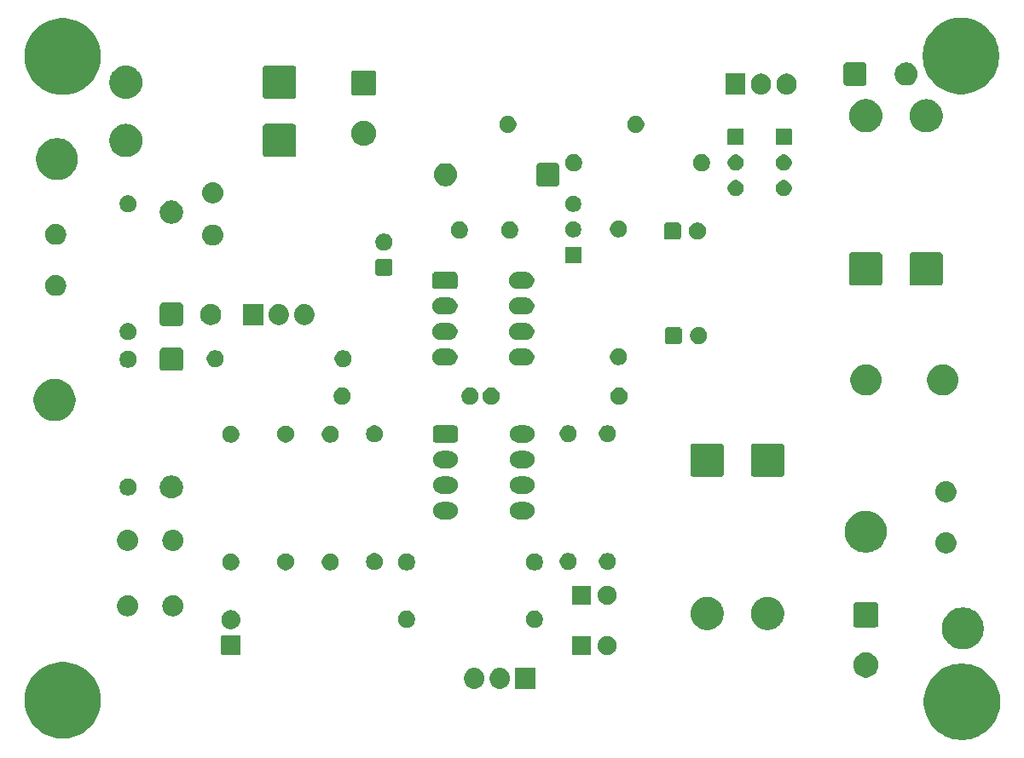
<source format=gbs>
G04 #@! TF.GenerationSoftware,KiCad,Pcbnew,9.0.6*
G04 #@! TF.CreationDate,2025-12-03T00:53:34+09:00*
G04 #@! TF.ProjectId,12f683MPPT,31326636-3833-44d5-9050-542e6b696361,rev?*
G04 #@! TF.SameCoordinates,Original*
G04 #@! TF.FileFunction,Soldermask,Bot*
G04 #@! TF.FilePolarity,Negative*
%FSLAX46Y46*%
G04 Gerber Fmt 4.6, Leading zero omitted, Abs format (unit mm)*
G04 Created by KiCad (PCBNEW 9.0.6) date 2025-12-03 00:53:34*
%MOMM*%
%LPD*%
G01*
G04 APERTURE LIST*
G04 APERTURE END LIST*
G36*
X130357723Y-91140140D02*
G01*
X130723568Y-91212911D01*
X131080518Y-91321191D01*
X131425137Y-91463937D01*
X131754105Y-91639774D01*
X132064253Y-91847008D01*
X132352596Y-92083645D01*
X132616355Y-92347404D01*
X132852992Y-92635747D01*
X133060226Y-92945895D01*
X133236063Y-93274863D01*
X133378809Y-93619482D01*
X133487089Y-93976432D01*
X133559860Y-94342277D01*
X133596422Y-94713494D01*
X133596422Y-95086506D01*
X133559860Y-95457723D01*
X133487089Y-95823568D01*
X133378809Y-96180518D01*
X133236063Y-96525137D01*
X133060226Y-96854105D01*
X132852992Y-97164253D01*
X132616355Y-97452596D01*
X132352596Y-97716355D01*
X132064253Y-97952992D01*
X131754105Y-98160226D01*
X131425137Y-98336063D01*
X131080518Y-98478809D01*
X130723568Y-98587089D01*
X130357723Y-98659860D01*
X129986506Y-98696422D01*
X129613494Y-98696422D01*
X129242277Y-98659860D01*
X128876432Y-98587089D01*
X128519482Y-98478809D01*
X128174863Y-98336063D01*
X127845895Y-98160226D01*
X127535747Y-97952992D01*
X127247404Y-97716355D01*
X126983645Y-97452596D01*
X126747008Y-97164253D01*
X126539774Y-96854105D01*
X126363937Y-96525137D01*
X126221191Y-96180518D01*
X126112911Y-95823568D01*
X126040140Y-95457723D01*
X126003578Y-95086506D01*
X126003578Y-94713494D01*
X126040140Y-94342277D01*
X126112911Y-93976432D01*
X126221191Y-93619482D01*
X126363937Y-93274863D01*
X126539774Y-92945895D01*
X126747008Y-92635747D01*
X126983645Y-92347404D01*
X127247404Y-92083645D01*
X127535747Y-91847008D01*
X127845895Y-91639774D01*
X128174863Y-91463937D01*
X128519482Y-91321191D01*
X128876432Y-91212911D01*
X129242277Y-91140140D01*
X129613494Y-91103578D01*
X129986506Y-91103578D01*
X130357723Y-91140140D01*
G37*
G36*
X41057723Y-90990140D02*
G01*
X41423568Y-91062911D01*
X41780518Y-91171191D01*
X42125137Y-91313937D01*
X42454105Y-91489774D01*
X42764253Y-91697008D01*
X43052596Y-91933645D01*
X43316355Y-92197404D01*
X43552992Y-92485747D01*
X43760226Y-92795895D01*
X43936063Y-93124863D01*
X44078809Y-93469482D01*
X44187089Y-93826432D01*
X44259860Y-94192277D01*
X44296422Y-94563494D01*
X44296422Y-94936506D01*
X44259860Y-95307723D01*
X44187089Y-95673568D01*
X44078809Y-96030518D01*
X43936063Y-96375137D01*
X43760226Y-96704105D01*
X43552992Y-97014253D01*
X43316355Y-97302596D01*
X43052596Y-97566355D01*
X42764253Y-97802992D01*
X42454105Y-98010226D01*
X42125137Y-98186063D01*
X41780518Y-98328809D01*
X41423568Y-98437089D01*
X41057723Y-98509860D01*
X40686506Y-98546422D01*
X40313494Y-98546422D01*
X39942277Y-98509860D01*
X39576432Y-98437089D01*
X39219482Y-98328809D01*
X38874863Y-98186063D01*
X38545895Y-98010226D01*
X38235747Y-97802992D01*
X37947404Y-97566355D01*
X37683645Y-97302596D01*
X37447008Y-97014253D01*
X37239774Y-96704105D01*
X37063937Y-96375137D01*
X36921191Y-96030518D01*
X36812911Y-95673568D01*
X36740140Y-95307723D01*
X36703578Y-94936506D01*
X36703578Y-94563494D01*
X36740140Y-94192277D01*
X36812911Y-93826432D01*
X36921191Y-93469482D01*
X37063937Y-93124863D01*
X37239774Y-92795895D01*
X37447008Y-92485747D01*
X37683645Y-92197404D01*
X37947404Y-91933645D01*
X38235747Y-91697008D01*
X38545895Y-91489774D01*
X38874863Y-91313937D01*
X39219482Y-91171191D01*
X39576432Y-91062911D01*
X39942277Y-90990140D01*
X40313494Y-90953578D01*
X40686506Y-90953578D01*
X41057723Y-90990140D01*
G37*
G36*
X87412017Y-91507882D02*
G01*
X87428562Y-91518938D01*
X87439618Y-91535483D01*
X87443500Y-91555000D01*
X87443500Y-93555000D01*
X87439618Y-93574517D01*
X87428562Y-93591062D01*
X87412017Y-93602118D01*
X87392500Y-93606000D01*
X85487500Y-93606000D01*
X85467983Y-93602118D01*
X85451438Y-93591062D01*
X85440382Y-93574517D01*
X85436500Y-93555000D01*
X85436500Y-91555000D01*
X85440382Y-91535483D01*
X85451438Y-91518938D01*
X85467983Y-91507882D01*
X85487500Y-91504000D01*
X87392500Y-91504000D01*
X87412017Y-91507882D01*
G37*
G36*
X81447247Y-91508832D02*
G01*
X81458360Y-91508832D01*
X81501786Y-91517470D01*
X81594172Y-91532102D01*
X81623886Y-91541757D01*
X81651301Y-91547210D01*
X81689989Y-91563235D01*
X81743875Y-91580744D01*
X81794360Y-91606467D01*
X81833047Y-91622492D01*
X81856286Y-91638020D01*
X81884124Y-91652204D01*
X81959790Y-91707179D01*
X81996614Y-91731784D01*
X82004473Y-91739643D01*
X82011466Y-91744724D01*
X82122775Y-91856033D01*
X82127855Y-91863025D01*
X82135716Y-91870886D01*
X82160323Y-91907713D01*
X82215295Y-91983375D01*
X82229477Y-92011210D01*
X82245008Y-92034453D01*
X82261034Y-92073145D01*
X82286755Y-92123624D01*
X82304261Y-92177503D01*
X82320290Y-92216199D01*
X82325744Y-92243618D01*
X82335397Y-92273327D01*
X82350027Y-92365702D01*
X82358668Y-92409140D01*
X82359459Y-92425252D01*
X82360406Y-92431228D01*
X82363016Y-92497649D01*
X82363500Y-92507500D01*
X82363500Y-92602500D01*
X82363015Y-92612354D01*
X82360406Y-92678771D01*
X82359459Y-92684746D01*
X82358668Y-92700860D01*
X82350026Y-92744301D01*
X82335397Y-92836672D01*
X82325744Y-92866378D01*
X82320290Y-92893801D01*
X82304260Y-92932500D01*
X82286755Y-92986375D01*
X82261037Y-93036849D01*
X82245008Y-93075547D01*
X82229475Y-93098792D01*
X82215295Y-93126624D01*
X82160331Y-93202273D01*
X82135716Y-93239114D01*
X82127852Y-93246977D01*
X82122775Y-93253966D01*
X82011466Y-93365275D01*
X82004477Y-93370352D01*
X81996614Y-93378216D01*
X81959773Y-93402831D01*
X81884124Y-93457795D01*
X81856292Y-93471975D01*
X81833047Y-93487508D01*
X81794349Y-93503537D01*
X81743875Y-93529255D01*
X81690000Y-93546760D01*
X81651301Y-93562790D01*
X81623878Y-93568244D01*
X81594172Y-93577897D01*
X81501796Y-93592527D01*
X81458360Y-93601168D01*
X81447246Y-93601168D01*
X81438704Y-93602521D01*
X81281296Y-93602521D01*
X81272754Y-93601168D01*
X81261640Y-93601168D01*
X81218204Y-93592528D01*
X81125827Y-93577897D01*
X81096118Y-93568244D01*
X81068699Y-93562790D01*
X81030003Y-93546761D01*
X80976124Y-93529255D01*
X80925645Y-93503534D01*
X80886953Y-93487508D01*
X80863710Y-93471977D01*
X80835875Y-93457795D01*
X80760213Y-93402823D01*
X80723386Y-93378216D01*
X80715525Y-93370355D01*
X80708533Y-93365275D01*
X80597224Y-93253966D01*
X80592143Y-93246973D01*
X80584284Y-93239114D01*
X80559679Y-93202290D01*
X80504704Y-93126624D01*
X80490520Y-93098786D01*
X80474992Y-93075547D01*
X80458967Y-93036860D01*
X80433244Y-92986375D01*
X80415735Y-92932489D01*
X80399710Y-92893801D01*
X80394257Y-92866386D01*
X80384602Y-92836672D01*
X80369968Y-92744277D01*
X80361332Y-92700860D01*
X80360540Y-92684755D01*
X80359593Y-92678771D01*
X80356983Y-92612338D01*
X80356500Y-92602500D01*
X80356500Y-92507500D01*
X80356983Y-92497665D01*
X80359593Y-92431228D01*
X80360540Y-92425242D01*
X80361332Y-92409140D01*
X80369967Y-92365726D01*
X80384602Y-92273327D01*
X80394257Y-92243610D01*
X80399710Y-92216199D01*
X80415733Y-92177514D01*
X80433244Y-92123624D01*
X80458969Y-92073134D01*
X80474992Y-92034453D01*
X80490518Y-92011216D01*
X80504704Y-91983375D01*
X80559687Y-91907696D01*
X80584284Y-91870886D01*
X80592141Y-91863028D01*
X80597224Y-91856033D01*
X80708533Y-91744724D01*
X80715528Y-91739641D01*
X80723386Y-91731784D01*
X80760196Y-91707187D01*
X80835875Y-91652204D01*
X80863716Y-91638018D01*
X80886953Y-91622492D01*
X80925634Y-91606469D01*
X80976124Y-91580744D01*
X81030014Y-91563233D01*
X81068699Y-91547210D01*
X81096110Y-91541757D01*
X81125827Y-91532102D01*
X81218214Y-91517469D01*
X81261640Y-91508832D01*
X81272753Y-91508832D01*
X81281296Y-91507479D01*
X81438704Y-91507479D01*
X81447247Y-91508832D01*
G37*
G36*
X83987247Y-91508832D02*
G01*
X83998360Y-91508832D01*
X84041786Y-91517470D01*
X84134172Y-91532102D01*
X84163886Y-91541757D01*
X84191301Y-91547210D01*
X84229989Y-91563235D01*
X84283875Y-91580744D01*
X84334360Y-91606467D01*
X84373047Y-91622492D01*
X84396286Y-91638020D01*
X84424124Y-91652204D01*
X84499790Y-91707179D01*
X84536614Y-91731784D01*
X84544473Y-91739643D01*
X84551466Y-91744724D01*
X84662775Y-91856033D01*
X84667855Y-91863025D01*
X84675716Y-91870886D01*
X84700323Y-91907713D01*
X84755295Y-91983375D01*
X84769477Y-92011210D01*
X84785008Y-92034453D01*
X84801034Y-92073145D01*
X84826755Y-92123624D01*
X84844261Y-92177503D01*
X84860290Y-92216199D01*
X84865744Y-92243618D01*
X84875397Y-92273327D01*
X84890027Y-92365702D01*
X84898668Y-92409140D01*
X84899459Y-92425252D01*
X84900406Y-92431228D01*
X84903016Y-92497649D01*
X84903500Y-92507500D01*
X84903500Y-92602500D01*
X84903015Y-92612354D01*
X84900406Y-92678771D01*
X84899459Y-92684746D01*
X84898668Y-92700860D01*
X84890026Y-92744301D01*
X84875397Y-92836672D01*
X84865744Y-92866378D01*
X84860290Y-92893801D01*
X84844260Y-92932500D01*
X84826755Y-92986375D01*
X84801037Y-93036849D01*
X84785008Y-93075547D01*
X84769475Y-93098792D01*
X84755295Y-93126624D01*
X84700331Y-93202273D01*
X84675716Y-93239114D01*
X84667852Y-93246977D01*
X84662775Y-93253966D01*
X84551466Y-93365275D01*
X84544477Y-93370352D01*
X84536614Y-93378216D01*
X84499773Y-93402831D01*
X84424124Y-93457795D01*
X84396292Y-93471975D01*
X84373047Y-93487508D01*
X84334349Y-93503537D01*
X84283875Y-93529255D01*
X84230000Y-93546760D01*
X84191301Y-93562790D01*
X84163878Y-93568244D01*
X84134172Y-93577897D01*
X84041796Y-93592527D01*
X83998360Y-93601168D01*
X83987246Y-93601168D01*
X83978704Y-93602521D01*
X83821296Y-93602521D01*
X83812754Y-93601168D01*
X83801640Y-93601168D01*
X83758204Y-93592528D01*
X83665827Y-93577897D01*
X83636118Y-93568244D01*
X83608699Y-93562790D01*
X83570003Y-93546761D01*
X83516124Y-93529255D01*
X83465645Y-93503534D01*
X83426953Y-93487508D01*
X83403710Y-93471977D01*
X83375875Y-93457795D01*
X83300213Y-93402823D01*
X83263386Y-93378216D01*
X83255525Y-93370355D01*
X83248533Y-93365275D01*
X83137224Y-93253966D01*
X83132143Y-93246973D01*
X83124284Y-93239114D01*
X83099679Y-93202290D01*
X83044704Y-93126624D01*
X83030520Y-93098786D01*
X83014992Y-93075547D01*
X82998967Y-93036860D01*
X82973244Y-92986375D01*
X82955735Y-92932489D01*
X82939710Y-92893801D01*
X82934257Y-92866386D01*
X82924602Y-92836672D01*
X82909968Y-92744277D01*
X82901332Y-92700860D01*
X82900540Y-92684755D01*
X82899593Y-92678771D01*
X82896983Y-92612338D01*
X82896500Y-92602500D01*
X82896500Y-92507500D01*
X82896983Y-92497665D01*
X82899593Y-92431228D01*
X82900540Y-92425242D01*
X82901332Y-92409140D01*
X82909967Y-92365726D01*
X82924602Y-92273327D01*
X82934257Y-92243610D01*
X82939710Y-92216199D01*
X82955733Y-92177514D01*
X82973244Y-92123624D01*
X82998969Y-92073134D01*
X83014992Y-92034453D01*
X83030518Y-92011216D01*
X83044704Y-91983375D01*
X83099687Y-91907696D01*
X83124284Y-91870886D01*
X83132141Y-91863028D01*
X83137224Y-91856033D01*
X83248533Y-91744724D01*
X83255528Y-91739641D01*
X83263386Y-91731784D01*
X83300196Y-91707187D01*
X83375875Y-91652204D01*
X83403716Y-91638018D01*
X83426953Y-91622492D01*
X83465634Y-91606469D01*
X83516124Y-91580744D01*
X83570014Y-91563233D01*
X83608699Y-91547210D01*
X83636110Y-91541757D01*
X83665827Y-91532102D01*
X83758214Y-91517469D01*
X83801640Y-91508832D01*
X83812753Y-91508832D01*
X83821296Y-91507479D01*
X83978704Y-91507479D01*
X83987247Y-91508832D01*
G37*
G36*
X120542040Y-90033565D02*
G01*
X120728737Y-90094227D01*
X120903646Y-90183347D01*
X121062460Y-90298732D01*
X121201268Y-90437540D01*
X121316653Y-90596354D01*
X121405773Y-90771263D01*
X121466435Y-90957960D01*
X121497144Y-91151848D01*
X121497144Y-91348152D01*
X121466435Y-91542040D01*
X121405773Y-91728737D01*
X121316653Y-91903646D01*
X121201268Y-92062460D01*
X121062460Y-92201268D01*
X120903646Y-92316653D01*
X120728737Y-92405773D01*
X120542040Y-92466435D01*
X120348152Y-92497144D01*
X120151848Y-92497144D01*
X119957960Y-92466435D01*
X119771263Y-92405773D01*
X119596354Y-92316653D01*
X119437540Y-92201268D01*
X119298732Y-92062460D01*
X119183347Y-91903646D01*
X119094227Y-91728737D01*
X119033565Y-91542040D01*
X119002856Y-91348152D01*
X119002856Y-91151848D01*
X119033565Y-90957960D01*
X119094227Y-90771263D01*
X119183347Y-90596354D01*
X119298732Y-90437540D01*
X119437540Y-90298732D01*
X119596354Y-90183347D01*
X119771263Y-90094227D01*
X119957960Y-90033565D01*
X120151848Y-90002856D01*
X120348152Y-90002856D01*
X120542040Y-90033565D01*
G37*
G36*
X92949517Y-88352882D02*
G01*
X92966062Y-88363938D01*
X92977118Y-88380483D01*
X92981000Y-88400000D01*
X92981000Y-90200000D01*
X92977118Y-90219517D01*
X92966062Y-90236062D01*
X92949517Y-90247118D01*
X92930000Y-90251000D01*
X91130000Y-90251000D01*
X91110483Y-90247118D01*
X91093938Y-90236062D01*
X91082882Y-90219517D01*
X91079000Y-90200000D01*
X91079000Y-88400000D01*
X91082882Y-88380483D01*
X91093938Y-88363938D01*
X91110483Y-88352882D01*
X91130000Y-88349000D01*
X92930000Y-88349000D01*
X92949517Y-88352882D01*
G37*
G36*
X94652553Y-88353579D02*
G01*
X94663214Y-88353579D01*
X94704865Y-88361864D01*
X94791916Y-88375651D01*
X94819918Y-88384749D01*
X94846061Y-88389950D01*
X94882956Y-88405232D01*
X94933784Y-88421748D01*
X94981399Y-88446009D01*
X95018298Y-88461293D01*
X95040463Y-88476103D01*
X95066693Y-88489468D01*
X95137990Y-88541268D01*
X95173308Y-88564867D01*
X95180846Y-88572405D01*
X95187370Y-88577145D01*
X95292854Y-88682629D01*
X95297593Y-88689152D01*
X95305133Y-88696692D01*
X95328734Y-88732014D01*
X95380531Y-88803306D01*
X95393894Y-88829533D01*
X95408707Y-88851702D01*
X95423993Y-88888605D01*
X95448251Y-88936215D01*
X95464764Y-88987035D01*
X95480050Y-89023939D01*
X95485251Y-89050086D01*
X95494348Y-89078083D01*
X95508134Y-89165125D01*
X95516421Y-89206786D01*
X95516421Y-89217447D01*
X95517683Y-89225415D01*
X95517683Y-89374584D01*
X95516421Y-89382551D01*
X95516421Y-89393214D01*
X95508133Y-89434877D01*
X95494348Y-89521916D01*
X95485251Y-89549910D01*
X95480050Y-89576061D01*
X95464762Y-89612968D01*
X95448251Y-89663784D01*
X95423995Y-89711388D01*
X95408707Y-89748298D01*
X95393892Y-89770470D01*
X95380531Y-89796693D01*
X95328742Y-89867973D01*
X95305133Y-89903308D01*
X95297591Y-89910849D01*
X95292854Y-89917370D01*
X95187370Y-90022854D01*
X95180849Y-90027591D01*
X95173308Y-90035133D01*
X95137973Y-90058742D01*
X95066693Y-90110531D01*
X95040470Y-90123892D01*
X95018298Y-90138707D01*
X94981388Y-90153995D01*
X94933784Y-90178251D01*
X94882968Y-90194762D01*
X94846061Y-90210050D01*
X94819910Y-90215251D01*
X94791916Y-90224348D01*
X94704875Y-90238133D01*
X94663214Y-90246421D01*
X94652553Y-90246421D01*
X94644585Y-90247683D01*
X94495415Y-90247683D01*
X94487447Y-90246421D01*
X94476786Y-90246421D01*
X94435125Y-90238134D01*
X94348083Y-90224348D01*
X94320086Y-90215251D01*
X94293939Y-90210050D01*
X94257035Y-90194764D01*
X94206215Y-90178251D01*
X94158605Y-90153993D01*
X94121702Y-90138707D01*
X94099533Y-90123894D01*
X94073306Y-90110531D01*
X94002014Y-90058734D01*
X93966692Y-90035133D01*
X93959152Y-90027593D01*
X93952629Y-90022854D01*
X93847145Y-89917370D01*
X93842405Y-89910846D01*
X93834867Y-89903308D01*
X93811268Y-89867990D01*
X93759468Y-89796693D01*
X93746103Y-89770463D01*
X93731293Y-89748298D01*
X93716009Y-89711399D01*
X93691748Y-89663784D01*
X93675232Y-89612956D01*
X93659950Y-89576061D01*
X93654749Y-89549918D01*
X93645651Y-89521916D01*
X93631864Y-89434867D01*
X93623579Y-89393214D01*
X93623579Y-89382552D01*
X93622317Y-89374584D01*
X93622317Y-89225415D01*
X93623579Y-89217446D01*
X93623579Y-89206786D01*
X93631863Y-89165136D01*
X93645651Y-89078083D01*
X93654750Y-89050078D01*
X93659950Y-89023939D01*
X93675231Y-88987046D01*
X93691748Y-88936215D01*
X93716011Y-88888595D01*
X93731293Y-88851702D01*
X93746101Y-88829539D01*
X93759468Y-88803306D01*
X93811277Y-88731996D01*
X93834867Y-88696692D01*
X93842402Y-88689156D01*
X93847145Y-88682629D01*
X93952629Y-88577145D01*
X93959156Y-88572402D01*
X93966692Y-88564867D01*
X94001996Y-88541277D01*
X94073306Y-88489468D01*
X94099539Y-88476101D01*
X94121702Y-88461293D01*
X94158595Y-88446011D01*
X94206215Y-88421748D01*
X94257046Y-88405231D01*
X94293939Y-88389950D01*
X94320078Y-88384750D01*
X94348083Y-88375651D01*
X94435136Y-88361863D01*
X94476786Y-88353579D01*
X94487447Y-88353579D01*
X94495415Y-88352317D01*
X94644585Y-88352317D01*
X94652553Y-88353579D01*
G37*
G36*
X58119517Y-88327882D02*
G01*
X58136062Y-88338938D01*
X58147118Y-88355483D01*
X58151000Y-88375000D01*
X58151000Y-90175000D01*
X58147118Y-90194517D01*
X58136062Y-90211062D01*
X58119517Y-90222118D01*
X58100000Y-90226000D01*
X56300000Y-90226000D01*
X56280483Y-90222118D01*
X56263938Y-90211062D01*
X56252882Y-90194517D01*
X56249000Y-90175000D01*
X56249000Y-88375000D01*
X56252882Y-88355483D01*
X56263938Y-88338938D01*
X56280483Y-88327882D01*
X56300000Y-88324000D01*
X58100000Y-88324000D01*
X58119517Y-88327882D01*
G37*
G36*
X130306373Y-85557024D02*
G01*
X130569558Y-85627545D01*
X130821287Y-85731814D01*
X131057253Y-85868049D01*
X131273417Y-86033918D01*
X131466082Y-86226583D01*
X131631951Y-86442747D01*
X131768186Y-86678713D01*
X131872455Y-86930442D01*
X131942976Y-87193627D01*
X131978540Y-87463765D01*
X131978540Y-87736235D01*
X131942976Y-88006373D01*
X131872455Y-88269558D01*
X131768186Y-88521287D01*
X131631951Y-88757253D01*
X131466082Y-88973417D01*
X131273417Y-89166082D01*
X131057253Y-89331951D01*
X130821287Y-89468186D01*
X130569558Y-89572455D01*
X130306373Y-89642976D01*
X130036235Y-89678540D01*
X129763765Y-89678540D01*
X129493627Y-89642976D01*
X129230442Y-89572455D01*
X128978713Y-89468186D01*
X128742747Y-89331951D01*
X128526583Y-89166082D01*
X128333918Y-88973417D01*
X128168049Y-88757253D01*
X128031814Y-88521287D01*
X127927545Y-88269558D01*
X127857024Y-88006373D01*
X127821460Y-87736235D01*
X127821460Y-87463765D01*
X127857024Y-87193627D01*
X127927545Y-86930442D01*
X128031814Y-86678713D01*
X128168049Y-86442747D01*
X128333918Y-86226583D01*
X128526583Y-86033918D01*
X128742747Y-85868049D01*
X128978713Y-85731814D01*
X129230442Y-85627545D01*
X129493627Y-85557024D01*
X129763765Y-85521460D01*
X130036235Y-85521460D01*
X130306373Y-85557024D01*
G37*
G36*
X104617730Y-84469089D02*
G01*
X104629536Y-84469089D01*
X104687663Y-84478295D01*
X104822042Y-84495986D01*
X104854837Y-84504773D01*
X104885418Y-84509617D01*
X104944229Y-84528726D01*
X105030611Y-84551872D01*
X105085724Y-84574700D01*
X105131810Y-84589675D01*
X105174987Y-84611674D01*
X105230099Y-84634503D01*
X105307539Y-84679213D01*
X105362645Y-84707291D01*
X105387697Y-84725492D01*
X105417096Y-84742466D01*
X105524651Y-84824995D01*
X105572239Y-84859570D01*
X105580579Y-84867910D01*
X105588401Y-84873912D01*
X105741087Y-85026598D01*
X105747088Y-85034419D01*
X105755430Y-85042761D01*
X105790008Y-85090354D01*
X105872533Y-85197903D01*
X105889505Y-85227299D01*
X105907709Y-85252355D01*
X105935789Y-85307466D01*
X105980496Y-85384900D01*
X106003321Y-85440006D01*
X106025325Y-85483190D01*
X106040301Y-85529282D01*
X106063127Y-85584388D01*
X106086269Y-85670757D01*
X106105383Y-85729582D01*
X106110227Y-85760169D01*
X106119013Y-85792957D01*
X106136703Y-85927327D01*
X106145911Y-85985464D01*
X106145911Y-85997269D01*
X106147197Y-86007038D01*
X106147197Y-86222961D01*
X106145911Y-86232729D01*
X106145911Y-86244536D01*
X106136702Y-86302677D01*
X106119013Y-86437042D01*
X106110228Y-86469827D01*
X106105383Y-86500418D01*
X106086268Y-86559246D01*
X106063127Y-86645611D01*
X106040302Y-86700713D01*
X106025325Y-86746810D01*
X106003319Y-86789997D01*
X105980496Y-86845099D01*
X105935793Y-86922525D01*
X105907709Y-86977645D01*
X105889502Y-87002704D01*
X105872533Y-87032096D01*
X105790022Y-87139627D01*
X105755430Y-87187239D01*
X105747085Y-87195583D01*
X105741087Y-87203401D01*
X105588401Y-87356087D01*
X105580583Y-87362085D01*
X105572239Y-87370430D01*
X105524627Y-87405022D01*
X105417096Y-87487533D01*
X105387704Y-87504502D01*
X105362645Y-87522709D01*
X105307525Y-87550793D01*
X105230099Y-87595496D01*
X105174997Y-87618319D01*
X105131810Y-87640325D01*
X105085713Y-87655302D01*
X105030611Y-87678127D01*
X104944246Y-87701268D01*
X104885418Y-87720383D01*
X104854827Y-87725228D01*
X104822042Y-87734013D01*
X104687677Y-87751702D01*
X104629536Y-87760911D01*
X104617729Y-87760911D01*
X104607961Y-87762197D01*
X104392039Y-87762197D01*
X104382271Y-87760911D01*
X104370464Y-87760911D01*
X104312324Y-87751702D01*
X104177957Y-87734013D01*
X104145169Y-87725227D01*
X104114582Y-87720383D01*
X104055757Y-87701269D01*
X103969388Y-87678127D01*
X103914282Y-87655301D01*
X103868190Y-87640325D01*
X103825006Y-87618321D01*
X103769900Y-87595496D01*
X103692466Y-87550789D01*
X103637355Y-87522709D01*
X103612299Y-87504505D01*
X103582903Y-87487533D01*
X103475354Y-87405008D01*
X103427761Y-87370430D01*
X103419419Y-87362088D01*
X103411598Y-87356087D01*
X103258912Y-87203401D01*
X103252910Y-87195579D01*
X103244570Y-87187239D01*
X103209995Y-87139651D01*
X103127466Y-87032096D01*
X103110492Y-87002697D01*
X103092291Y-86977645D01*
X103064213Y-86922539D01*
X103019503Y-86845099D01*
X102996674Y-86789987D01*
X102974675Y-86746810D01*
X102959700Y-86700724D01*
X102936872Y-86645611D01*
X102913726Y-86559229D01*
X102894617Y-86500418D01*
X102889773Y-86469837D01*
X102880986Y-86437042D01*
X102863295Y-86302663D01*
X102854089Y-86244536D01*
X102854089Y-86232729D01*
X102852803Y-86222961D01*
X102852803Y-86007038D01*
X102854089Y-85997269D01*
X102854089Y-85985464D01*
X102863294Y-85927341D01*
X102880986Y-85792957D01*
X102889773Y-85760160D01*
X102894617Y-85729582D01*
X102913724Y-85670775D01*
X102936872Y-85584388D01*
X102959702Y-85529271D01*
X102974675Y-85483190D01*
X102996672Y-85440016D01*
X103019503Y-85384900D01*
X103064217Y-85307451D01*
X103092291Y-85252355D01*
X103110489Y-85227306D01*
X103127466Y-85197903D01*
X103210009Y-85090329D01*
X103244570Y-85042761D01*
X103252906Y-85034424D01*
X103258912Y-85026598D01*
X103411598Y-84873912D01*
X103419424Y-84867906D01*
X103427761Y-84859570D01*
X103475329Y-84825009D01*
X103582903Y-84742466D01*
X103612306Y-84725489D01*
X103637355Y-84707291D01*
X103692451Y-84679217D01*
X103769900Y-84634503D01*
X103825016Y-84611672D01*
X103868190Y-84589675D01*
X103914271Y-84574702D01*
X103969388Y-84551872D01*
X104055775Y-84528724D01*
X104114582Y-84509617D01*
X104145160Y-84504773D01*
X104177957Y-84495986D01*
X104312338Y-84478295D01*
X104370464Y-84469089D01*
X104382270Y-84469089D01*
X104392039Y-84467803D01*
X104607961Y-84467803D01*
X104617730Y-84469089D01*
G37*
G36*
X110617730Y-84469089D02*
G01*
X110629536Y-84469089D01*
X110687663Y-84478295D01*
X110822042Y-84495986D01*
X110854837Y-84504773D01*
X110885418Y-84509617D01*
X110944229Y-84528726D01*
X111030611Y-84551872D01*
X111085724Y-84574700D01*
X111131810Y-84589675D01*
X111174987Y-84611674D01*
X111230099Y-84634503D01*
X111307539Y-84679213D01*
X111362645Y-84707291D01*
X111387697Y-84725492D01*
X111417096Y-84742466D01*
X111524651Y-84824995D01*
X111572239Y-84859570D01*
X111580579Y-84867910D01*
X111588401Y-84873912D01*
X111741087Y-85026598D01*
X111747088Y-85034419D01*
X111755430Y-85042761D01*
X111790008Y-85090354D01*
X111872533Y-85197903D01*
X111889505Y-85227299D01*
X111907709Y-85252355D01*
X111935789Y-85307466D01*
X111980496Y-85384900D01*
X112003321Y-85440006D01*
X112025325Y-85483190D01*
X112040301Y-85529282D01*
X112063127Y-85584388D01*
X112086269Y-85670757D01*
X112105383Y-85729582D01*
X112110227Y-85760169D01*
X112119013Y-85792957D01*
X112136703Y-85927327D01*
X112145911Y-85985464D01*
X112145911Y-85997269D01*
X112147197Y-86007038D01*
X112147197Y-86222961D01*
X112145911Y-86232729D01*
X112145911Y-86244536D01*
X112136702Y-86302677D01*
X112119013Y-86437042D01*
X112110228Y-86469827D01*
X112105383Y-86500418D01*
X112086268Y-86559246D01*
X112063127Y-86645611D01*
X112040302Y-86700713D01*
X112025325Y-86746810D01*
X112003319Y-86789997D01*
X111980496Y-86845099D01*
X111935793Y-86922525D01*
X111907709Y-86977645D01*
X111889502Y-87002704D01*
X111872533Y-87032096D01*
X111790022Y-87139627D01*
X111755430Y-87187239D01*
X111747085Y-87195583D01*
X111741087Y-87203401D01*
X111588401Y-87356087D01*
X111580583Y-87362085D01*
X111572239Y-87370430D01*
X111524627Y-87405022D01*
X111417096Y-87487533D01*
X111387704Y-87504502D01*
X111362645Y-87522709D01*
X111307525Y-87550793D01*
X111230099Y-87595496D01*
X111174997Y-87618319D01*
X111131810Y-87640325D01*
X111085713Y-87655302D01*
X111030611Y-87678127D01*
X110944246Y-87701268D01*
X110885418Y-87720383D01*
X110854827Y-87725228D01*
X110822042Y-87734013D01*
X110687677Y-87751702D01*
X110629536Y-87760911D01*
X110617729Y-87760911D01*
X110607961Y-87762197D01*
X110392039Y-87762197D01*
X110382271Y-87760911D01*
X110370464Y-87760911D01*
X110312324Y-87751702D01*
X110177957Y-87734013D01*
X110145169Y-87725227D01*
X110114582Y-87720383D01*
X110055757Y-87701269D01*
X109969388Y-87678127D01*
X109914282Y-87655301D01*
X109868190Y-87640325D01*
X109825006Y-87618321D01*
X109769900Y-87595496D01*
X109692466Y-87550789D01*
X109637355Y-87522709D01*
X109612299Y-87504505D01*
X109582903Y-87487533D01*
X109475354Y-87405008D01*
X109427761Y-87370430D01*
X109419419Y-87362088D01*
X109411598Y-87356087D01*
X109258912Y-87203401D01*
X109252910Y-87195579D01*
X109244570Y-87187239D01*
X109209995Y-87139651D01*
X109127466Y-87032096D01*
X109110492Y-87002697D01*
X109092291Y-86977645D01*
X109064213Y-86922539D01*
X109019503Y-86845099D01*
X108996674Y-86789987D01*
X108974675Y-86746810D01*
X108959700Y-86700724D01*
X108936872Y-86645611D01*
X108913726Y-86559229D01*
X108894617Y-86500418D01*
X108889773Y-86469837D01*
X108880986Y-86437042D01*
X108863295Y-86302663D01*
X108854089Y-86244536D01*
X108854089Y-86232729D01*
X108852803Y-86222961D01*
X108852803Y-86007038D01*
X108854089Y-85997269D01*
X108854089Y-85985464D01*
X108863294Y-85927341D01*
X108880986Y-85792957D01*
X108889773Y-85760160D01*
X108894617Y-85729582D01*
X108913724Y-85670775D01*
X108936872Y-85584388D01*
X108959702Y-85529271D01*
X108974675Y-85483190D01*
X108996672Y-85440016D01*
X109019503Y-85384900D01*
X109064217Y-85307451D01*
X109092291Y-85252355D01*
X109110489Y-85227306D01*
X109127466Y-85197903D01*
X109210009Y-85090329D01*
X109244570Y-85042761D01*
X109252906Y-85034424D01*
X109258912Y-85026598D01*
X109411598Y-84873912D01*
X109419424Y-84867906D01*
X109427761Y-84859570D01*
X109475329Y-84825009D01*
X109582903Y-84742466D01*
X109612306Y-84725489D01*
X109637355Y-84707291D01*
X109692451Y-84679217D01*
X109769900Y-84634503D01*
X109825016Y-84611672D01*
X109868190Y-84589675D01*
X109914271Y-84574702D01*
X109969388Y-84551872D01*
X110055775Y-84528724D01*
X110114582Y-84509617D01*
X110145160Y-84504773D01*
X110177957Y-84495986D01*
X110312338Y-84478295D01*
X110370464Y-84469089D01*
X110382270Y-84469089D01*
X110392039Y-84467803D01*
X110607961Y-84467803D01*
X110617730Y-84469089D01*
G37*
G36*
X57282553Y-85788579D02*
G01*
X57293214Y-85788579D01*
X57334865Y-85796864D01*
X57421916Y-85810651D01*
X57449918Y-85819749D01*
X57476061Y-85824950D01*
X57512956Y-85840232D01*
X57563784Y-85856748D01*
X57611399Y-85881009D01*
X57648298Y-85896293D01*
X57670463Y-85911103D01*
X57696693Y-85924468D01*
X57767990Y-85976268D01*
X57803308Y-85999867D01*
X57810846Y-86007405D01*
X57817370Y-86012145D01*
X57922854Y-86117629D01*
X57927593Y-86124152D01*
X57935133Y-86131692D01*
X57958734Y-86167014D01*
X58010531Y-86238306D01*
X58023894Y-86264533D01*
X58038707Y-86286702D01*
X58053993Y-86323605D01*
X58078251Y-86371215D01*
X58094764Y-86422035D01*
X58110050Y-86458939D01*
X58115251Y-86485086D01*
X58124348Y-86513083D01*
X58138134Y-86600125D01*
X58146421Y-86641786D01*
X58146421Y-86652447D01*
X58147683Y-86660415D01*
X58147683Y-86809584D01*
X58146421Y-86817551D01*
X58146421Y-86828214D01*
X58138133Y-86869877D01*
X58124348Y-86956916D01*
X58115251Y-86984910D01*
X58110050Y-87011061D01*
X58094762Y-87047968D01*
X58078251Y-87098784D01*
X58053995Y-87146388D01*
X58038707Y-87183298D01*
X58023892Y-87205470D01*
X58010531Y-87231693D01*
X57958742Y-87302973D01*
X57935133Y-87338308D01*
X57927591Y-87345849D01*
X57922854Y-87352370D01*
X57817370Y-87457854D01*
X57810849Y-87462591D01*
X57803308Y-87470133D01*
X57767973Y-87493742D01*
X57696693Y-87545531D01*
X57670470Y-87558892D01*
X57648298Y-87573707D01*
X57611388Y-87588995D01*
X57563784Y-87613251D01*
X57512968Y-87629762D01*
X57476061Y-87645050D01*
X57449910Y-87650251D01*
X57421916Y-87659348D01*
X57334875Y-87673133D01*
X57293214Y-87681421D01*
X57282553Y-87681421D01*
X57274585Y-87682683D01*
X57125415Y-87682683D01*
X57117447Y-87681421D01*
X57106786Y-87681421D01*
X57065125Y-87673134D01*
X56978083Y-87659348D01*
X56950086Y-87650251D01*
X56923939Y-87645050D01*
X56887035Y-87629764D01*
X56836215Y-87613251D01*
X56788605Y-87588993D01*
X56751702Y-87573707D01*
X56729533Y-87558894D01*
X56703306Y-87545531D01*
X56632014Y-87493734D01*
X56596692Y-87470133D01*
X56589152Y-87462593D01*
X56582629Y-87457854D01*
X56477145Y-87352370D01*
X56472405Y-87345846D01*
X56464867Y-87338308D01*
X56441268Y-87302990D01*
X56389468Y-87231693D01*
X56376103Y-87205463D01*
X56361293Y-87183298D01*
X56346009Y-87146399D01*
X56321748Y-87098784D01*
X56305232Y-87047956D01*
X56289950Y-87011061D01*
X56284749Y-86984918D01*
X56275651Y-86956916D01*
X56261864Y-86869867D01*
X56253579Y-86828214D01*
X56253579Y-86817552D01*
X56252317Y-86809584D01*
X56252317Y-86660415D01*
X56253579Y-86652446D01*
X56253579Y-86641786D01*
X56261863Y-86600136D01*
X56275651Y-86513083D01*
X56284750Y-86485078D01*
X56289950Y-86458939D01*
X56305231Y-86422046D01*
X56321748Y-86371215D01*
X56346011Y-86323595D01*
X56361293Y-86286702D01*
X56376101Y-86264539D01*
X56389468Y-86238306D01*
X56441277Y-86166996D01*
X56464867Y-86131692D01*
X56472402Y-86124156D01*
X56477145Y-86117629D01*
X56582629Y-86012145D01*
X56589156Y-86007402D01*
X56596692Y-85999867D01*
X56631996Y-85976277D01*
X56703306Y-85924468D01*
X56729539Y-85911101D01*
X56751702Y-85896293D01*
X56788595Y-85881011D01*
X56836215Y-85856748D01*
X56887046Y-85840231D01*
X56923939Y-85824950D01*
X56950078Y-85819750D01*
X56978083Y-85810651D01*
X57065136Y-85796863D01*
X57106786Y-85788579D01*
X57117447Y-85788579D01*
X57125415Y-85787317D01*
X57274585Y-85787317D01*
X57282553Y-85788579D01*
G37*
G36*
X74897032Y-85885644D02*
G01*
X75051159Y-85949485D01*
X75189869Y-86042168D01*
X75307832Y-86160131D01*
X75400515Y-86298841D01*
X75464356Y-86452968D01*
X75496902Y-86616587D01*
X75496902Y-86783413D01*
X75464356Y-86947032D01*
X75400515Y-87101159D01*
X75307832Y-87239869D01*
X75189869Y-87357832D01*
X75051159Y-87450515D01*
X74897032Y-87514356D01*
X74733413Y-87546902D01*
X74566587Y-87546902D01*
X74402968Y-87514356D01*
X74248841Y-87450515D01*
X74110131Y-87357832D01*
X73992168Y-87239869D01*
X73899485Y-87101159D01*
X73835644Y-86947032D01*
X73803098Y-86783413D01*
X73803098Y-86616587D01*
X73835644Y-86452968D01*
X73899485Y-86298841D01*
X73992168Y-86160131D01*
X74110131Y-86042168D01*
X74248841Y-85949485D01*
X74402968Y-85885644D01*
X74566587Y-85853098D01*
X74733413Y-85853098D01*
X74897032Y-85885644D01*
G37*
G36*
X87597032Y-85885644D02*
G01*
X87751159Y-85949485D01*
X87889869Y-86042168D01*
X88007832Y-86160131D01*
X88100515Y-86298841D01*
X88164356Y-86452968D01*
X88196902Y-86616587D01*
X88196902Y-86783413D01*
X88164356Y-86947032D01*
X88100515Y-87101159D01*
X88007832Y-87239869D01*
X87889869Y-87357832D01*
X87751159Y-87450515D01*
X87597032Y-87514356D01*
X87433413Y-87546902D01*
X87266587Y-87546902D01*
X87102968Y-87514356D01*
X86948841Y-87450515D01*
X86810131Y-87357832D01*
X86692168Y-87239869D01*
X86599485Y-87101159D01*
X86535644Y-86947032D01*
X86503098Y-86783413D01*
X86503098Y-86616587D01*
X86535644Y-86452968D01*
X86599485Y-86298841D01*
X86692168Y-86160131D01*
X86810131Y-86042168D01*
X86948841Y-85949485D01*
X87102968Y-85885644D01*
X87266587Y-85853098D01*
X87433413Y-85853098D01*
X87597032Y-85885644D01*
G37*
G36*
X121268913Y-85006995D02*
G01*
X121284725Y-85013976D01*
X121292531Y-85015213D01*
X121325044Y-85031779D01*
X121370106Y-85051676D01*
X121448324Y-85129894D01*
X121468223Y-85174962D01*
X121484786Y-85207468D01*
X121486022Y-85215272D01*
X121493005Y-85231087D01*
X121500999Y-85300002D01*
X121500999Y-85309831D01*
X121501000Y-85309838D01*
X121501000Y-86276899D01*
X121501000Y-87199999D01*
X121493005Y-87268913D01*
X121486021Y-87284728D01*
X121484786Y-87292531D01*
X121468226Y-87325030D01*
X121448324Y-87370106D01*
X121370106Y-87448324D01*
X121325030Y-87468226D01*
X121292531Y-87484786D01*
X121284728Y-87486021D01*
X121268913Y-87493005D01*
X121199998Y-87500999D01*
X121190168Y-87500999D01*
X121190162Y-87501000D01*
X119309838Y-87501000D01*
X119309837Y-87500999D01*
X119300001Y-87501000D01*
X119231087Y-87493005D01*
X119215272Y-87486022D01*
X119207468Y-87484786D01*
X119174962Y-87468223D01*
X119129894Y-87448324D01*
X119051676Y-87370106D01*
X119031779Y-87325044D01*
X119015213Y-87292531D01*
X119013976Y-87284725D01*
X119006995Y-87268913D01*
X118999001Y-87199998D01*
X118999000Y-87190167D01*
X118999000Y-87190161D01*
X118999000Y-85309838D01*
X118999000Y-85309837D01*
X118999000Y-85300001D01*
X119006995Y-85231087D01*
X119013976Y-85215275D01*
X119015213Y-85207468D01*
X119031782Y-85174947D01*
X119051676Y-85129894D01*
X119129894Y-85051676D01*
X119174947Y-85031782D01*
X119207468Y-85015213D01*
X119215275Y-85013976D01*
X119231087Y-85006995D01*
X119300002Y-84999001D01*
X119309831Y-84999000D01*
X119309838Y-84999000D01*
X121190162Y-84999000D01*
X121199999Y-84999000D01*
X121268913Y-85006995D01*
G37*
G36*
X47041498Y-84304061D02*
G01*
X47053016Y-84304061D01*
X47098023Y-84313013D01*
X47195260Y-84328414D01*
X47226536Y-84338576D01*
X47255089Y-84344256D01*
X47295387Y-84360948D01*
X47352052Y-84379360D01*
X47405135Y-84406407D01*
X47445438Y-84423101D01*
X47469647Y-84439277D01*
X47498943Y-84454204D01*
X47578583Y-84512066D01*
X47616747Y-84537566D01*
X47624891Y-84545710D01*
X47632315Y-84551104D01*
X47748895Y-84667684D01*
X47754288Y-84675107D01*
X47762434Y-84683253D01*
X47787936Y-84721420D01*
X47845795Y-84801056D01*
X47860720Y-84830348D01*
X47876899Y-84854562D01*
X47893594Y-84894869D01*
X47920639Y-84947947D01*
X47939048Y-85004604D01*
X47955744Y-85044911D01*
X47961424Y-85073469D01*
X47971585Y-85104739D01*
X47986984Y-85201967D01*
X47995939Y-85246984D01*
X47995939Y-85258502D01*
X47997375Y-85267569D01*
X47997375Y-85432430D01*
X47995939Y-85441496D01*
X47995939Y-85453016D01*
X47986983Y-85498035D01*
X47971585Y-85595260D01*
X47961425Y-85626528D01*
X47955744Y-85655089D01*
X47939047Y-85695398D01*
X47920639Y-85752052D01*
X47893596Y-85805125D01*
X47876899Y-85845438D01*
X47860718Y-85869654D01*
X47845795Y-85898943D01*
X47787945Y-85978566D01*
X47762434Y-86016747D01*
X47754285Y-86024895D01*
X47748895Y-86032315D01*
X47632315Y-86148895D01*
X47624895Y-86154285D01*
X47616747Y-86162434D01*
X47578566Y-86187945D01*
X47498943Y-86245795D01*
X47469654Y-86260718D01*
X47445438Y-86276899D01*
X47405125Y-86293596D01*
X47352052Y-86320639D01*
X47295398Y-86339047D01*
X47255089Y-86355744D01*
X47226528Y-86361425D01*
X47195260Y-86371585D01*
X47098033Y-86386984D01*
X47053016Y-86395939D01*
X47041497Y-86395939D01*
X47032431Y-86397375D01*
X46867569Y-86397375D01*
X46858503Y-86395939D01*
X46846984Y-86395939D01*
X46801967Y-86386984D01*
X46704739Y-86371585D01*
X46673469Y-86361424D01*
X46644911Y-86355744D01*
X46604604Y-86339048D01*
X46547947Y-86320639D01*
X46494869Y-86293594D01*
X46454562Y-86276899D01*
X46430348Y-86260720D01*
X46401056Y-86245795D01*
X46321420Y-86187936D01*
X46283253Y-86162434D01*
X46275107Y-86154288D01*
X46267684Y-86148895D01*
X46151104Y-86032315D01*
X46145710Y-86024891D01*
X46137566Y-86016747D01*
X46112066Y-85978583D01*
X46054204Y-85898943D01*
X46039277Y-85869647D01*
X46023101Y-85845438D01*
X46006407Y-85805135D01*
X45979360Y-85752052D01*
X45960948Y-85695387D01*
X45944256Y-85655089D01*
X45938576Y-85626536D01*
X45928414Y-85595260D01*
X45913014Y-85498026D01*
X45904061Y-85453016D01*
X45904061Y-85441496D01*
X45902625Y-85432430D01*
X45902625Y-85267569D01*
X45904061Y-85258502D01*
X45904061Y-85246984D01*
X45913013Y-85201977D01*
X45928414Y-85104739D01*
X45938576Y-85073461D01*
X45944256Y-85044911D01*
X45960946Y-85004616D01*
X45979360Y-84947947D01*
X46006409Y-84894858D01*
X46023101Y-84854562D01*
X46039275Y-84830355D01*
X46054204Y-84801056D01*
X46112074Y-84721403D01*
X46137566Y-84683253D01*
X46145707Y-84675111D01*
X46151104Y-84667684D01*
X46267684Y-84551104D01*
X46275111Y-84545707D01*
X46283253Y-84537566D01*
X46321403Y-84512074D01*
X46401056Y-84454204D01*
X46430355Y-84439275D01*
X46454562Y-84423101D01*
X46494858Y-84406409D01*
X46547947Y-84379360D01*
X46604616Y-84360946D01*
X46644911Y-84344256D01*
X46673461Y-84338576D01*
X46704739Y-84328414D01*
X46801977Y-84313013D01*
X46846984Y-84304061D01*
X46858502Y-84304061D01*
X46867569Y-84302625D01*
X47032431Y-84302625D01*
X47041498Y-84304061D01*
G37*
G36*
X51541498Y-84304061D02*
G01*
X51553016Y-84304061D01*
X51598023Y-84313013D01*
X51695260Y-84328414D01*
X51726536Y-84338576D01*
X51755089Y-84344256D01*
X51795387Y-84360948D01*
X51852052Y-84379360D01*
X51905135Y-84406407D01*
X51945438Y-84423101D01*
X51969647Y-84439277D01*
X51998943Y-84454204D01*
X52078583Y-84512066D01*
X52116747Y-84537566D01*
X52124891Y-84545710D01*
X52132315Y-84551104D01*
X52248895Y-84667684D01*
X52254288Y-84675107D01*
X52262434Y-84683253D01*
X52287936Y-84721420D01*
X52345795Y-84801056D01*
X52360720Y-84830348D01*
X52376899Y-84854562D01*
X52393594Y-84894869D01*
X52420639Y-84947947D01*
X52439048Y-85004604D01*
X52455744Y-85044911D01*
X52461424Y-85073469D01*
X52471585Y-85104739D01*
X52486984Y-85201967D01*
X52495939Y-85246984D01*
X52495939Y-85258502D01*
X52497375Y-85267569D01*
X52497375Y-85432430D01*
X52495939Y-85441496D01*
X52495939Y-85453016D01*
X52486983Y-85498035D01*
X52471585Y-85595260D01*
X52461425Y-85626528D01*
X52455744Y-85655089D01*
X52439047Y-85695398D01*
X52420639Y-85752052D01*
X52393596Y-85805125D01*
X52376899Y-85845438D01*
X52360718Y-85869654D01*
X52345795Y-85898943D01*
X52287945Y-85978566D01*
X52262434Y-86016747D01*
X52254285Y-86024895D01*
X52248895Y-86032315D01*
X52132315Y-86148895D01*
X52124895Y-86154285D01*
X52116747Y-86162434D01*
X52078566Y-86187945D01*
X51998943Y-86245795D01*
X51969654Y-86260718D01*
X51945438Y-86276899D01*
X51905125Y-86293596D01*
X51852052Y-86320639D01*
X51795398Y-86339047D01*
X51755089Y-86355744D01*
X51726528Y-86361425D01*
X51695260Y-86371585D01*
X51598033Y-86386984D01*
X51553016Y-86395939D01*
X51541497Y-86395939D01*
X51532431Y-86397375D01*
X51367569Y-86397375D01*
X51358503Y-86395939D01*
X51346984Y-86395939D01*
X51301967Y-86386984D01*
X51204739Y-86371585D01*
X51173469Y-86361424D01*
X51144911Y-86355744D01*
X51104604Y-86339048D01*
X51047947Y-86320639D01*
X50994869Y-86293594D01*
X50954562Y-86276899D01*
X50930348Y-86260720D01*
X50901056Y-86245795D01*
X50821420Y-86187936D01*
X50783253Y-86162434D01*
X50775107Y-86154288D01*
X50767684Y-86148895D01*
X50651104Y-86032315D01*
X50645710Y-86024891D01*
X50637566Y-86016747D01*
X50612066Y-85978583D01*
X50554204Y-85898943D01*
X50539277Y-85869647D01*
X50523101Y-85845438D01*
X50506407Y-85805135D01*
X50479360Y-85752052D01*
X50460948Y-85695387D01*
X50444256Y-85655089D01*
X50438576Y-85626536D01*
X50428414Y-85595260D01*
X50413014Y-85498026D01*
X50404061Y-85453016D01*
X50404061Y-85441496D01*
X50402625Y-85432430D01*
X50402625Y-85267569D01*
X50404061Y-85258502D01*
X50404061Y-85246984D01*
X50413013Y-85201977D01*
X50428414Y-85104739D01*
X50438576Y-85073461D01*
X50444256Y-85044911D01*
X50460946Y-85004616D01*
X50479360Y-84947947D01*
X50506409Y-84894858D01*
X50523101Y-84854562D01*
X50539275Y-84830355D01*
X50554204Y-84801056D01*
X50612074Y-84721403D01*
X50637566Y-84683253D01*
X50645707Y-84675111D01*
X50651104Y-84667684D01*
X50767684Y-84551104D01*
X50775111Y-84545707D01*
X50783253Y-84537566D01*
X50821403Y-84512074D01*
X50901056Y-84454204D01*
X50930355Y-84439275D01*
X50954562Y-84423101D01*
X50994858Y-84406409D01*
X51047947Y-84379360D01*
X51104616Y-84360946D01*
X51144911Y-84344256D01*
X51173461Y-84338576D01*
X51204739Y-84328414D01*
X51301977Y-84313013D01*
X51346984Y-84304061D01*
X51358502Y-84304061D01*
X51367569Y-84302625D01*
X51532431Y-84302625D01*
X51541498Y-84304061D01*
G37*
G36*
X92949517Y-83352882D02*
G01*
X92966062Y-83363938D01*
X92977118Y-83380483D01*
X92981000Y-83400000D01*
X92981000Y-85200000D01*
X92977118Y-85219517D01*
X92966062Y-85236062D01*
X92949517Y-85247118D01*
X92930000Y-85251000D01*
X91130000Y-85251000D01*
X91110483Y-85247118D01*
X91093938Y-85236062D01*
X91082882Y-85219517D01*
X91079000Y-85200000D01*
X91079000Y-83400000D01*
X91082882Y-83380483D01*
X91093938Y-83363938D01*
X91110483Y-83352882D01*
X91130000Y-83349000D01*
X92930000Y-83349000D01*
X92949517Y-83352882D01*
G37*
G36*
X94652553Y-83353579D02*
G01*
X94663214Y-83353579D01*
X94704865Y-83361864D01*
X94791916Y-83375651D01*
X94819918Y-83384749D01*
X94846061Y-83389950D01*
X94882956Y-83405232D01*
X94933784Y-83421748D01*
X94981399Y-83446009D01*
X95018298Y-83461293D01*
X95040463Y-83476103D01*
X95066693Y-83489468D01*
X95137990Y-83541268D01*
X95173308Y-83564867D01*
X95180846Y-83572405D01*
X95187370Y-83577145D01*
X95292854Y-83682629D01*
X95297593Y-83689152D01*
X95305133Y-83696692D01*
X95328734Y-83732014D01*
X95380531Y-83803306D01*
X95393894Y-83829533D01*
X95408707Y-83851702D01*
X95423993Y-83888605D01*
X95448251Y-83936215D01*
X95464764Y-83987035D01*
X95480050Y-84023939D01*
X95485251Y-84050086D01*
X95494348Y-84078083D01*
X95508134Y-84165125D01*
X95516421Y-84206786D01*
X95516421Y-84217447D01*
X95517683Y-84225415D01*
X95517683Y-84374584D01*
X95516421Y-84382551D01*
X95516421Y-84393214D01*
X95508133Y-84434877D01*
X95494348Y-84521916D01*
X95485251Y-84549910D01*
X95480050Y-84576061D01*
X95464762Y-84612968D01*
X95448251Y-84663784D01*
X95423995Y-84711388D01*
X95408707Y-84748298D01*
X95393892Y-84770470D01*
X95380531Y-84796693D01*
X95328742Y-84867973D01*
X95305133Y-84903308D01*
X95297591Y-84910849D01*
X95292854Y-84917370D01*
X95187370Y-85022854D01*
X95180849Y-85027591D01*
X95173308Y-85035133D01*
X95137973Y-85058742D01*
X95066693Y-85110531D01*
X95040470Y-85123892D01*
X95018298Y-85138707D01*
X94981388Y-85153995D01*
X94933784Y-85178251D01*
X94882968Y-85194762D01*
X94846061Y-85210050D01*
X94819910Y-85215251D01*
X94791916Y-85224348D01*
X94704875Y-85238133D01*
X94663214Y-85246421D01*
X94652553Y-85246421D01*
X94644585Y-85247683D01*
X94495415Y-85247683D01*
X94487447Y-85246421D01*
X94476786Y-85246421D01*
X94435125Y-85238134D01*
X94348083Y-85224348D01*
X94320086Y-85215251D01*
X94293939Y-85210050D01*
X94257035Y-85194764D01*
X94206215Y-85178251D01*
X94158605Y-85153993D01*
X94121702Y-85138707D01*
X94099533Y-85123894D01*
X94073306Y-85110531D01*
X94002014Y-85058734D01*
X93966692Y-85035133D01*
X93959152Y-85027593D01*
X93952629Y-85022854D01*
X93847145Y-84917370D01*
X93842405Y-84910846D01*
X93834867Y-84903308D01*
X93811268Y-84867990D01*
X93759468Y-84796693D01*
X93746103Y-84770463D01*
X93731293Y-84748298D01*
X93716009Y-84711399D01*
X93691748Y-84663784D01*
X93675232Y-84612956D01*
X93659950Y-84576061D01*
X93654749Y-84549918D01*
X93645651Y-84521916D01*
X93631864Y-84434867D01*
X93623579Y-84393214D01*
X93623579Y-84382552D01*
X93622317Y-84374584D01*
X93622317Y-84225415D01*
X93623579Y-84217446D01*
X93623579Y-84206786D01*
X93631863Y-84165136D01*
X93645651Y-84078083D01*
X93654750Y-84050078D01*
X93659950Y-84023939D01*
X93675231Y-83987046D01*
X93691748Y-83936215D01*
X93716011Y-83888595D01*
X93731293Y-83851702D01*
X93746101Y-83829539D01*
X93759468Y-83803306D01*
X93811277Y-83731996D01*
X93834867Y-83696692D01*
X93842402Y-83689156D01*
X93847145Y-83682629D01*
X93952629Y-83577145D01*
X93959156Y-83572402D01*
X93966692Y-83564867D01*
X94001996Y-83541277D01*
X94073306Y-83489468D01*
X94099539Y-83476101D01*
X94121702Y-83461293D01*
X94158595Y-83446011D01*
X94206215Y-83421748D01*
X94257046Y-83405231D01*
X94293939Y-83389950D01*
X94320078Y-83384750D01*
X94348083Y-83375651D01*
X94435136Y-83361863D01*
X94476786Y-83353579D01*
X94487447Y-83353579D01*
X94495415Y-83352317D01*
X94644585Y-83352317D01*
X94652553Y-83353579D01*
G37*
G36*
X57447032Y-80185644D02*
G01*
X57601159Y-80249485D01*
X57739869Y-80342168D01*
X57857832Y-80460131D01*
X57950515Y-80598841D01*
X58014356Y-80752968D01*
X58046902Y-80916587D01*
X58046902Y-81083413D01*
X58014356Y-81247032D01*
X57950515Y-81401159D01*
X57857832Y-81539869D01*
X57739869Y-81657832D01*
X57601159Y-81750515D01*
X57447032Y-81814356D01*
X57283413Y-81846902D01*
X57116587Y-81846902D01*
X56952968Y-81814356D01*
X56798841Y-81750515D01*
X56660131Y-81657832D01*
X56542168Y-81539869D01*
X56449485Y-81401159D01*
X56385644Y-81247032D01*
X56353098Y-81083413D01*
X56353098Y-80916587D01*
X56385644Y-80752968D01*
X56449485Y-80598841D01*
X56542168Y-80460131D01*
X56660131Y-80342168D01*
X56798841Y-80249485D01*
X56952968Y-80185644D01*
X57116587Y-80153098D01*
X57283413Y-80153098D01*
X57447032Y-80185644D01*
G37*
G36*
X67327032Y-80185644D02*
G01*
X67481159Y-80249485D01*
X67619869Y-80342168D01*
X67737832Y-80460131D01*
X67830515Y-80598841D01*
X67894356Y-80752968D01*
X67926902Y-80916587D01*
X67926902Y-81083413D01*
X67894356Y-81247032D01*
X67830515Y-81401159D01*
X67737832Y-81539869D01*
X67619869Y-81657832D01*
X67481159Y-81750515D01*
X67327032Y-81814356D01*
X67163413Y-81846902D01*
X66996587Y-81846902D01*
X66832968Y-81814356D01*
X66678841Y-81750515D01*
X66540131Y-81657832D01*
X66422168Y-81539869D01*
X66329485Y-81401159D01*
X66265644Y-81247032D01*
X66233098Y-81083413D01*
X66233098Y-80916587D01*
X66265644Y-80752968D01*
X66329485Y-80598841D01*
X66422168Y-80460131D01*
X66540131Y-80342168D01*
X66678841Y-80249485D01*
X66832968Y-80185644D01*
X66996587Y-80153098D01*
X67163413Y-80153098D01*
X67327032Y-80185644D01*
G37*
G36*
X74897032Y-80185644D02*
G01*
X75051159Y-80249485D01*
X75189869Y-80342168D01*
X75307832Y-80460131D01*
X75400515Y-80598841D01*
X75464356Y-80752968D01*
X75496902Y-80916587D01*
X75496902Y-81083413D01*
X75464356Y-81247032D01*
X75400515Y-81401159D01*
X75307832Y-81539869D01*
X75189869Y-81657832D01*
X75051159Y-81750515D01*
X74897032Y-81814356D01*
X74733413Y-81846902D01*
X74566587Y-81846902D01*
X74402968Y-81814356D01*
X74248841Y-81750515D01*
X74110131Y-81657832D01*
X73992168Y-81539869D01*
X73899485Y-81401159D01*
X73835644Y-81247032D01*
X73803098Y-81083413D01*
X73803098Y-80916587D01*
X73835644Y-80752968D01*
X73899485Y-80598841D01*
X73992168Y-80460131D01*
X74110131Y-80342168D01*
X74248841Y-80249485D01*
X74402968Y-80185644D01*
X74566587Y-80153098D01*
X74733413Y-80153098D01*
X74897032Y-80185644D01*
G37*
G36*
X87597032Y-80185644D02*
G01*
X87751159Y-80249485D01*
X87889869Y-80342168D01*
X88007832Y-80460131D01*
X88100515Y-80598841D01*
X88164356Y-80752968D01*
X88196902Y-80916587D01*
X88196902Y-81083413D01*
X88164356Y-81247032D01*
X88100515Y-81401159D01*
X88007832Y-81539869D01*
X87889869Y-81657832D01*
X87751159Y-81750515D01*
X87597032Y-81814356D01*
X87433413Y-81846902D01*
X87266587Y-81846902D01*
X87102968Y-81814356D01*
X86948841Y-81750515D01*
X86810131Y-81657832D01*
X86692168Y-81539869D01*
X86599485Y-81401159D01*
X86535644Y-81247032D01*
X86503098Y-81083413D01*
X86503098Y-80916587D01*
X86535644Y-80752968D01*
X86599485Y-80598841D01*
X86692168Y-80460131D01*
X86810131Y-80342168D01*
X86948841Y-80249485D01*
X87102968Y-80185644D01*
X87266587Y-80153098D01*
X87433413Y-80153098D01*
X87597032Y-80185644D01*
G37*
G36*
X62887032Y-80165644D02*
G01*
X63041159Y-80229485D01*
X63179869Y-80322168D01*
X63297832Y-80440131D01*
X63390515Y-80578841D01*
X63454356Y-80732968D01*
X63486902Y-80896587D01*
X63486902Y-81063413D01*
X63454356Y-81227032D01*
X63390515Y-81381159D01*
X63297832Y-81519869D01*
X63179869Y-81637832D01*
X63041159Y-81730515D01*
X62887032Y-81794356D01*
X62723413Y-81826902D01*
X62556587Y-81826902D01*
X62392968Y-81794356D01*
X62238841Y-81730515D01*
X62100131Y-81637832D01*
X61982168Y-81519869D01*
X61889485Y-81381159D01*
X61825644Y-81227032D01*
X61793098Y-81063413D01*
X61793098Y-80896587D01*
X61825644Y-80732968D01*
X61889485Y-80578841D01*
X61982168Y-80440131D01*
X62100131Y-80322168D01*
X62238841Y-80229485D01*
X62392968Y-80165644D01*
X62556587Y-80133098D01*
X62723413Y-80133098D01*
X62887032Y-80165644D01*
G37*
G36*
X71707032Y-80155644D02*
G01*
X71861159Y-80219485D01*
X71999869Y-80312168D01*
X72117832Y-80430131D01*
X72210515Y-80568841D01*
X72274356Y-80722968D01*
X72306902Y-80886587D01*
X72306902Y-81053413D01*
X72274356Y-81217032D01*
X72210515Y-81371159D01*
X72117832Y-81509869D01*
X71999869Y-81627832D01*
X71861159Y-81720515D01*
X71707032Y-81784356D01*
X71543413Y-81816902D01*
X71376587Y-81816902D01*
X71212968Y-81784356D01*
X71058841Y-81720515D01*
X70920131Y-81627832D01*
X70802168Y-81509869D01*
X70709485Y-81371159D01*
X70645644Y-81217032D01*
X70613098Y-81053413D01*
X70613098Y-80886587D01*
X70645644Y-80722968D01*
X70709485Y-80568841D01*
X70802168Y-80430131D01*
X70920131Y-80312168D01*
X71058841Y-80219485D01*
X71212968Y-80155644D01*
X71376587Y-80123098D01*
X71543413Y-80123098D01*
X71707032Y-80155644D01*
G37*
G36*
X90947032Y-80135644D02*
G01*
X91101159Y-80199485D01*
X91239869Y-80292168D01*
X91357832Y-80410131D01*
X91450515Y-80548841D01*
X91514356Y-80702968D01*
X91546902Y-80866587D01*
X91546902Y-81033413D01*
X91514356Y-81197032D01*
X91450515Y-81351159D01*
X91357832Y-81489869D01*
X91239869Y-81607832D01*
X91101159Y-81700515D01*
X90947032Y-81764356D01*
X90783413Y-81796902D01*
X90616587Y-81796902D01*
X90452968Y-81764356D01*
X90298841Y-81700515D01*
X90160131Y-81607832D01*
X90042168Y-81489869D01*
X89949485Y-81351159D01*
X89885644Y-81197032D01*
X89853098Y-81033413D01*
X89853098Y-80866587D01*
X89885644Y-80702968D01*
X89949485Y-80548841D01*
X90042168Y-80410131D01*
X90160131Y-80292168D01*
X90298841Y-80199485D01*
X90452968Y-80135644D01*
X90616587Y-80103098D01*
X90783413Y-80103098D01*
X90947032Y-80135644D01*
G37*
G36*
X94847032Y-80135644D02*
G01*
X95001159Y-80199485D01*
X95139869Y-80292168D01*
X95257832Y-80410131D01*
X95350515Y-80548841D01*
X95414356Y-80702968D01*
X95446902Y-80866587D01*
X95446902Y-81033413D01*
X95414356Y-81197032D01*
X95350515Y-81351159D01*
X95257832Y-81489869D01*
X95139869Y-81607832D01*
X95001159Y-81700515D01*
X94847032Y-81764356D01*
X94683413Y-81796902D01*
X94516587Y-81796902D01*
X94352968Y-81764356D01*
X94198841Y-81700515D01*
X94060131Y-81607832D01*
X93942168Y-81489869D01*
X93849485Y-81351159D01*
X93785644Y-81197032D01*
X93753098Y-81033413D01*
X93753098Y-80866587D01*
X93785644Y-80702968D01*
X93849485Y-80548841D01*
X93942168Y-80410131D01*
X94060131Y-80292168D01*
X94198841Y-80199485D01*
X94352968Y-80135644D01*
X94516587Y-80103098D01*
X94683413Y-80103098D01*
X94847032Y-80135644D01*
G37*
G36*
X128291498Y-78054061D02*
G01*
X128303016Y-78054061D01*
X128348023Y-78063013D01*
X128445260Y-78078414D01*
X128476536Y-78088576D01*
X128505089Y-78094256D01*
X128545387Y-78110948D01*
X128602052Y-78129360D01*
X128655135Y-78156407D01*
X128695438Y-78173101D01*
X128719647Y-78189277D01*
X128748943Y-78204204D01*
X128828583Y-78262066D01*
X128866747Y-78287566D01*
X128874891Y-78295710D01*
X128882315Y-78301104D01*
X128998895Y-78417684D01*
X129004288Y-78425107D01*
X129012434Y-78433253D01*
X129037936Y-78471420D01*
X129095795Y-78551056D01*
X129110720Y-78580348D01*
X129126899Y-78604562D01*
X129143594Y-78644869D01*
X129170639Y-78697947D01*
X129189048Y-78754604D01*
X129205744Y-78794911D01*
X129211424Y-78823469D01*
X129221585Y-78854739D01*
X129236984Y-78951967D01*
X129245939Y-78996984D01*
X129245939Y-79008502D01*
X129247375Y-79017569D01*
X129247375Y-79182430D01*
X129245939Y-79191496D01*
X129245939Y-79203016D01*
X129236983Y-79248035D01*
X129221585Y-79345260D01*
X129211425Y-79376528D01*
X129205744Y-79405089D01*
X129189047Y-79445398D01*
X129170639Y-79502052D01*
X129143596Y-79555125D01*
X129126899Y-79595438D01*
X129110718Y-79619654D01*
X129095795Y-79648943D01*
X129037945Y-79728566D01*
X129012434Y-79766747D01*
X129004285Y-79774895D01*
X128998895Y-79782315D01*
X128882315Y-79898895D01*
X128874895Y-79904285D01*
X128866747Y-79912434D01*
X128828566Y-79937945D01*
X128748943Y-79995795D01*
X128719654Y-80010718D01*
X128695438Y-80026899D01*
X128655125Y-80043596D01*
X128602052Y-80070639D01*
X128545398Y-80089047D01*
X128505089Y-80105744D01*
X128476528Y-80111425D01*
X128445260Y-80121585D01*
X128348033Y-80136984D01*
X128303016Y-80145939D01*
X128291497Y-80145939D01*
X128282431Y-80147375D01*
X128117569Y-80147375D01*
X128108503Y-80145939D01*
X128096984Y-80145939D01*
X128051967Y-80136984D01*
X127954739Y-80121585D01*
X127923469Y-80111424D01*
X127894911Y-80105744D01*
X127854604Y-80089048D01*
X127797947Y-80070639D01*
X127744869Y-80043594D01*
X127704562Y-80026899D01*
X127680348Y-80010720D01*
X127651056Y-79995795D01*
X127571420Y-79937936D01*
X127533253Y-79912434D01*
X127525107Y-79904288D01*
X127517684Y-79898895D01*
X127401104Y-79782315D01*
X127395710Y-79774891D01*
X127387566Y-79766747D01*
X127362066Y-79728583D01*
X127304204Y-79648943D01*
X127289277Y-79619647D01*
X127273101Y-79595438D01*
X127256407Y-79555135D01*
X127229360Y-79502052D01*
X127210948Y-79445387D01*
X127194256Y-79405089D01*
X127188576Y-79376536D01*
X127178414Y-79345260D01*
X127163014Y-79248026D01*
X127154061Y-79203016D01*
X127154061Y-79191496D01*
X127152625Y-79182430D01*
X127152625Y-79017569D01*
X127154061Y-79008502D01*
X127154061Y-78996984D01*
X127163013Y-78951977D01*
X127178414Y-78854739D01*
X127188576Y-78823461D01*
X127194256Y-78794911D01*
X127210946Y-78754616D01*
X127229360Y-78697947D01*
X127256409Y-78644858D01*
X127273101Y-78604562D01*
X127289275Y-78580355D01*
X127304204Y-78551056D01*
X127362074Y-78471403D01*
X127387566Y-78433253D01*
X127395707Y-78425111D01*
X127401104Y-78417684D01*
X127517684Y-78301104D01*
X127525111Y-78295707D01*
X127533253Y-78287566D01*
X127571403Y-78262074D01*
X127651056Y-78204204D01*
X127680355Y-78189275D01*
X127704562Y-78173101D01*
X127744858Y-78156409D01*
X127797947Y-78129360D01*
X127854616Y-78110946D01*
X127894911Y-78094256D01*
X127923461Y-78088576D01*
X127954739Y-78078414D01*
X128051977Y-78063013D01*
X128096984Y-78054061D01*
X128108502Y-78054061D01*
X128117569Y-78052625D01*
X128282431Y-78052625D01*
X128291498Y-78054061D01*
G37*
G36*
X120656373Y-75957024D02*
G01*
X120919558Y-76027545D01*
X121171287Y-76131814D01*
X121407253Y-76268049D01*
X121623417Y-76433918D01*
X121816082Y-76626583D01*
X121981951Y-76842747D01*
X122118186Y-77078713D01*
X122222455Y-77330442D01*
X122292976Y-77593627D01*
X122328540Y-77863765D01*
X122328540Y-78136235D01*
X122292976Y-78406373D01*
X122222455Y-78669558D01*
X122118186Y-78921287D01*
X121981951Y-79157253D01*
X121816082Y-79373417D01*
X121623417Y-79566082D01*
X121407253Y-79731951D01*
X121171287Y-79868186D01*
X120919558Y-79972455D01*
X120656373Y-80042976D01*
X120386235Y-80078540D01*
X120113765Y-80078540D01*
X119843627Y-80042976D01*
X119580442Y-79972455D01*
X119328713Y-79868186D01*
X119092747Y-79731951D01*
X118876583Y-79566082D01*
X118683918Y-79373417D01*
X118518049Y-79157253D01*
X118381814Y-78921287D01*
X118277545Y-78669558D01*
X118207024Y-78406373D01*
X118171460Y-78136235D01*
X118171460Y-77863765D01*
X118207024Y-77593627D01*
X118277545Y-77330442D01*
X118381814Y-77078713D01*
X118518049Y-76842747D01*
X118683918Y-76626583D01*
X118876583Y-76433918D01*
X119092747Y-76268049D01*
X119328713Y-76131814D01*
X119580442Y-76027545D01*
X119843627Y-75957024D01*
X120113765Y-75921460D01*
X120386235Y-75921460D01*
X120656373Y-75957024D01*
G37*
G36*
X47041498Y-77804061D02*
G01*
X47053016Y-77804061D01*
X47098023Y-77813013D01*
X47195260Y-77828414D01*
X47226536Y-77838576D01*
X47255089Y-77844256D01*
X47295387Y-77860948D01*
X47352052Y-77879360D01*
X47405135Y-77906407D01*
X47445438Y-77923101D01*
X47469647Y-77939277D01*
X47498943Y-77954204D01*
X47578583Y-78012066D01*
X47616747Y-78037566D01*
X47624891Y-78045710D01*
X47632315Y-78051104D01*
X47748895Y-78167684D01*
X47754288Y-78175107D01*
X47762434Y-78183253D01*
X47787936Y-78221420D01*
X47845795Y-78301056D01*
X47860720Y-78330348D01*
X47876899Y-78354562D01*
X47893594Y-78394869D01*
X47920639Y-78447947D01*
X47939048Y-78504604D01*
X47955744Y-78544911D01*
X47961424Y-78573469D01*
X47971585Y-78604739D01*
X47986984Y-78701967D01*
X47995939Y-78746984D01*
X47995939Y-78758502D01*
X47997375Y-78767569D01*
X47997375Y-78932430D01*
X47995939Y-78941496D01*
X47995939Y-78953016D01*
X47986983Y-78998035D01*
X47971585Y-79095260D01*
X47961425Y-79126528D01*
X47955744Y-79155089D01*
X47939047Y-79195398D01*
X47920639Y-79252052D01*
X47893596Y-79305125D01*
X47876899Y-79345438D01*
X47860718Y-79369654D01*
X47845795Y-79398943D01*
X47787945Y-79478566D01*
X47762434Y-79516747D01*
X47754285Y-79524895D01*
X47748895Y-79532315D01*
X47632315Y-79648895D01*
X47624895Y-79654285D01*
X47616747Y-79662434D01*
X47578566Y-79687945D01*
X47498943Y-79745795D01*
X47469654Y-79760718D01*
X47445438Y-79776899D01*
X47405125Y-79793596D01*
X47352052Y-79820639D01*
X47295398Y-79839047D01*
X47255089Y-79855744D01*
X47226528Y-79861425D01*
X47195260Y-79871585D01*
X47098033Y-79886984D01*
X47053016Y-79895939D01*
X47041497Y-79895939D01*
X47032431Y-79897375D01*
X46867569Y-79897375D01*
X46858503Y-79895939D01*
X46846984Y-79895939D01*
X46801967Y-79886984D01*
X46704739Y-79871585D01*
X46673469Y-79861424D01*
X46644911Y-79855744D01*
X46604604Y-79839048D01*
X46547947Y-79820639D01*
X46494869Y-79793594D01*
X46454562Y-79776899D01*
X46430348Y-79760720D01*
X46401056Y-79745795D01*
X46321420Y-79687936D01*
X46283253Y-79662434D01*
X46275107Y-79654288D01*
X46267684Y-79648895D01*
X46151104Y-79532315D01*
X46145710Y-79524891D01*
X46137566Y-79516747D01*
X46112066Y-79478583D01*
X46054204Y-79398943D01*
X46039277Y-79369647D01*
X46023101Y-79345438D01*
X46006407Y-79305135D01*
X45979360Y-79252052D01*
X45960948Y-79195387D01*
X45944256Y-79155089D01*
X45938576Y-79126536D01*
X45928414Y-79095260D01*
X45913014Y-78998026D01*
X45904061Y-78953016D01*
X45904061Y-78941496D01*
X45902625Y-78932430D01*
X45902625Y-78767569D01*
X45904061Y-78758502D01*
X45904061Y-78746984D01*
X45913013Y-78701977D01*
X45928414Y-78604739D01*
X45938576Y-78573461D01*
X45944256Y-78544911D01*
X45960946Y-78504616D01*
X45979360Y-78447947D01*
X46006409Y-78394858D01*
X46023101Y-78354562D01*
X46039275Y-78330355D01*
X46054204Y-78301056D01*
X46112074Y-78221403D01*
X46137566Y-78183253D01*
X46145707Y-78175111D01*
X46151104Y-78167684D01*
X46267684Y-78051104D01*
X46275111Y-78045707D01*
X46283253Y-78037566D01*
X46321403Y-78012074D01*
X46401056Y-77954204D01*
X46430355Y-77939275D01*
X46454562Y-77923101D01*
X46494858Y-77906409D01*
X46547947Y-77879360D01*
X46604616Y-77860946D01*
X46644911Y-77844256D01*
X46673461Y-77838576D01*
X46704739Y-77828414D01*
X46801977Y-77813013D01*
X46846984Y-77804061D01*
X46858502Y-77804061D01*
X46867569Y-77802625D01*
X47032431Y-77802625D01*
X47041498Y-77804061D01*
G37*
G36*
X51541498Y-77804061D02*
G01*
X51553016Y-77804061D01*
X51598023Y-77813013D01*
X51695260Y-77828414D01*
X51726536Y-77838576D01*
X51755089Y-77844256D01*
X51795387Y-77860948D01*
X51852052Y-77879360D01*
X51905135Y-77906407D01*
X51945438Y-77923101D01*
X51969647Y-77939277D01*
X51998943Y-77954204D01*
X52078583Y-78012066D01*
X52116747Y-78037566D01*
X52124891Y-78045710D01*
X52132315Y-78051104D01*
X52248895Y-78167684D01*
X52254288Y-78175107D01*
X52262434Y-78183253D01*
X52287936Y-78221420D01*
X52345795Y-78301056D01*
X52360720Y-78330348D01*
X52376899Y-78354562D01*
X52393594Y-78394869D01*
X52420639Y-78447947D01*
X52439048Y-78504604D01*
X52455744Y-78544911D01*
X52461424Y-78573469D01*
X52471585Y-78604739D01*
X52486984Y-78701967D01*
X52495939Y-78746984D01*
X52495939Y-78758502D01*
X52497375Y-78767569D01*
X52497375Y-78932430D01*
X52495939Y-78941496D01*
X52495939Y-78953016D01*
X52486983Y-78998035D01*
X52471585Y-79095260D01*
X52461425Y-79126528D01*
X52455744Y-79155089D01*
X52439047Y-79195398D01*
X52420639Y-79252052D01*
X52393596Y-79305125D01*
X52376899Y-79345438D01*
X52360718Y-79369654D01*
X52345795Y-79398943D01*
X52287945Y-79478566D01*
X52262434Y-79516747D01*
X52254285Y-79524895D01*
X52248895Y-79532315D01*
X52132315Y-79648895D01*
X52124895Y-79654285D01*
X52116747Y-79662434D01*
X52078566Y-79687945D01*
X51998943Y-79745795D01*
X51969654Y-79760718D01*
X51945438Y-79776899D01*
X51905125Y-79793596D01*
X51852052Y-79820639D01*
X51795398Y-79839047D01*
X51755089Y-79855744D01*
X51726528Y-79861425D01*
X51695260Y-79871585D01*
X51598033Y-79886984D01*
X51553016Y-79895939D01*
X51541497Y-79895939D01*
X51532431Y-79897375D01*
X51367569Y-79897375D01*
X51358503Y-79895939D01*
X51346984Y-79895939D01*
X51301967Y-79886984D01*
X51204739Y-79871585D01*
X51173469Y-79861424D01*
X51144911Y-79855744D01*
X51104604Y-79839048D01*
X51047947Y-79820639D01*
X50994869Y-79793594D01*
X50954562Y-79776899D01*
X50930348Y-79760720D01*
X50901056Y-79745795D01*
X50821420Y-79687936D01*
X50783253Y-79662434D01*
X50775107Y-79654288D01*
X50767684Y-79648895D01*
X50651104Y-79532315D01*
X50645710Y-79524891D01*
X50637566Y-79516747D01*
X50612066Y-79478583D01*
X50554204Y-79398943D01*
X50539277Y-79369647D01*
X50523101Y-79345438D01*
X50506407Y-79305135D01*
X50479360Y-79252052D01*
X50460948Y-79195387D01*
X50444256Y-79155089D01*
X50438576Y-79126536D01*
X50428414Y-79095260D01*
X50413014Y-78998026D01*
X50404061Y-78953016D01*
X50404061Y-78941496D01*
X50402625Y-78932430D01*
X50402625Y-78767569D01*
X50404061Y-78758502D01*
X50404061Y-78746984D01*
X50413013Y-78701977D01*
X50428414Y-78604739D01*
X50438576Y-78573461D01*
X50444256Y-78544911D01*
X50460946Y-78504616D01*
X50479360Y-78447947D01*
X50506409Y-78394858D01*
X50523101Y-78354562D01*
X50539275Y-78330355D01*
X50554204Y-78301056D01*
X50612074Y-78221403D01*
X50637566Y-78183253D01*
X50645707Y-78175111D01*
X50651104Y-78167684D01*
X50767684Y-78051104D01*
X50775111Y-78045707D01*
X50783253Y-78037566D01*
X50821403Y-78012074D01*
X50901056Y-77954204D01*
X50930355Y-77939275D01*
X50954562Y-77923101D01*
X50994858Y-77906409D01*
X51047947Y-77879360D01*
X51104616Y-77860946D01*
X51144911Y-77844256D01*
X51173461Y-77838576D01*
X51204739Y-77828414D01*
X51301977Y-77813013D01*
X51346984Y-77804061D01*
X51358502Y-77804061D01*
X51367569Y-77802625D01*
X51532431Y-77802625D01*
X51541498Y-77804061D01*
G37*
G36*
X78983413Y-75053098D02*
G01*
X79147032Y-75085644D01*
X79301159Y-75149485D01*
X79439869Y-75242168D01*
X79557832Y-75360131D01*
X79650515Y-75498841D01*
X79714356Y-75652968D01*
X79746902Y-75816587D01*
X79746902Y-75983413D01*
X79714356Y-76147032D01*
X79650515Y-76301159D01*
X79557832Y-76439869D01*
X79439869Y-76557832D01*
X79301159Y-76650515D01*
X79147032Y-76714356D01*
X78983413Y-76746902D01*
X78900000Y-76751000D01*
X78896939Y-76751000D01*
X78103061Y-76751000D01*
X78100000Y-76751000D01*
X78016587Y-76746902D01*
X77852968Y-76714356D01*
X77698841Y-76650515D01*
X77560131Y-76557832D01*
X77442168Y-76439869D01*
X77349485Y-76301159D01*
X77285644Y-76147032D01*
X77253098Y-75983413D01*
X77253098Y-75816587D01*
X77285644Y-75652968D01*
X77349485Y-75498841D01*
X77442168Y-75360131D01*
X77560131Y-75242168D01*
X77698841Y-75149485D01*
X77852968Y-75085644D01*
X78016587Y-75053098D01*
X78100000Y-75049000D01*
X78900000Y-75049000D01*
X78983413Y-75053098D01*
G37*
G36*
X86603413Y-75053098D02*
G01*
X86767032Y-75085644D01*
X86921159Y-75149485D01*
X87059869Y-75242168D01*
X87177832Y-75360131D01*
X87270515Y-75498841D01*
X87334356Y-75652968D01*
X87366902Y-75816587D01*
X87366902Y-75983413D01*
X87334356Y-76147032D01*
X87270515Y-76301159D01*
X87177832Y-76439869D01*
X87059869Y-76557832D01*
X86921159Y-76650515D01*
X86767032Y-76714356D01*
X86603413Y-76746902D01*
X86520000Y-76751000D01*
X86516939Y-76751000D01*
X85723061Y-76751000D01*
X85720000Y-76751000D01*
X85636587Y-76746902D01*
X85472968Y-76714356D01*
X85318841Y-76650515D01*
X85180131Y-76557832D01*
X85062168Y-76439869D01*
X84969485Y-76301159D01*
X84905644Y-76147032D01*
X84873098Y-75983413D01*
X84873098Y-75816587D01*
X84905644Y-75652968D01*
X84969485Y-75498841D01*
X85062168Y-75360131D01*
X85180131Y-75242168D01*
X85318841Y-75149485D01*
X85472968Y-75085644D01*
X85636587Y-75053098D01*
X85720000Y-75049000D01*
X86520000Y-75049000D01*
X86603413Y-75053098D01*
G37*
G36*
X128291498Y-72974061D02*
G01*
X128303016Y-72974061D01*
X128348023Y-72983013D01*
X128445260Y-72998414D01*
X128476536Y-73008576D01*
X128505089Y-73014256D01*
X128545387Y-73030948D01*
X128602052Y-73049360D01*
X128655135Y-73076407D01*
X128695438Y-73093101D01*
X128719647Y-73109277D01*
X128748943Y-73124204D01*
X128828583Y-73182066D01*
X128866747Y-73207566D01*
X128874891Y-73215710D01*
X128882315Y-73221104D01*
X128998895Y-73337684D01*
X129004288Y-73345107D01*
X129012434Y-73353253D01*
X129037936Y-73391420D01*
X129095795Y-73471056D01*
X129110720Y-73500348D01*
X129126899Y-73524562D01*
X129143594Y-73564869D01*
X129170639Y-73617947D01*
X129189048Y-73674604D01*
X129205744Y-73714911D01*
X129211424Y-73743469D01*
X129221585Y-73774739D01*
X129236984Y-73871967D01*
X129245939Y-73916984D01*
X129245939Y-73928502D01*
X129247375Y-73937569D01*
X129247375Y-74102430D01*
X129245939Y-74111496D01*
X129245939Y-74123016D01*
X129236983Y-74168035D01*
X129221585Y-74265260D01*
X129211425Y-74296528D01*
X129205744Y-74325089D01*
X129189047Y-74365398D01*
X129170639Y-74422052D01*
X129143596Y-74475125D01*
X129126899Y-74515438D01*
X129110718Y-74539654D01*
X129095795Y-74568943D01*
X129037945Y-74648566D01*
X129012434Y-74686747D01*
X129004285Y-74694895D01*
X128998895Y-74702315D01*
X128882315Y-74818895D01*
X128874895Y-74824285D01*
X128866747Y-74832434D01*
X128828566Y-74857945D01*
X128748943Y-74915795D01*
X128719654Y-74930718D01*
X128695438Y-74946899D01*
X128655125Y-74963596D01*
X128602052Y-74990639D01*
X128545398Y-75009047D01*
X128505089Y-75025744D01*
X128476528Y-75031425D01*
X128445260Y-75041585D01*
X128348033Y-75056984D01*
X128303016Y-75065939D01*
X128291497Y-75065939D01*
X128282431Y-75067375D01*
X128117569Y-75067375D01*
X128108503Y-75065939D01*
X128096984Y-75065939D01*
X128051967Y-75056984D01*
X127954739Y-75041585D01*
X127923469Y-75031424D01*
X127894911Y-75025744D01*
X127854604Y-75009048D01*
X127797947Y-74990639D01*
X127744869Y-74963594D01*
X127704562Y-74946899D01*
X127680348Y-74930720D01*
X127651056Y-74915795D01*
X127571420Y-74857936D01*
X127533253Y-74832434D01*
X127525107Y-74824288D01*
X127517684Y-74818895D01*
X127401104Y-74702315D01*
X127395710Y-74694891D01*
X127387566Y-74686747D01*
X127362066Y-74648583D01*
X127304204Y-74568943D01*
X127289277Y-74539647D01*
X127273101Y-74515438D01*
X127256407Y-74475135D01*
X127229360Y-74422052D01*
X127210948Y-74365387D01*
X127194256Y-74325089D01*
X127188576Y-74296536D01*
X127178414Y-74265260D01*
X127163014Y-74168026D01*
X127154061Y-74123016D01*
X127154061Y-74111496D01*
X127152625Y-74102430D01*
X127152625Y-73937569D01*
X127154061Y-73928502D01*
X127154061Y-73916984D01*
X127163013Y-73871977D01*
X127178414Y-73774739D01*
X127188576Y-73743461D01*
X127194256Y-73714911D01*
X127210946Y-73674616D01*
X127229360Y-73617947D01*
X127256409Y-73564858D01*
X127273101Y-73524562D01*
X127289275Y-73500355D01*
X127304204Y-73471056D01*
X127362074Y-73391403D01*
X127387566Y-73353253D01*
X127395707Y-73345111D01*
X127401104Y-73337684D01*
X127517684Y-73221104D01*
X127525111Y-73215707D01*
X127533253Y-73207566D01*
X127571403Y-73182074D01*
X127651056Y-73124204D01*
X127680355Y-73109275D01*
X127704562Y-73093101D01*
X127744858Y-73076409D01*
X127797947Y-73049360D01*
X127854616Y-73030946D01*
X127894911Y-73014256D01*
X127923461Y-73008576D01*
X127954739Y-72998414D01*
X128051977Y-72983013D01*
X128096984Y-72974061D01*
X128108502Y-72974061D01*
X128117569Y-72972625D01*
X128282431Y-72972625D01*
X128291498Y-72974061D01*
G37*
G36*
X51568696Y-72430802D02*
G01*
X51740469Y-72486615D01*
X51901396Y-72568611D01*
X52047515Y-72674773D01*
X52175227Y-72802485D01*
X52281389Y-72948604D01*
X52363385Y-73109531D01*
X52419198Y-73281304D01*
X52447452Y-73459694D01*
X52447452Y-73640306D01*
X52419198Y-73818696D01*
X52363385Y-73990469D01*
X52281389Y-74151396D01*
X52175227Y-74297515D01*
X52047515Y-74425227D01*
X51901396Y-74531389D01*
X51740469Y-74613385D01*
X51568696Y-74669198D01*
X51390306Y-74697452D01*
X51209694Y-74697452D01*
X51031304Y-74669198D01*
X50859531Y-74613385D01*
X50698604Y-74531389D01*
X50552485Y-74425227D01*
X50424773Y-74297515D01*
X50318611Y-74151396D01*
X50236615Y-73990469D01*
X50180802Y-73818696D01*
X50152548Y-73640306D01*
X50152548Y-73459694D01*
X50180802Y-73281304D01*
X50236615Y-73109531D01*
X50318611Y-72948604D01*
X50424773Y-72802485D01*
X50552485Y-72674773D01*
X50698604Y-72568611D01*
X50859531Y-72486615D01*
X51031304Y-72430802D01*
X51209694Y-72402548D01*
X51390306Y-72402548D01*
X51568696Y-72430802D01*
G37*
G36*
X47247032Y-72735644D02*
G01*
X47401159Y-72799485D01*
X47539869Y-72892168D01*
X47657832Y-73010131D01*
X47750515Y-73148841D01*
X47814356Y-73302968D01*
X47846902Y-73466587D01*
X47846902Y-73633413D01*
X47814356Y-73797032D01*
X47750515Y-73951159D01*
X47657832Y-74089869D01*
X47539869Y-74207832D01*
X47401159Y-74300515D01*
X47247032Y-74364356D01*
X47083413Y-74396902D01*
X46916587Y-74396902D01*
X46752968Y-74364356D01*
X46598841Y-74300515D01*
X46460131Y-74207832D01*
X46342168Y-74089869D01*
X46249485Y-73951159D01*
X46185644Y-73797032D01*
X46153098Y-73633413D01*
X46153098Y-73466587D01*
X46185644Y-73302968D01*
X46249485Y-73148841D01*
X46342168Y-73010131D01*
X46460131Y-72892168D01*
X46598841Y-72799485D01*
X46752968Y-72735644D01*
X46916587Y-72703098D01*
X47083413Y-72703098D01*
X47247032Y-72735644D01*
G37*
G36*
X78983413Y-72513098D02*
G01*
X79147032Y-72545644D01*
X79301159Y-72609485D01*
X79439869Y-72702168D01*
X79557832Y-72820131D01*
X79650515Y-72958841D01*
X79714356Y-73112968D01*
X79746902Y-73276587D01*
X79746902Y-73443413D01*
X79714356Y-73607032D01*
X79650515Y-73761159D01*
X79557832Y-73899869D01*
X79439869Y-74017832D01*
X79301159Y-74110515D01*
X79147032Y-74174356D01*
X78983413Y-74206902D01*
X78900000Y-74211000D01*
X78896939Y-74211000D01*
X78103061Y-74211000D01*
X78100000Y-74211000D01*
X78016587Y-74206902D01*
X77852968Y-74174356D01*
X77698841Y-74110515D01*
X77560131Y-74017832D01*
X77442168Y-73899869D01*
X77349485Y-73761159D01*
X77285644Y-73607032D01*
X77253098Y-73443413D01*
X77253098Y-73276587D01*
X77285644Y-73112968D01*
X77349485Y-72958841D01*
X77442168Y-72820131D01*
X77560131Y-72702168D01*
X77698841Y-72609485D01*
X77852968Y-72545644D01*
X78016587Y-72513098D01*
X78100000Y-72509000D01*
X78900000Y-72509000D01*
X78983413Y-72513098D01*
G37*
G36*
X86603413Y-72513098D02*
G01*
X86767032Y-72545644D01*
X86921159Y-72609485D01*
X87059869Y-72702168D01*
X87177832Y-72820131D01*
X87270515Y-72958841D01*
X87334356Y-73112968D01*
X87366902Y-73276587D01*
X87366902Y-73443413D01*
X87334356Y-73607032D01*
X87270515Y-73761159D01*
X87177832Y-73899869D01*
X87059869Y-74017832D01*
X86921159Y-74110515D01*
X86767032Y-74174356D01*
X86603413Y-74206902D01*
X86520000Y-74211000D01*
X86516939Y-74211000D01*
X85723061Y-74211000D01*
X85720000Y-74211000D01*
X85636587Y-74206902D01*
X85472968Y-74174356D01*
X85318841Y-74110515D01*
X85180131Y-74017832D01*
X85062168Y-73899869D01*
X84969485Y-73761159D01*
X84905644Y-73607032D01*
X84873098Y-73443413D01*
X84873098Y-73276587D01*
X84905644Y-73112968D01*
X84969485Y-72958841D01*
X85062168Y-72820131D01*
X85180131Y-72702168D01*
X85318841Y-72609485D01*
X85472968Y-72545644D01*
X85636587Y-72513098D01*
X85720000Y-72509000D01*
X86520000Y-72509000D01*
X86603413Y-72513098D01*
G37*
G36*
X105918914Y-69231995D02*
G01*
X105934726Y-69238976D01*
X105942531Y-69240213D01*
X105975039Y-69256776D01*
X106020106Y-69276676D01*
X106098324Y-69354894D01*
X106118226Y-69399967D01*
X106134786Y-69432468D01*
X106136021Y-69440270D01*
X106143005Y-69456086D01*
X106151000Y-69525000D01*
X106151000Y-72225000D01*
X106143005Y-72293914D01*
X106136021Y-72309729D01*
X106134786Y-72317531D01*
X106118229Y-72350024D01*
X106098324Y-72395106D01*
X106020106Y-72473324D01*
X105975024Y-72493229D01*
X105942531Y-72509786D01*
X105934729Y-72511021D01*
X105918914Y-72518005D01*
X105850000Y-72526000D01*
X103150000Y-72526000D01*
X103081086Y-72518005D01*
X103065270Y-72511021D01*
X103057468Y-72509786D01*
X103024967Y-72493226D01*
X102979894Y-72473324D01*
X102901676Y-72395106D01*
X102881776Y-72350039D01*
X102865213Y-72317531D01*
X102863976Y-72309726D01*
X102856995Y-72293914D01*
X102849000Y-72225000D01*
X102849000Y-69525000D01*
X102856995Y-69456086D01*
X102863976Y-69440274D01*
X102865213Y-69432468D01*
X102881780Y-69399953D01*
X102901676Y-69354894D01*
X102979894Y-69276676D01*
X103024953Y-69256780D01*
X103057468Y-69240213D01*
X103065274Y-69238976D01*
X103081086Y-69231995D01*
X103150000Y-69224000D01*
X105850000Y-69224000D01*
X105918914Y-69231995D01*
G37*
G36*
X111918914Y-69231995D02*
G01*
X111934726Y-69238976D01*
X111942531Y-69240213D01*
X111975039Y-69256776D01*
X112020106Y-69276676D01*
X112098324Y-69354894D01*
X112118226Y-69399967D01*
X112134786Y-69432468D01*
X112136021Y-69440270D01*
X112143005Y-69456086D01*
X112151000Y-69525000D01*
X112151000Y-72225000D01*
X112143005Y-72293914D01*
X112136021Y-72309729D01*
X112134786Y-72317531D01*
X112118229Y-72350024D01*
X112098324Y-72395106D01*
X112020106Y-72473324D01*
X111975024Y-72493229D01*
X111942531Y-72509786D01*
X111934729Y-72511021D01*
X111918914Y-72518005D01*
X111850000Y-72526000D01*
X109150000Y-72526000D01*
X109081086Y-72518005D01*
X109065270Y-72511021D01*
X109057468Y-72509786D01*
X109024967Y-72493226D01*
X108979894Y-72473324D01*
X108901676Y-72395106D01*
X108881776Y-72350039D01*
X108865213Y-72317531D01*
X108863976Y-72309726D01*
X108856995Y-72293914D01*
X108849000Y-72225000D01*
X108849000Y-69525000D01*
X108856995Y-69456086D01*
X108863976Y-69440274D01*
X108865213Y-69432468D01*
X108881780Y-69399953D01*
X108901676Y-69354894D01*
X108979894Y-69276676D01*
X109024953Y-69256780D01*
X109057468Y-69240213D01*
X109065274Y-69238976D01*
X109081086Y-69231995D01*
X109150000Y-69224000D01*
X111850000Y-69224000D01*
X111918914Y-69231995D01*
G37*
G36*
X78983413Y-69973098D02*
G01*
X79147032Y-70005644D01*
X79301159Y-70069485D01*
X79439869Y-70162168D01*
X79557832Y-70280131D01*
X79650515Y-70418841D01*
X79714356Y-70572968D01*
X79746902Y-70736587D01*
X79746902Y-70903413D01*
X79714356Y-71067032D01*
X79650515Y-71221159D01*
X79557832Y-71359869D01*
X79439869Y-71477832D01*
X79301159Y-71570515D01*
X79147032Y-71634356D01*
X78983413Y-71666902D01*
X78900000Y-71671000D01*
X78896939Y-71671000D01*
X78103061Y-71671000D01*
X78100000Y-71671000D01*
X78016587Y-71666902D01*
X77852968Y-71634356D01*
X77698841Y-71570515D01*
X77560131Y-71477832D01*
X77442168Y-71359869D01*
X77349485Y-71221159D01*
X77285644Y-71067032D01*
X77253098Y-70903413D01*
X77253098Y-70736587D01*
X77285644Y-70572968D01*
X77349485Y-70418841D01*
X77442168Y-70280131D01*
X77560131Y-70162168D01*
X77698841Y-70069485D01*
X77852968Y-70005644D01*
X78016587Y-69973098D01*
X78100000Y-69969000D01*
X78900000Y-69969000D01*
X78983413Y-69973098D01*
G37*
G36*
X86603413Y-69973098D02*
G01*
X86767032Y-70005644D01*
X86921159Y-70069485D01*
X87059869Y-70162168D01*
X87177832Y-70280131D01*
X87270515Y-70418841D01*
X87334356Y-70572968D01*
X87366902Y-70736587D01*
X87366902Y-70903413D01*
X87334356Y-71067032D01*
X87270515Y-71221159D01*
X87177832Y-71359869D01*
X87059869Y-71477832D01*
X86921159Y-71570515D01*
X86767032Y-71634356D01*
X86603413Y-71666902D01*
X86520000Y-71671000D01*
X86516939Y-71671000D01*
X85723061Y-71671000D01*
X85720000Y-71671000D01*
X85636587Y-71666902D01*
X85472968Y-71634356D01*
X85318841Y-71570515D01*
X85180131Y-71477832D01*
X85062168Y-71359869D01*
X84969485Y-71221159D01*
X84905644Y-71067032D01*
X84873098Y-70903413D01*
X84873098Y-70736587D01*
X84905644Y-70572968D01*
X84969485Y-70418841D01*
X85062168Y-70280131D01*
X85180131Y-70162168D01*
X85318841Y-70069485D01*
X85472968Y-70005644D01*
X85636587Y-69973098D01*
X85720000Y-69969000D01*
X86520000Y-69969000D01*
X86603413Y-69973098D01*
G37*
G36*
X57447032Y-67485644D02*
G01*
X57601159Y-67549485D01*
X57739869Y-67642168D01*
X57857832Y-67760131D01*
X57950515Y-67898841D01*
X58014356Y-68052968D01*
X58046902Y-68216587D01*
X58046902Y-68383413D01*
X58014356Y-68547032D01*
X57950515Y-68701159D01*
X57857832Y-68839869D01*
X57739869Y-68957832D01*
X57601159Y-69050515D01*
X57447032Y-69114356D01*
X57283413Y-69146902D01*
X57116587Y-69146902D01*
X56952968Y-69114356D01*
X56798841Y-69050515D01*
X56660131Y-68957832D01*
X56542168Y-68839869D01*
X56449485Y-68701159D01*
X56385644Y-68547032D01*
X56353098Y-68383413D01*
X56353098Y-68216587D01*
X56385644Y-68052968D01*
X56449485Y-67898841D01*
X56542168Y-67760131D01*
X56660131Y-67642168D01*
X56798841Y-67549485D01*
X56952968Y-67485644D01*
X57116587Y-67453098D01*
X57283413Y-67453098D01*
X57447032Y-67485644D01*
G37*
G36*
X67327032Y-67485644D02*
G01*
X67481159Y-67549485D01*
X67619869Y-67642168D01*
X67737832Y-67760131D01*
X67830515Y-67898841D01*
X67894356Y-68052968D01*
X67926902Y-68216587D01*
X67926902Y-68383413D01*
X67894356Y-68547032D01*
X67830515Y-68701159D01*
X67737832Y-68839869D01*
X67619869Y-68957832D01*
X67481159Y-69050515D01*
X67327032Y-69114356D01*
X67163413Y-69146902D01*
X66996587Y-69146902D01*
X66832968Y-69114356D01*
X66678841Y-69050515D01*
X66540131Y-68957832D01*
X66422168Y-68839869D01*
X66329485Y-68701159D01*
X66265644Y-68547032D01*
X66233098Y-68383413D01*
X66233098Y-68216587D01*
X66265644Y-68052968D01*
X66329485Y-67898841D01*
X66422168Y-67760131D01*
X66540131Y-67642168D01*
X66678841Y-67549485D01*
X66832968Y-67485644D01*
X66996587Y-67453098D01*
X67163413Y-67453098D01*
X67327032Y-67485644D01*
G37*
G36*
X79518914Y-67436995D02*
G01*
X79534726Y-67443976D01*
X79542531Y-67445213D01*
X79575039Y-67461776D01*
X79620106Y-67481676D01*
X79698324Y-67559894D01*
X79718226Y-67604967D01*
X79734786Y-67637468D01*
X79736021Y-67645270D01*
X79743005Y-67661086D01*
X79751000Y-67730000D01*
X79751000Y-68830000D01*
X79743005Y-68898914D01*
X79736021Y-68914729D01*
X79734786Y-68922531D01*
X79718229Y-68955024D01*
X79698324Y-69000106D01*
X79620106Y-69078324D01*
X79575024Y-69098229D01*
X79542531Y-69114786D01*
X79534729Y-69116021D01*
X79518914Y-69123005D01*
X79450000Y-69131000D01*
X77550000Y-69131000D01*
X77481086Y-69123005D01*
X77465270Y-69116021D01*
X77457468Y-69114786D01*
X77424967Y-69098226D01*
X77379894Y-69078324D01*
X77301676Y-69000106D01*
X77281776Y-68955039D01*
X77265213Y-68922531D01*
X77263976Y-68914726D01*
X77256995Y-68898914D01*
X77249000Y-68830000D01*
X77249000Y-67730000D01*
X77256995Y-67661086D01*
X77263976Y-67645274D01*
X77265213Y-67637468D01*
X77281780Y-67604953D01*
X77301676Y-67559894D01*
X77379894Y-67481676D01*
X77424953Y-67461780D01*
X77457468Y-67445213D01*
X77465274Y-67443976D01*
X77481086Y-67436995D01*
X77550000Y-67429000D01*
X79450000Y-67429000D01*
X79518914Y-67436995D01*
G37*
G36*
X86603413Y-67433098D02*
G01*
X86767032Y-67465644D01*
X86921159Y-67529485D01*
X87059869Y-67622168D01*
X87177832Y-67740131D01*
X87270515Y-67878841D01*
X87334356Y-68032968D01*
X87366902Y-68196587D01*
X87366902Y-68363413D01*
X87334356Y-68527032D01*
X87270515Y-68681159D01*
X87177832Y-68819869D01*
X87059869Y-68937832D01*
X86921159Y-69030515D01*
X86767032Y-69094356D01*
X86603413Y-69126902D01*
X86520000Y-69131000D01*
X86516939Y-69131000D01*
X85723061Y-69131000D01*
X85720000Y-69131000D01*
X85636587Y-69126902D01*
X85472968Y-69094356D01*
X85318841Y-69030515D01*
X85180131Y-68937832D01*
X85062168Y-68819869D01*
X84969485Y-68681159D01*
X84905644Y-68527032D01*
X84873098Y-68363413D01*
X84873098Y-68196587D01*
X84905644Y-68032968D01*
X84969485Y-67878841D01*
X85062168Y-67740131D01*
X85180131Y-67622168D01*
X85318841Y-67529485D01*
X85472968Y-67465644D01*
X85636587Y-67433098D01*
X85720000Y-67429000D01*
X86520000Y-67429000D01*
X86603413Y-67433098D01*
G37*
G36*
X62887032Y-67465644D02*
G01*
X63041159Y-67529485D01*
X63179869Y-67622168D01*
X63297832Y-67740131D01*
X63390515Y-67878841D01*
X63454356Y-68032968D01*
X63486902Y-68196587D01*
X63486902Y-68363413D01*
X63454356Y-68527032D01*
X63390515Y-68681159D01*
X63297832Y-68819869D01*
X63179869Y-68937832D01*
X63041159Y-69030515D01*
X62887032Y-69094356D01*
X62723413Y-69126902D01*
X62556587Y-69126902D01*
X62392968Y-69094356D01*
X62238841Y-69030515D01*
X62100131Y-68937832D01*
X61982168Y-68819869D01*
X61889485Y-68681159D01*
X61825644Y-68527032D01*
X61793098Y-68363413D01*
X61793098Y-68196587D01*
X61825644Y-68032968D01*
X61889485Y-67878841D01*
X61982168Y-67740131D01*
X62100131Y-67622168D01*
X62238841Y-67529485D01*
X62392968Y-67465644D01*
X62556587Y-67433098D01*
X62723413Y-67433098D01*
X62887032Y-67465644D01*
G37*
G36*
X71707032Y-67455644D02*
G01*
X71861159Y-67519485D01*
X71999869Y-67612168D01*
X72117832Y-67730131D01*
X72210515Y-67868841D01*
X72274356Y-68022968D01*
X72306902Y-68186587D01*
X72306902Y-68353413D01*
X72274356Y-68517032D01*
X72210515Y-68671159D01*
X72117832Y-68809869D01*
X71999869Y-68927832D01*
X71861159Y-69020515D01*
X71707032Y-69084356D01*
X71543413Y-69116902D01*
X71376587Y-69116902D01*
X71212968Y-69084356D01*
X71058841Y-69020515D01*
X70920131Y-68927832D01*
X70802168Y-68809869D01*
X70709485Y-68671159D01*
X70645644Y-68517032D01*
X70613098Y-68353413D01*
X70613098Y-68186587D01*
X70645644Y-68022968D01*
X70709485Y-67868841D01*
X70802168Y-67730131D01*
X70920131Y-67612168D01*
X71058841Y-67519485D01*
X71212968Y-67455644D01*
X71376587Y-67423098D01*
X71543413Y-67423098D01*
X71707032Y-67455644D01*
G37*
G36*
X90947032Y-67435644D02*
G01*
X91101159Y-67499485D01*
X91239869Y-67592168D01*
X91357832Y-67710131D01*
X91450515Y-67848841D01*
X91514356Y-68002968D01*
X91546902Y-68166587D01*
X91546902Y-68333413D01*
X91514356Y-68497032D01*
X91450515Y-68651159D01*
X91357832Y-68789869D01*
X91239869Y-68907832D01*
X91101159Y-69000515D01*
X90947032Y-69064356D01*
X90783413Y-69096902D01*
X90616587Y-69096902D01*
X90452968Y-69064356D01*
X90298841Y-69000515D01*
X90160131Y-68907832D01*
X90042168Y-68789869D01*
X89949485Y-68651159D01*
X89885644Y-68497032D01*
X89853098Y-68333413D01*
X89853098Y-68166587D01*
X89885644Y-68002968D01*
X89949485Y-67848841D01*
X90042168Y-67710131D01*
X90160131Y-67592168D01*
X90298841Y-67499485D01*
X90452968Y-67435644D01*
X90616587Y-67403098D01*
X90783413Y-67403098D01*
X90947032Y-67435644D01*
G37*
G36*
X94847032Y-67435644D02*
G01*
X95001159Y-67499485D01*
X95139869Y-67592168D01*
X95257832Y-67710131D01*
X95350515Y-67848841D01*
X95414356Y-68002968D01*
X95446902Y-68166587D01*
X95446902Y-68333413D01*
X95414356Y-68497032D01*
X95350515Y-68651159D01*
X95257832Y-68789869D01*
X95139869Y-68907832D01*
X95001159Y-69000515D01*
X94847032Y-69064356D01*
X94683413Y-69096902D01*
X94516587Y-69096902D01*
X94352968Y-69064356D01*
X94198841Y-69000515D01*
X94060131Y-68907832D01*
X93942168Y-68789869D01*
X93849485Y-68651159D01*
X93785644Y-68497032D01*
X93753098Y-68333413D01*
X93753098Y-68166587D01*
X93785644Y-68002968D01*
X93849485Y-67848841D01*
X93942168Y-67710131D01*
X94060131Y-67592168D01*
X94198841Y-67499485D01*
X94352968Y-67435644D01*
X94516587Y-67403098D01*
X94683413Y-67403098D01*
X94847032Y-67435644D01*
G37*
G36*
X40106373Y-62857024D02*
G01*
X40369558Y-62927545D01*
X40621287Y-63031814D01*
X40857253Y-63168049D01*
X41073417Y-63333918D01*
X41266082Y-63526583D01*
X41431951Y-63742747D01*
X41568186Y-63978713D01*
X41672455Y-64230442D01*
X41742976Y-64493627D01*
X41778540Y-64763765D01*
X41778540Y-65036235D01*
X41742976Y-65306373D01*
X41672455Y-65569558D01*
X41568186Y-65821287D01*
X41431951Y-66057253D01*
X41266082Y-66273417D01*
X41073417Y-66466082D01*
X40857253Y-66631951D01*
X40621287Y-66768186D01*
X40369558Y-66872455D01*
X40106373Y-66942976D01*
X39836235Y-66978540D01*
X39563765Y-66978540D01*
X39293627Y-66942976D01*
X39030442Y-66872455D01*
X38778713Y-66768186D01*
X38542747Y-66631951D01*
X38326583Y-66466082D01*
X38133918Y-66273417D01*
X37968049Y-66057253D01*
X37831814Y-65821287D01*
X37727545Y-65569558D01*
X37657024Y-65306373D01*
X37621460Y-65036235D01*
X37621460Y-64763765D01*
X37657024Y-64493627D01*
X37727545Y-64230442D01*
X37831814Y-63978713D01*
X37968049Y-63742747D01*
X38133918Y-63526583D01*
X38326583Y-63333918D01*
X38542747Y-63168049D01*
X38778713Y-63031814D01*
X39030442Y-62927545D01*
X39293627Y-62857024D01*
X39563765Y-62821460D01*
X39836235Y-62821460D01*
X40106373Y-62857024D01*
G37*
G36*
X68497032Y-63685644D02*
G01*
X68651159Y-63749485D01*
X68789869Y-63842168D01*
X68907832Y-63960131D01*
X69000515Y-64098841D01*
X69064356Y-64252968D01*
X69096902Y-64416587D01*
X69096902Y-64583413D01*
X69064356Y-64747032D01*
X69000515Y-64901159D01*
X68907832Y-65039869D01*
X68789869Y-65157832D01*
X68651159Y-65250515D01*
X68497032Y-65314356D01*
X68333413Y-65346902D01*
X68166587Y-65346902D01*
X68002968Y-65314356D01*
X67848841Y-65250515D01*
X67710131Y-65157832D01*
X67592168Y-65039869D01*
X67499485Y-64901159D01*
X67435644Y-64747032D01*
X67403098Y-64583413D01*
X67403098Y-64416587D01*
X67435644Y-64252968D01*
X67499485Y-64098841D01*
X67592168Y-63960131D01*
X67710131Y-63842168D01*
X67848841Y-63749485D01*
X68002968Y-63685644D01*
X68166587Y-63653098D01*
X68333413Y-63653098D01*
X68497032Y-63685644D01*
G37*
G36*
X81197032Y-63685644D02*
G01*
X81351159Y-63749485D01*
X81489869Y-63842168D01*
X81607832Y-63960131D01*
X81700515Y-64098841D01*
X81764356Y-64252968D01*
X81796902Y-64416587D01*
X81796902Y-64583413D01*
X81764356Y-64747032D01*
X81700515Y-64901159D01*
X81607832Y-65039869D01*
X81489869Y-65157832D01*
X81351159Y-65250515D01*
X81197032Y-65314356D01*
X81033413Y-65346902D01*
X80866587Y-65346902D01*
X80702968Y-65314356D01*
X80548841Y-65250515D01*
X80410131Y-65157832D01*
X80292168Y-65039869D01*
X80199485Y-64901159D01*
X80135644Y-64747032D01*
X80103098Y-64583413D01*
X80103098Y-64416587D01*
X80135644Y-64252968D01*
X80199485Y-64098841D01*
X80292168Y-63960131D01*
X80410131Y-63842168D01*
X80548841Y-63749485D01*
X80702968Y-63685644D01*
X80866587Y-63653098D01*
X81033413Y-63653098D01*
X81197032Y-63685644D01*
G37*
G36*
X83297032Y-63685644D02*
G01*
X83451159Y-63749485D01*
X83589869Y-63842168D01*
X83707832Y-63960131D01*
X83800515Y-64098841D01*
X83864356Y-64252968D01*
X83896902Y-64416587D01*
X83896902Y-64583413D01*
X83864356Y-64747032D01*
X83800515Y-64901159D01*
X83707832Y-65039869D01*
X83589869Y-65157832D01*
X83451159Y-65250515D01*
X83297032Y-65314356D01*
X83133413Y-65346902D01*
X82966587Y-65346902D01*
X82802968Y-65314356D01*
X82648841Y-65250515D01*
X82510131Y-65157832D01*
X82392168Y-65039869D01*
X82299485Y-64901159D01*
X82235644Y-64747032D01*
X82203098Y-64583413D01*
X82203098Y-64416587D01*
X82235644Y-64252968D01*
X82299485Y-64098841D01*
X82392168Y-63960131D01*
X82510131Y-63842168D01*
X82648841Y-63749485D01*
X82802968Y-63685644D01*
X82966587Y-63653098D01*
X83133413Y-63653098D01*
X83297032Y-63685644D01*
G37*
G36*
X95997032Y-63685644D02*
G01*
X96151159Y-63749485D01*
X96289869Y-63842168D01*
X96407832Y-63960131D01*
X96500515Y-64098841D01*
X96564356Y-64252968D01*
X96596902Y-64416587D01*
X96596902Y-64583413D01*
X96564356Y-64747032D01*
X96500515Y-64901159D01*
X96407832Y-65039869D01*
X96289869Y-65157832D01*
X96151159Y-65250515D01*
X95997032Y-65314356D01*
X95833413Y-65346902D01*
X95666587Y-65346902D01*
X95502968Y-65314356D01*
X95348841Y-65250515D01*
X95210131Y-65157832D01*
X95092168Y-65039869D01*
X94999485Y-64901159D01*
X94935644Y-64747032D01*
X94903098Y-64583413D01*
X94903098Y-64416587D01*
X94935644Y-64252968D01*
X94999485Y-64098841D01*
X95092168Y-63960131D01*
X95210131Y-63842168D01*
X95348841Y-63749485D01*
X95502968Y-63685644D01*
X95666587Y-63653098D01*
X95833413Y-63653098D01*
X95997032Y-63685644D01*
G37*
G36*
X120380482Y-61353781D02*
G01*
X120391690Y-61353781D01*
X120446888Y-61362523D01*
X120572534Y-61379065D01*
X120603189Y-61387279D01*
X120632074Y-61391854D01*
X120687620Y-61409902D01*
X120768467Y-61431565D01*
X120820050Y-61452931D01*
X120863542Y-61467063D01*
X120904286Y-61487823D01*
X120955870Y-61509190D01*
X121028353Y-61551038D01*
X121080395Y-61577555D01*
X121104055Y-61594745D01*
X121131539Y-61610613D01*
X121232074Y-61687756D01*
X121277294Y-61720610D01*
X121285219Y-61728535D01*
X121292466Y-61734096D01*
X121435903Y-61877533D01*
X121441463Y-61884779D01*
X121449390Y-61892706D01*
X121482247Y-61937930D01*
X121559386Y-62038460D01*
X121575252Y-62065941D01*
X121592445Y-62089605D01*
X121618964Y-62141652D01*
X121660809Y-62214129D01*
X121682173Y-62265706D01*
X121702937Y-62306458D01*
X121717070Y-62349955D01*
X121738434Y-62401532D01*
X121760093Y-62482366D01*
X121778146Y-62537926D01*
X121782721Y-62566816D01*
X121790934Y-62597465D01*
X121807474Y-62723099D01*
X121816219Y-62778310D01*
X121816219Y-62789518D01*
X121817412Y-62798580D01*
X121817412Y-63001419D01*
X121816219Y-63010480D01*
X121816219Y-63021690D01*
X121807473Y-63076905D01*
X121790934Y-63202534D01*
X121782722Y-63233180D01*
X121778146Y-63262074D01*
X121760091Y-63317638D01*
X121738434Y-63398467D01*
X121717071Y-63450039D01*
X121702937Y-63493542D01*
X121682171Y-63534297D01*
X121660809Y-63585870D01*
X121618968Y-63658338D01*
X121592445Y-63710395D01*
X121575249Y-63734062D01*
X121559386Y-63761539D01*
X121482261Y-63862050D01*
X121449390Y-63907294D01*
X121441459Y-63915224D01*
X121435903Y-63922466D01*
X121292466Y-64065903D01*
X121285224Y-64071459D01*
X121277294Y-64079390D01*
X121232050Y-64112261D01*
X121131539Y-64189386D01*
X121104062Y-64205249D01*
X121080395Y-64222445D01*
X121028338Y-64248968D01*
X120955870Y-64290809D01*
X120904297Y-64312171D01*
X120863542Y-64332937D01*
X120820039Y-64347071D01*
X120768467Y-64368434D01*
X120687638Y-64390091D01*
X120632074Y-64408146D01*
X120603180Y-64412722D01*
X120572534Y-64420934D01*
X120446902Y-64437474D01*
X120391690Y-64446219D01*
X120380481Y-64446219D01*
X120371420Y-64447412D01*
X120168580Y-64447412D01*
X120159519Y-64446219D01*
X120148310Y-64446219D01*
X120093099Y-64437474D01*
X119967465Y-64420934D01*
X119936816Y-64412721D01*
X119907926Y-64408146D01*
X119852366Y-64390093D01*
X119771532Y-64368434D01*
X119719955Y-64347070D01*
X119676458Y-64332937D01*
X119635706Y-64312173D01*
X119584129Y-64290809D01*
X119511652Y-64248964D01*
X119459605Y-64222445D01*
X119435941Y-64205252D01*
X119408460Y-64189386D01*
X119307930Y-64112247D01*
X119262706Y-64079390D01*
X119254779Y-64071463D01*
X119247533Y-64065903D01*
X119104096Y-63922466D01*
X119098535Y-63915219D01*
X119090610Y-63907294D01*
X119057756Y-63862074D01*
X118980613Y-63761539D01*
X118964745Y-63734055D01*
X118947555Y-63710395D01*
X118921038Y-63658353D01*
X118879190Y-63585870D01*
X118857823Y-63534286D01*
X118837063Y-63493542D01*
X118822931Y-63450050D01*
X118801565Y-63398467D01*
X118779902Y-63317620D01*
X118761854Y-63262074D01*
X118757279Y-63233189D01*
X118749065Y-63202534D01*
X118732524Y-63076891D01*
X118723781Y-63021690D01*
X118723781Y-63010480D01*
X118722588Y-63001419D01*
X118722588Y-62798580D01*
X118723781Y-62789518D01*
X118723781Y-62778310D01*
X118732523Y-62723113D01*
X118749065Y-62597465D01*
X118757279Y-62566807D01*
X118761854Y-62537926D01*
X118779900Y-62482383D01*
X118801565Y-62401532D01*
X118822933Y-62349944D01*
X118837063Y-62306458D01*
X118857821Y-62265717D01*
X118879190Y-62214129D01*
X118921042Y-62141637D01*
X118947555Y-62089605D01*
X118964742Y-62065948D01*
X118980613Y-62038460D01*
X119057770Y-61937906D01*
X119090610Y-61892706D01*
X119098532Y-61884783D01*
X119104096Y-61877533D01*
X119247533Y-61734096D01*
X119254783Y-61728532D01*
X119262706Y-61720610D01*
X119307906Y-61687770D01*
X119408460Y-61610613D01*
X119435948Y-61594742D01*
X119459605Y-61577555D01*
X119511637Y-61551042D01*
X119584129Y-61509190D01*
X119635717Y-61487821D01*
X119676458Y-61467063D01*
X119719944Y-61452933D01*
X119771532Y-61431565D01*
X119852383Y-61409900D01*
X119907926Y-61391854D01*
X119936807Y-61387279D01*
X119967465Y-61379065D01*
X120093113Y-61362523D01*
X120148310Y-61353781D01*
X120159518Y-61353781D01*
X120168580Y-61352588D01*
X120371420Y-61352588D01*
X120380482Y-61353781D01*
G37*
G36*
X128000482Y-61353781D02*
G01*
X128011690Y-61353781D01*
X128066888Y-61362523D01*
X128192534Y-61379065D01*
X128223189Y-61387279D01*
X128252074Y-61391854D01*
X128307620Y-61409902D01*
X128388467Y-61431565D01*
X128440050Y-61452931D01*
X128483542Y-61467063D01*
X128524286Y-61487823D01*
X128575870Y-61509190D01*
X128648353Y-61551038D01*
X128700395Y-61577555D01*
X128724055Y-61594745D01*
X128751539Y-61610613D01*
X128852074Y-61687756D01*
X128897294Y-61720610D01*
X128905219Y-61728535D01*
X128912466Y-61734096D01*
X129055903Y-61877533D01*
X129061463Y-61884779D01*
X129069390Y-61892706D01*
X129102247Y-61937930D01*
X129179386Y-62038460D01*
X129195252Y-62065941D01*
X129212445Y-62089605D01*
X129238964Y-62141652D01*
X129280809Y-62214129D01*
X129302173Y-62265706D01*
X129322937Y-62306458D01*
X129337070Y-62349955D01*
X129358434Y-62401532D01*
X129380093Y-62482366D01*
X129398146Y-62537926D01*
X129402721Y-62566816D01*
X129410934Y-62597465D01*
X129427474Y-62723099D01*
X129436219Y-62778310D01*
X129436219Y-62789518D01*
X129437412Y-62798580D01*
X129437412Y-63001419D01*
X129436219Y-63010480D01*
X129436219Y-63021690D01*
X129427473Y-63076905D01*
X129410934Y-63202534D01*
X129402722Y-63233180D01*
X129398146Y-63262074D01*
X129380091Y-63317638D01*
X129358434Y-63398467D01*
X129337071Y-63450039D01*
X129322937Y-63493542D01*
X129302171Y-63534297D01*
X129280809Y-63585870D01*
X129238968Y-63658338D01*
X129212445Y-63710395D01*
X129195249Y-63734062D01*
X129179386Y-63761539D01*
X129102261Y-63862050D01*
X129069390Y-63907294D01*
X129061459Y-63915224D01*
X129055903Y-63922466D01*
X128912466Y-64065903D01*
X128905224Y-64071459D01*
X128897294Y-64079390D01*
X128852050Y-64112261D01*
X128751539Y-64189386D01*
X128724062Y-64205249D01*
X128700395Y-64222445D01*
X128648338Y-64248968D01*
X128575870Y-64290809D01*
X128524297Y-64312171D01*
X128483542Y-64332937D01*
X128440039Y-64347071D01*
X128388467Y-64368434D01*
X128307638Y-64390091D01*
X128252074Y-64408146D01*
X128223180Y-64412722D01*
X128192534Y-64420934D01*
X128066902Y-64437474D01*
X128011690Y-64446219D01*
X128000481Y-64446219D01*
X127991420Y-64447412D01*
X127788580Y-64447412D01*
X127779519Y-64446219D01*
X127768310Y-64446219D01*
X127713099Y-64437474D01*
X127587465Y-64420934D01*
X127556816Y-64412721D01*
X127527926Y-64408146D01*
X127472366Y-64390093D01*
X127391532Y-64368434D01*
X127339955Y-64347070D01*
X127296458Y-64332937D01*
X127255706Y-64312173D01*
X127204129Y-64290809D01*
X127131652Y-64248964D01*
X127079605Y-64222445D01*
X127055941Y-64205252D01*
X127028460Y-64189386D01*
X126927930Y-64112247D01*
X126882706Y-64079390D01*
X126874779Y-64071463D01*
X126867533Y-64065903D01*
X126724096Y-63922466D01*
X126718535Y-63915219D01*
X126710610Y-63907294D01*
X126677756Y-63862074D01*
X126600613Y-63761539D01*
X126584745Y-63734055D01*
X126567555Y-63710395D01*
X126541038Y-63658353D01*
X126499190Y-63585870D01*
X126477823Y-63534286D01*
X126457063Y-63493542D01*
X126442931Y-63450050D01*
X126421565Y-63398467D01*
X126399902Y-63317620D01*
X126381854Y-63262074D01*
X126377279Y-63233189D01*
X126369065Y-63202534D01*
X126352524Y-63076891D01*
X126343781Y-63021690D01*
X126343781Y-63010480D01*
X126342588Y-63001419D01*
X126342588Y-62798580D01*
X126343781Y-62789518D01*
X126343781Y-62778310D01*
X126352523Y-62723113D01*
X126369065Y-62597465D01*
X126377279Y-62566807D01*
X126381854Y-62537926D01*
X126399900Y-62482383D01*
X126421565Y-62401532D01*
X126442933Y-62349944D01*
X126457063Y-62306458D01*
X126477821Y-62265717D01*
X126499190Y-62214129D01*
X126541042Y-62141637D01*
X126567555Y-62089605D01*
X126584742Y-62065948D01*
X126600613Y-62038460D01*
X126677770Y-61937906D01*
X126710610Y-61892706D01*
X126718532Y-61884783D01*
X126724096Y-61877533D01*
X126867533Y-61734096D01*
X126874783Y-61728532D01*
X126882706Y-61720610D01*
X126927906Y-61687770D01*
X127028460Y-61610613D01*
X127055948Y-61594742D01*
X127079605Y-61577555D01*
X127131637Y-61551042D01*
X127204129Y-61509190D01*
X127255717Y-61487821D01*
X127296458Y-61467063D01*
X127339944Y-61452933D01*
X127391532Y-61431565D01*
X127472383Y-61409900D01*
X127527926Y-61391854D01*
X127556807Y-61387279D01*
X127587465Y-61379065D01*
X127713113Y-61362523D01*
X127768310Y-61353781D01*
X127779518Y-61353781D01*
X127788580Y-61352588D01*
X127991420Y-61352588D01*
X128000482Y-61353781D01*
G37*
G36*
X52218915Y-59706995D02*
G01*
X52234726Y-59713976D01*
X52242533Y-59715213D01*
X52275054Y-59731783D01*
X52320106Y-59751676D01*
X52398324Y-59829894D01*
X52418219Y-59874953D01*
X52434786Y-59907466D01*
X52436022Y-59915270D01*
X52443005Y-59931085D01*
X52450999Y-60000000D01*
X52450999Y-60009829D01*
X52451000Y-60009836D01*
X52451000Y-60883354D01*
X52451000Y-61700001D01*
X52443005Y-61768915D01*
X52436021Y-61784729D01*
X52434786Y-61792533D01*
X52418223Y-61825039D01*
X52398324Y-61870106D01*
X52320106Y-61948324D01*
X52275039Y-61968223D01*
X52242533Y-61984786D01*
X52234729Y-61986021D01*
X52218915Y-61993005D01*
X52150000Y-62000999D01*
X52140170Y-62000999D01*
X52140164Y-62001000D01*
X50459836Y-62001000D01*
X50459835Y-62000999D01*
X50449999Y-62001000D01*
X50381085Y-61993005D01*
X50365270Y-61986022D01*
X50357466Y-61984786D01*
X50324953Y-61968219D01*
X50279894Y-61948324D01*
X50201676Y-61870106D01*
X50181783Y-61825054D01*
X50165213Y-61792533D01*
X50163976Y-61784726D01*
X50156995Y-61768915D01*
X50149001Y-61700000D01*
X50149000Y-61690169D01*
X50149000Y-61690163D01*
X50149000Y-60009836D01*
X50149000Y-60009835D01*
X50149000Y-59999999D01*
X50156995Y-59931085D01*
X50163976Y-59915273D01*
X50165213Y-59907466D01*
X50181786Y-59874938D01*
X50201676Y-59829894D01*
X50279894Y-59751676D01*
X50324938Y-59731786D01*
X50357466Y-59715213D01*
X50365273Y-59713976D01*
X50381085Y-59706995D01*
X50450000Y-59699001D01*
X50459829Y-59699000D01*
X50459836Y-59699000D01*
X52140164Y-59699000D01*
X52150001Y-59699000D01*
X52218915Y-59706995D01*
G37*
G36*
X47247032Y-60035644D02*
G01*
X47401159Y-60099485D01*
X47539869Y-60192168D01*
X47657832Y-60310131D01*
X47750515Y-60448841D01*
X47814356Y-60602968D01*
X47846902Y-60766587D01*
X47846902Y-60933413D01*
X47814356Y-61097032D01*
X47750515Y-61251159D01*
X47657832Y-61389869D01*
X47539869Y-61507832D01*
X47401159Y-61600515D01*
X47247032Y-61664356D01*
X47083413Y-61696902D01*
X46916587Y-61696902D01*
X46752968Y-61664356D01*
X46598841Y-61600515D01*
X46460131Y-61507832D01*
X46342168Y-61389869D01*
X46249485Y-61251159D01*
X46185644Y-61097032D01*
X46153098Y-60933413D01*
X46153098Y-60766587D01*
X46185644Y-60602968D01*
X46249485Y-60448841D01*
X46342168Y-60310131D01*
X46460131Y-60192168D01*
X46598841Y-60099485D01*
X46752968Y-60035644D01*
X46916587Y-60003098D01*
X47083413Y-60003098D01*
X47247032Y-60035644D01*
G37*
G36*
X55897032Y-59985644D02*
G01*
X56051159Y-60049485D01*
X56189869Y-60142168D01*
X56307832Y-60260131D01*
X56400515Y-60398841D01*
X56464356Y-60552968D01*
X56496902Y-60716587D01*
X56496902Y-60883413D01*
X56464356Y-61047032D01*
X56400515Y-61201159D01*
X56307832Y-61339869D01*
X56189869Y-61457832D01*
X56051159Y-61550515D01*
X55897032Y-61614356D01*
X55733413Y-61646902D01*
X55566587Y-61646902D01*
X55402968Y-61614356D01*
X55248841Y-61550515D01*
X55110131Y-61457832D01*
X54992168Y-61339869D01*
X54899485Y-61201159D01*
X54835644Y-61047032D01*
X54803098Y-60883413D01*
X54803098Y-60716587D01*
X54835644Y-60552968D01*
X54899485Y-60398841D01*
X54992168Y-60260131D01*
X55110131Y-60142168D01*
X55248841Y-60049485D01*
X55402968Y-59985644D01*
X55566587Y-59953098D01*
X55733413Y-59953098D01*
X55897032Y-59985644D01*
G37*
G36*
X68597032Y-59985644D02*
G01*
X68751159Y-60049485D01*
X68889869Y-60142168D01*
X69007832Y-60260131D01*
X69100515Y-60398841D01*
X69164356Y-60552968D01*
X69196902Y-60716587D01*
X69196902Y-60883413D01*
X69164356Y-61047032D01*
X69100515Y-61201159D01*
X69007832Y-61339869D01*
X68889869Y-61457832D01*
X68751159Y-61550515D01*
X68597032Y-61614356D01*
X68433413Y-61646902D01*
X68266587Y-61646902D01*
X68102968Y-61614356D01*
X67948841Y-61550515D01*
X67810131Y-61457832D01*
X67692168Y-61339869D01*
X67599485Y-61201159D01*
X67535644Y-61047032D01*
X67503098Y-60883413D01*
X67503098Y-60716587D01*
X67535644Y-60552968D01*
X67599485Y-60398841D01*
X67692168Y-60260131D01*
X67810131Y-60142168D01*
X67948841Y-60049485D01*
X68102968Y-59985644D01*
X68266587Y-59953098D01*
X68433413Y-59953098D01*
X68597032Y-59985644D01*
G37*
G36*
X78943413Y-59793098D02*
G01*
X79107032Y-59825644D01*
X79261159Y-59889485D01*
X79399869Y-59982168D01*
X79517832Y-60100131D01*
X79610515Y-60238841D01*
X79674356Y-60392968D01*
X79706902Y-60556587D01*
X79706902Y-60723413D01*
X79674356Y-60887032D01*
X79610515Y-61041159D01*
X79517832Y-61179869D01*
X79399869Y-61297832D01*
X79261159Y-61390515D01*
X79107032Y-61454356D01*
X78943413Y-61486902D01*
X78860000Y-61491000D01*
X78856939Y-61491000D01*
X78063061Y-61491000D01*
X78060000Y-61491000D01*
X77976587Y-61486902D01*
X77812968Y-61454356D01*
X77658841Y-61390515D01*
X77520131Y-61297832D01*
X77402168Y-61179869D01*
X77309485Y-61041159D01*
X77245644Y-60887032D01*
X77213098Y-60723413D01*
X77213098Y-60556587D01*
X77245644Y-60392968D01*
X77309485Y-60238841D01*
X77402168Y-60100131D01*
X77520131Y-59982168D01*
X77658841Y-59889485D01*
X77812968Y-59825644D01*
X77976587Y-59793098D01*
X78060000Y-59789000D01*
X78860000Y-59789000D01*
X78943413Y-59793098D01*
G37*
G36*
X86563413Y-59793098D02*
G01*
X86727032Y-59825644D01*
X86881159Y-59889485D01*
X87019869Y-59982168D01*
X87137832Y-60100131D01*
X87230515Y-60238841D01*
X87294356Y-60392968D01*
X87326902Y-60556587D01*
X87326902Y-60723413D01*
X87294356Y-60887032D01*
X87230515Y-61041159D01*
X87137832Y-61179869D01*
X87019869Y-61297832D01*
X86881159Y-61390515D01*
X86727032Y-61454356D01*
X86563413Y-61486902D01*
X86480000Y-61491000D01*
X86476939Y-61491000D01*
X85683061Y-61491000D01*
X85680000Y-61491000D01*
X85596587Y-61486902D01*
X85432968Y-61454356D01*
X85278841Y-61390515D01*
X85140131Y-61297832D01*
X85022168Y-61179869D01*
X84929485Y-61041159D01*
X84865644Y-60887032D01*
X84833098Y-60723413D01*
X84833098Y-60556587D01*
X84865644Y-60392968D01*
X84929485Y-60238841D01*
X85022168Y-60100131D01*
X85140131Y-59982168D01*
X85278841Y-59889485D01*
X85432968Y-59825644D01*
X85596587Y-59793098D01*
X85680000Y-59789000D01*
X86480000Y-59789000D01*
X86563413Y-59793098D01*
G37*
G36*
X95947032Y-59785644D02*
G01*
X96101159Y-59849485D01*
X96239869Y-59942168D01*
X96357832Y-60060131D01*
X96450515Y-60198841D01*
X96514356Y-60352968D01*
X96546902Y-60516587D01*
X96546902Y-60683413D01*
X96514356Y-60847032D01*
X96450515Y-61001159D01*
X96357832Y-61139869D01*
X96239869Y-61257832D01*
X96101159Y-61350515D01*
X95947032Y-61414356D01*
X95783413Y-61446902D01*
X95616587Y-61446902D01*
X95452968Y-61414356D01*
X95298841Y-61350515D01*
X95160131Y-61257832D01*
X95042168Y-61139869D01*
X94949485Y-61001159D01*
X94885644Y-60847032D01*
X94853098Y-60683413D01*
X94853098Y-60516587D01*
X94885644Y-60352968D01*
X94949485Y-60198841D01*
X95042168Y-60060131D01*
X95160131Y-59942168D01*
X95298841Y-59849485D01*
X95452968Y-59785644D01*
X95616587Y-59753098D01*
X95783413Y-59753098D01*
X95947032Y-59785644D01*
G37*
G36*
X101766263Y-57656995D02*
G01*
X101782075Y-57663976D01*
X101789880Y-57665213D01*
X101822388Y-57681776D01*
X101867455Y-57701676D01*
X101945673Y-57779894D01*
X101965575Y-57824967D01*
X101982135Y-57857468D01*
X101983370Y-57865270D01*
X101990354Y-57881086D01*
X101998349Y-57950000D01*
X101998349Y-59050000D01*
X101990354Y-59118914D01*
X101983370Y-59134729D01*
X101982135Y-59142531D01*
X101965578Y-59175024D01*
X101945673Y-59220106D01*
X101867455Y-59298324D01*
X101822373Y-59318229D01*
X101789880Y-59334786D01*
X101782078Y-59336021D01*
X101766263Y-59343005D01*
X101697349Y-59351000D01*
X100597349Y-59351000D01*
X100528435Y-59343005D01*
X100512619Y-59336021D01*
X100504817Y-59334786D01*
X100472316Y-59318226D01*
X100427243Y-59298324D01*
X100349025Y-59220106D01*
X100329125Y-59175039D01*
X100312562Y-59142531D01*
X100311325Y-59134726D01*
X100304344Y-59118914D01*
X100296349Y-59050000D01*
X100296349Y-57950000D01*
X100304344Y-57881086D01*
X100311325Y-57865274D01*
X100312562Y-57857468D01*
X100329129Y-57824953D01*
X100349025Y-57779894D01*
X100427243Y-57701676D01*
X100472302Y-57681780D01*
X100504817Y-57665213D01*
X100512623Y-57663976D01*
X100528435Y-57656995D01*
X100597349Y-57649000D01*
X101697349Y-57649000D01*
X101766263Y-57656995D01*
G37*
G36*
X103894381Y-57685644D02*
G01*
X104048508Y-57749485D01*
X104187218Y-57842168D01*
X104305181Y-57960131D01*
X104397864Y-58098841D01*
X104461705Y-58252968D01*
X104494251Y-58416587D01*
X104494251Y-58583413D01*
X104461705Y-58747032D01*
X104397864Y-58901159D01*
X104305181Y-59039869D01*
X104187218Y-59157832D01*
X104048508Y-59250515D01*
X103894381Y-59314356D01*
X103730762Y-59346902D01*
X103563936Y-59346902D01*
X103400317Y-59314356D01*
X103246190Y-59250515D01*
X103107480Y-59157832D01*
X102989517Y-59039869D01*
X102896834Y-58901159D01*
X102832993Y-58747032D01*
X102800447Y-58583413D01*
X102800447Y-58416587D01*
X102832993Y-58252968D01*
X102896834Y-58098841D01*
X102989517Y-57960131D01*
X103107480Y-57842168D01*
X103246190Y-57749485D01*
X103400317Y-57685644D01*
X103563936Y-57653098D01*
X103730762Y-57653098D01*
X103894381Y-57685644D01*
G37*
G36*
X78943413Y-57253098D02*
G01*
X79107032Y-57285644D01*
X79261159Y-57349485D01*
X79399869Y-57442168D01*
X79517832Y-57560131D01*
X79610515Y-57698841D01*
X79674356Y-57852968D01*
X79706902Y-58016587D01*
X79706902Y-58183413D01*
X79674356Y-58347032D01*
X79610515Y-58501159D01*
X79517832Y-58639869D01*
X79399869Y-58757832D01*
X79261159Y-58850515D01*
X79107032Y-58914356D01*
X78943413Y-58946902D01*
X78860000Y-58951000D01*
X78856939Y-58951000D01*
X78063061Y-58951000D01*
X78060000Y-58951000D01*
X77976587Y-58946902D01*
X77812968Y-58914356D01*
X77658841Y-58850515D01*
X77520131Y-58757832D01*
X77402168Y-58639869D01*
X77309485Y-58501159D01*
X77245644Y-58347032D01*
X77213098Y-58183413D01*
X77213098Y-58016587D01*
X77245644Y-57852968D01*
X77309485Y-57698841D01*
X77402168Y-57560131D01*
X77520131Y-57442168D01*
X77658841Y-57349485D01*
X77812968Y-57285644D01*
X77976587Y-57253098D01*
X78060000Y-57249000D01*
X78860000Y-57249000D01*
X78943413Y-57253098D01*
G37*
G36*
X86563413Y-57253098D02*
G01*
X86727032Y-57285644D01*
X86881159Y-57349485D01*
X87019869Y-57442168D01*
X87137832Y-57560131D01*
X87230515Y-57698841D01*
X87294356Y-57852968D01*
X87326902Y-58016587D01*
X87326902Y-58183413D01*
X87294356Y-58347032D01*
X87230515Y-58501159D01*
X87137832Y-58639869D01*
X87019869Y-58757832D01*
X86881159Y-58850515D01*
X86727032Y-58914356D01*
X86563413Y-58946902D01*
X86480000Y-58951000D01*
X86476939Y-58951000D01*
X85683061Y-58951000D01*
X85680000Y-58951000D01*
X85596587Y-58946902D01*
X85432968Y-58914356D01*
X85278841Y-58850515D01*
X85140131Y-58757832D01*
X85022168Y-58639869D01*
X84929485Y-58501159D01*
X84865644Y-58347032D01*
X84833098Y-58183413D01*
X84833098Y-58016587D01*
X84865644Y-57852968D01*
X84929485Y-57698841D01*
X85022168Y-57560131D01*
X85140131Y-57442168D01*
X85278841Y-57349485D01*
X85432968Y-57285644D01*
X85596587Y-57253098D01*
X85680000Y-57249000D01*
X86480000Y-57249000D01*
X86563413Y-57253098D01*
G37*
G36*
X47247032Y-57285644D02*
G01*
X47401159Y-57349485D01*
X47539869Y-57442168D01*
X47657832Y-57560131D01*
X47750515Y-57698841D01*
X47814356Y-57852968D01*
X47846902Y-58016587D01*
X47846902Y-58183413D01*
X47814356Y-58347032D01*
X47750515Y-58501159D01*
X47657832Y-58639869D01*
X47539869Y-58757832D01*
X47401159Y-58850515D01*
X47247032Y-58914356D01*
X47083413Y-58946902D01*
X46916587Y-58946902D01*
X46752968Y-58914356D01*
X46598841Y-58850515D01*
X46460131Y-58757832D01*
X46342168Y-58639869D01*
X46249485Y-58501159D01*
X46185644Y-58347032D01*
X46153098Y-58183413D01*
X46153098Y-58016587D01*
X46185644Y-57852968D01*
X46249485Y-57698841D01*
X46342168Y-57560131D01*
X46460131Y-57442168D01*
X46598841Y-57349485D01*
X46752968Y-57285644D01*
X46916587Y-57253098D01*
X47083413Y-57253098D01*
X47247032Y-57285644D01*
G37*
G36*
X52218915Y-55236995D02*
G01*
X52234726Y-55243976D01*
X52242533Y-55245213D01*
X52275054Y-55261783D01*
X52320106Y-55281676D01*
X52398324Y-55359894D01*
X52418219Y-55404953D01*
X52434786Y-55437466D01*
X52436022Y-55445270D01*
X52443005Y-55461085D01*
X52450999Y-55530000D01*
X52450999Y-55539829D01*
X52451000Y-55539836D01*
X52451000Y-56406902D01*
X52451000Y-57230001D01*
X52443005Y-57298915D01*
X52436021Y-57314729D01*
X52434786Y-57322533D01*
X52418223Y-57355039D01*
X52398324Y-57400106D01*
X52320106Y-57478324D01*
X52275039Y-57498223D01*
X52242533Y-57514786D01*
X52234729Y-57516021D01*
X52218915Y-57523005D01*
X52150000Y-57530999D01*
X52140170Y-57530999D01*
X52140164Y-57531000D01*
X50459836Y-57531000D01*
X50459835Y-57530999D01*
X50449999Y-57531000D01*
X50381085Y-57523005D01*
X50365270Y-57516022D01*
X50357466Y-57514786D01*
X50324953Y-57498219D01*
X50279894Y-57478324D01*
X50201676Y-57400106D01*
X50181783Y-57355054D01*
X50165213Y-57322533D01*
X50163976Y-57314726D01*
X50156995Y-57298915D01*
X50149001Y-57230000D01*
X50149000Y-57220169D01*
X50149000Y-57220163D01*
X50149000Y-55539836D01*
X50149000Y-55539835D01*
X50149000Y-55529999D01*
X50156995Y-55461085D01*
X50163976Y-55445273D01*
X50165213Y-55437466D01*
X50181786Y-55404938D01*
X50201676Y-55359894D01*
X50279894Y-55281676D01*
X50324938Y-55261786D01*
X50357466Y-55245213D01*
X50365273Y-55243976D01*
X50381085Y-55236995D01*
X50450000Y-55229001D01*
X50459829Y-55229000D01*
X50459836Y-55229000D01*
X52140164Y-55229000D01*
X52150001Y-55229000D01*
X52218915Y-55236995D01*
G37*
G36*
X60392017Y-55352882D02*
G01*
X60408562Y-55363938D01*
X60419618Y-55380483D01*
X60423500Y-55400000D01*
X60423500Y-57400000D01*
X60419618Y-57419517D01*
X60408562Y-57436062D01*
X60392017Y-57447118D01*
X60372500Y-57451000D01*
X58467500Y-57451000D01*
X58447983Y-57447118D01*
X58431438Y-57436062D01*
X58420382Y-57419517D01*
X58416500Y-57400000D01*
X58416500Y-55400000D01*
X58420382Y-55380483D01*
X58431438Y-55363938D01*
X58447983Y-55352882D01*
X58467500Y-55349000D01*
X60372500Y-55349000D01*
X60392017Y-55352882D01*
G37*
G36*
X62047247Y-55353832D02*
G01*
X62058360Y-55353832D01*
X62101786Y-55362470D01*
X62194172Y-55377102D01*
X62223886Y-55386757D01*
X62251301Y-55392210D01*
X62289989Y-55408235D01*
X62343875Y-55425744D01*
X62394360Y-55451467D01*
X62433047Y-55467492D01*
X62456286Y-55483020D01*
X62484124Y-55497204D01*
X62559790Y-55552179D01*
X62596614Y-55576784D01*
X62604473Y-55584643D01*
X62611466Y-55589724D01*
X62722775Y-55701033D01*
X62727855Y-55708025D01*
X62735716Y-55715886D01*
X62760323Y-55752713D01*
X62815295Y-55828375D01*
X62829477Y-55856210D01*
X62845008Y-55879453D01*
X62861034Y-55918145D01*
X62886755Y-55968624D01*
X62904261Y-56022503D01*
X62920290Y-56061199D01*
X62925744Y-56088618D01*
X62935397Y-56118327D01*
X62950027Y-56210702D01*
X62958668Y-56254140D01*
X62959459Y-56270252D01*
X62960406Y-56276228D01*
X62963016Y-56342649D01*
X62963500Y-56352500D01*
X62963500Y-56447500D01*
X62963015Y-56457354D01*
X62960406Y-56523771D01*
X62959459Y-56529746D01*
X62958668Y-56545860D01*
X62950026Y-56589301D01*
X62935397Y-56681672D01*
X62925744Y-56711378D01*
X62920290Y-56738801D01*
X62904260Y-56777500D01*
X62886755Y-56831375D01*
X62861037Y-56881849D01*
X62845008Y-56920547D01*
X62829475Y-56943792D01*
X62815295Y-56971624D01*
X62760331Y-57047273D01*
X62735716Y-57084114D01*
X62727852Y-57091977D01*
X62722775Y-57098966D01*
X62611466Y-57210275D01*
X62604477Y-57215352D01*
X62596614Y-57223216D01*
X62559773Y-57247831D01*
X62484124Y-57302795D01*
X62456292Y-57316975D01*
X62433047Y-57332508D01*
X62394349Y-57348537D01*
X62343875Y-57374255D01*
X62290000Y-57391760D01*
X62251301Y-57407790D01*
X62223878Y-57413244D01*
X62194172Y-57422897D01*
X62101796Y-57437527D01*
X62058360Y-57446168D01*
X62047246Y-57446168D01*
X62038704Y-57447521D01*
X61881296Y-57447521D01*
X61872754Y-57446168D01*
X61861640Y-57446168D01*
X61818204Y-57437528D01*
X61725827Y-57422897D01*
X61696118Y-57413244D01*
X61668699Y-57407790D01*
X61630003Y-57391761D01*
X61576124Y-57374255D01*
X61525645Y-57348534D01*
X61486953Y-57332508D01*
X61463710Y-57316977D01*
X61435875Y-57302795D01*
X61360213Y-57247823D01*
X61323386Y-57223216D01*
X61315525Y-57215355D01*
X61308533Y-57210275D01*
X61197224Y-57098966D01*
X61192143Y-57091973D01*
X61184284Y-57084114D01*
X61159679Y-57047290D01*
X61104704Y-56971624D01*
X61090520Y-56943786D01*
X61074992Y-56920547D01*
X61058967Y-56881860D01*
X61033244Y-56831375D01*
X61015735Y-56777489D01*
X60999710Y-56738801D01*
X60994257Y-56711386D01*
X60984602Y-56681672D01*
X60969968Y-56589277D01*
X60961332Y-56545860D01*
X60960540Y-56529755D01*
X60959593Y-56523771D01*
X60956983Y-56457338D01*
X60956500Y-56447500D01*
X60956500Y-56352500D01*
X60956983Y-56342665D01*
X60959593Y-56276228D01*
X60960540Y-56270242D01*
X60961332Y-56254140D01*
X60969967Y-56210726D01*
X60984602Y-56118327D01*
X60994257Y-56088610D01*
X60999710Y-56061199D01*
X61015733Y-56022514D01*
X61033244Y-55968624D01*
X61058969Y-55918134D01*
X61074992Y-55879453D01*
X61090518Y-55856216D01*
X61104704Y-55828375D01*
X61159687Y-55752696D01*
X61184284Y-55715886D01*
X61192141Y-55708028D01*
X61197224Y-55701033D01*
X61308533Y-55589724D01*
X61315528Y-55584641D01*
X61323386Y-55576784D01*
X61360196Y-55552187D01*
X61435875Y-55497204D01*
X61463716Y-55483018D01*
X61486953Y-55467492D01*
X61525634Y-55451469D01*
X61576124Y-55425744D01*
X61630014Y-55408233D01*
X61668699Y-55392210D01*
X61696110Y-55386757D01*
X61725827Y-55377102D01*
X61818214Y-55362469D01*
X61861640Y-55353832D01*
X61872753Y-55353832D01*
X61881296Y-55352479D01*
X62038704Y-55352479D01*
X62047247Y-55353832D01*
G37*
G36*
X64587247Y-55353832D02*
G01*
X64598360Y-55353832D01*
X64641786Y-55362470D01*
X64734172Y-55377102D01*
X64763886Y-55386757D01*
X64791301Y-55392210D01*
X64829989Y-55408235D01*
X64883875Y-55425744D01*
X64934360Y-55451467D01*
X64973047Y-55467492D01*
X64996286Y-55483020D01*
X65024124Y-55497204D01*
X65099790Y-55552179D01*
X65136614Y-55576784D01*
X65144473Y-55584643D01*
X65151466Y-55589724D01*
X65262775Y-55701033D01*
X65267855Y-55708025D01*
X65275716Y-55715886D01*
X65300323Y-55752713D01*
X65355295Y-55828375D01*
X65369477Y-55856210D01*
X65385008Y-55879453D01*
X65401034Y-55918145D01*
X65426755Y-55968624D01*
X65444261Y-56022503D01*
X65460290Y-56061199D01*
X65465744Y-56088618D01*
X65475397Y-56118327D01*
X65490027Y-56210702D01*
X65498668Y-56254140D01*
X65499459Y-56270252D01*
X65500406Y-56276228D01*
X65503016Y-56342649D01*
X65503500Y-56352500D01*
X65503500Y-56447500D01*
X65503015Y-56457354D01*
X65500406Y-56523771D01*
X65499459Y-56529746D01*
X65498668Y-56545860D01*
X65490026Y-56589301D01*
X65475397Y-56681672D01*
X65465744Y-56711378D01*
X65460290Y-56738801D01*
X65444260Y-56777500D01*
X65426755Y-56831375D01*
X65401037Y-56881849D01*
X65385008Y-56920547D01*
X65369475Y-56943792D01*
X65355295Y-56971624D01*
X65300331Y-57047273D01*
X65275716Y-57084114D01*
X65267852Y-57091977D01*
X65262775Y-57098966D01*
X65151466Y-57210275D01*
X65144477Y-57215352D01*
X65136614Y-57223216D01*
X65099773Y-57247831D01*
X65024124Y-57302795D01*
X64996292Y-57316975D01*
X64973047Y-57332508D01*
X64934349Y-57348537D01*
X64883875Y-57374255D01*
X64830000Y-57391760D01*
X64791301Y-57407790D01*
X64763878Y-57413244D01*
X64734172Y-57422897D01*
X64641796Y-57437527D01*
X64598360Y-57446168D01*
X64587246Y-57446168D01*
X64578704Y-57447521D01*
X64421296Y-57447521D01*
X64412754Y-57446168D01*
X64401640Y-57446168D01*
X64358204Y-57437528D01*
X64265827Y-57422897D01*
X64236118Y-57413244D01*
X64208699Y-57407790D01*
X64170003Y-57391761D01*
X64116124Y-57374255D01*
X64065645Y-57348534D01*
X64026953Y-57332508D01*
X64003710Y-57316977D01*
X63975875Y-57302795D01*
X63900213Y-57247823D01*
X63863386Y-57223216D01*
X63855525Y-57215355D01*
X63848533Y-57210275D01*
X63737224Y-57098966D01*
X63732143Y-57091973D01*
X63724284Y-57084114D01*
X63699679Y-57047290D01*
X63644704Y-56971624D01*
X63630520Y-56943786D01*
X63614992Y-56920547D01*
X63598967Y-56881860D01*
X63573244Y-56831375D01*
X63555735Y-56777489D01*
X63539710Y-56738801D01*
X63534257Y-56711386D01*
X63524602Y-56681672D01*
X63509968Y-56589277D01*
X63501332Y-56545860D01*
X63500540Y-56529755D01*
X63499593Y-56523771D01*
X63496983Y-56457338D01*
X63496500Y-56447500D01*
X63496500Y-56352500D01*
X63496983Y-56342665D01*
X63499593Y-56276228D01*
X63500540Y-56270242D01*
X63501332Y-56254140D01*
X63509967Y-56210726D01*
X63524602Y-56118327D01*
X63534257Y-56088610D01*
X63539710Y-56061199D01*
X63555733Y-56022514D01*
X63573244Y-55968624D01*
X63598969Y-55918134D01*
X63614992Y-55879453D01*
X63630518Y-55856216D01*
X63644704Y-55828375D01*
X63699687Y-55752696D01*
X63724284Y-55715886D01*
X63732141Y-55708028D01*
X63737224Y-55701033D01*
X63848533Y-55589724D01*
X63855528Y-55584641D01*
X63863386Y-55576784D01*
X63900196Y-55552187D01*
X63975875Y-55497204D01*
X64003716Y-55483018D01*
X64026953Y-55467492D01*
X64065634Y-55451469D01*
X64116124Y-55425744D01*
X64170014Y-55408233D01*
X64208699Y-55392210D01*
X64236110Y-55386757D01*
X64265827Y-55377102D01*
X64358214Y-55362469D01*
X64401640Y-55353832D01*
X64412753Y-55353832D01*
X64421296Y-55352479D01*
X64578704Y-55352479D01*
X64587247Y-55353832D01*
G37*
G36*
X55291498Y-55354061D02*
G01*
X55303016Y-55354061D01*
X55348023Y-55363013D01*
X55445260Y-55378414D01*
X55476536Y-55388576D01*
X55505089Y-55394256D01*
X55545387Y-55410948D01*
X55602052Y-55429360D01*
X55655135Y-55456407D01*
X55695438Y-55473101D01*
X55719647Y-55489277D01*
X55748943Y-55504204D01*
X55828583Y-55562066D01*
X55866747Y-55587566D01*
X55874891Y-55595710D01*
X55882315Y-55601104D01*
X55998895Y-55717684D01*
X56004288Y-55725107D01*
X56012434Y-55733253D01*
X56037936Y-55771420D01*
X56095795Y-55851056D01*
X56110720Y-55880348D01*
X56126899Y-55904562D01*
X56143594Y-55944869D01*
X56170639Y-55997947D01*
X56189048Y-56054604D01*
X56205744Y-56094911D01*
X56211424Y-56123469D01*
X56221585Y-56154739D01*
X56236984Y-56251967D01*
X56245939Y-56296984D01*
X56245939Y-56308502D01*
X56247375Y-56317569D01*
X56247375Y-56482430D01*
X56245939Y-56491496D01*
X56245939Y-56503016D01*
X56236983Y-56548035D01*
X56221585Y-56645260D01*
X56211425Y-56676528D01*
X56205744Y-56705089D01*
X56189047Y-56745398D01*
X56170639Y-56802052D01*
X56143596Y-56855125D01*
X56126899Y-56895438D01*
X56110718Y-56919654D01*
X56095795Y-56948943D01*
X56037945Y-57028566D01*
X56012434Y-57066747D01*
X56004285Y-57074895D01*
X55998895Y-57082315D01*
X55882315Y-57198895D01*
X55874895Y-57204285D01*
X55866747Y-57212434D01*
X55828566Y-57237945D01*
X55748943Y-57295795D01*
X55719654Y-57310718D01*
X55695438Y-57326899D01*
X55655125Y-57343596D01*
X55602052Y-57370639D01*
X55545398Y-57389047D01*
X55505089Y-57405744D01*
X55476528Y-57411425D01*
X55445260Y-57421585D01*
X55348033Y-57436984D01*
X55303016Y-57445939D01*
X55291497Y-57445939D01*
X55282431Y-57447375D01*
X55117569Y-57447375D01*
X55108503Y-57445939D01*
X55096984Y-57445939D01*
X55051967Y-57436984D01*
X54954739Y-57421585D01*
X54923469Y-57411424D01*
X54894911Y-57405744D01*
X54854604Y-57389048D01*
X54797947Y-57370639D01*
X54744869Y-57343594D01*
X54704562Y-57326899D01*
X54680348Y-57310720D01*
X54651056Y-57295795D01*
X54571420Y-57237936D01*
X54533253Y-57212434D01*
X54525107Y-57204288D01*
X54517684Y-57198895D01*
X54401104Y-57082315D01*
X54395710Y-57074891D01*
X54387566Y-57066747D01*
X54362066Y-57028583D01*
X54304204Y-56948943D01*
X54289277Y-56919647D01*
X54273101Y-56895438D01*
X54256407Y-56855135D01*
X54229360Y-56802052D01*
X54210948Y-56745387D01*
X54194256Y-56705089D01*
X54188576Y-56676536D01*
X54178414Y-56645260D01*
X54163014Y-56548026D01*
X54154061Y-56503016D01*
X54154061Y-56491496D01*
X54152625Y-56482430D01*
X54152625Y-56317569D01*
X54154061Y-56308502D01*
X54154061Y-56296984D01*
X54163013Y-56251977D01*
X54178414Y-56154739D01*
X54188576Y-56123461D01*
X54194256Y-56094911D01*
X54210946Y-56054616D01*
X54229360Y-55997947D01*
X54256409Y-55944858D01*
X54273101Y-55904562D01*
X54289275Y-55880355D01*
X54304204Y-55851056D01*
X54362074Y-55771403D01*
X54387566Y-55733253D01*
X54395707Y-55725111D01*
X54401104Y-55717684D01*
X54517684Y-55601104D01*
X54525111Y-55595707D01*
X54533253Y-55587566D01*
X54571403Y-55562074D01*
X54651056Y-55504204D01*
X54680355Y-55489275D01*
X54704562Y-55473101D01*
X54744858Y-55456409D01*
X54797947Y-55429360D01*
X54854616Y-55410946D01*
X54894911Y-55394256D01*
X54923461Y-55388576D01*
X54954739Y-55378414D01*
X55051977Y-55363013D01*
X55096984Y-55354061D01*
X55108502Y-55354061D01*
X55117569Y-55352625D01*
X55282431Y-55352625D01*
X55291498Y-55354061D01*
G37*
G36*
X78943413Y-54713098D02*
G01*
X79107032Y-54745644D01*
X79261159Y-54809485D01*
X79399869Y-54902168D01*
X79517832Y-55020131D01*
X79610515Y-55158841D01*
X79674356Y-55312968D01*
X79706902Y-55476587D01*
X79706902Y-55643413D01*
X79674356Y-55807032D01*
X79610515Y-55961159D01*
X79517832Y-56099869D01*
X79399869Y-56217832D01*
X79261159Y-56310515D01*
X79107032Y-56374356D01*
X78943413Y-56406902D01*
X78860000Y-56411000D01*
X78856939Y-56411000D01*
X78063061Y-56411000D01*
X78060000Y-56411000D01*
X77976587Y-56406902D01*
X77812968Y-56374356D01*
X77658841Y-56310515D01*
X77520131Y-56217832D01*
X77402168Y-56099869D01*
X77309485Y-55961159D01*
X77245644Y-55807032D01*
X77213098Y-55643413D01*
X77213098Y-55476587D01*
X77245644Y-55312968D01*
X77309485Y-55158841D01*
X77402168Y-55020131D01*
X77520131Y-54902168D01*
X77658841Y-54809485D01*
X77812968Y-54745644D01*
X77976587Y-54713098D01*
X78060000Y-54709000D01*
X78860000Y-54709000D01*
X78943413Y-54713098D01*
G37*
G36*
X86563413Y-54713098D02*
G01*
X86727032Y-54745644D01*
X86881159Y-54809485D01*
X87019869Y-54902168D01*
X87137832Y-55020131D01*
X87230515Y-55158841D01*
X87294356Y-55312968D01*
X87326902Y-55476587D01*
X87326902Y-55643413D01*
X87294356Y-55807032D01*
X87230515Y-55961159D01*
X87137832Y-56099869D01*
X87019869Y-56217832D01*
X86881159Y-56310515D01*
X86727032Y-56374356D01*
X86563413Y-56406902D01*
X86480000Y-56411000D01*
X86476939Y-56411000D01*
X85683061Y-56411000D01*
X85680000Y-56411000D01*
X85596587Y-56406902D01*
X85432968Y-56374356D01*
X85278841Y-56310515D01*
X85140131Y-56217832D01*
X85022168Y-56099869D01*
X84929485Y-55961159D01*
X84865644Y-55807032D01*
X84833098Y-55643413D01*
X84833098Y-55476587D01*
X84865644Y-55312968D01*
X84929485Y-55158841D01*
X85022168Y-55020131D01*
X85140131Y-54902168D01*
X85278841Y-54809485D01*
X85432968Y-54745644D01*
X85596587Y-54713098D01*
X85680000Y-54709000D01*
X86480000Y-54709000D01*
X86563413Y-54713098D01*
G37*
G36*
X39891498Y-52464061D02*
G01*
X39903016Y-52464061D01*
X39948023Y-52473013D01*
X40045260Y-52488414D01*
X40076536Y-52498576D01*
X40105089Y-52504256D01*
X40145387Y-52520948D01*
X40202052Y-52539360D01*
X40255135Y-52566407D01*
X40295438Y-52583101D01*
X40319647Y-52599277D01*
X40348943Y-52614204D01*
X40428583Y-52672066D01*
X40466747Y-52697566D01*
X40474891Y-52705710D01*
X40482315Y-52711104D01*
X40598895Y-52827684D01*
X40604288Y-52835107D01*
X40612434Y-52843253D01*
X40637936Y-52881420D01*
X40695795Y-52961056D01*
X40710720Y-52990348D01*
X40726899Y-53014562D01*
X40743594Y-53054869D01*
X40770639Y-53107947D01*
X40789048Y-53164604D01*
X40805744Y-53204911D01*
X40811424Y-53233469D01*
X40821585Y-53264739D01*
X40836984Y-53361967D01*
X40845939Y-53406984D01*
X40845939Y-53418502D01*
X40847375Y-53427569D01*
X40847375Y-53592430D01*
X40845939Y-53601496D01*
X40845939Y-53613016D01*
X40836983Y-53658035D01*
X40821585Y-53755260D01*
X40811425Y-53786528D01*
X40805744Y-53815089D01*
X40789047Y-53855398D01*
X40770639Y-53912052D01*
X40743596Y-53965125D01*
X40726899Y-54005438D01*
X40710718Y-54029654D01*
X40695795Y-54058943D01*
X40637945Y-54138566D01*
X40612434Y-54176747D01*
X40604285Y-54184895D01*
X40598895Y-54192315D01*
X40482315Y-54308895D01*
X40474895Y-54314285D01*
X40466747Y-54322434D01*
X40428566Y-54347945D01*
X40348943Y-54405795D01*
X40319654Y-54420718D01*
X40295438Y-54436899D01*
X40255125Y-54453596D01*
X40202052Y-54480639D01*
X40145398Y-54499047D01*
X40105089Y-54515744D01*
X40076528Y-54521425D01*
X40045260Y-54531585D01*
X39948033Y-54546984D01*
X39903016Y-54555939D01*
X39891497Y-54555939D01*
X39882431Y-54557375D01*
X39717569Y-54557375D01*
X39708503Y-54555939D01*
X39696984Y-54555939D01*
X39651967Y-54546984D01*
X39554739Y-54531585D01*
X39523469Y-54521424D01*
X39494911Y-54515744D01*
X39454604Y-54499048D01*
X39397947Y-54480639D01*
X39344869Y-54453594D01*
X39304562Y-54436899D01*
X39280348Y-54420720D01*
X39251056Y-54405795D01*
X39171420Y-54347936D01*
X39133253Y-54322434D01*
X39125107Y-54314288D01*
X39117684Y-54308895D01*
X39001104Y-54192315D01*
X38995710Y-54184891D01*
X38987566Y-54176747D01*
X38962066Y-54138583D01*
X38904204Y-54058943D01*
X38889277Y-54029647D01*
X38873101Y-54005438D01*
X38856407Y-53965135D01*
X38829360Y-53912052D01*
X38810948Y-53855387D01*
X38794256Y-53815089D01*
X38788576Y-53786536D01*
X38778414Y-53755260D01*
X38763014Y-53658026D01*
X38754061Y-53613016D01*
X38754061Y-53601496D01*
X38752625Y-53592430D01*
X38752625Y-53427569D01*
X38754061Y-53418502D01*
X38754061Y-53406984D01*
X38763013Y-53361977D01*
X38778414Y-53264739D01*
X38788576Y-53233461D01*
X38794256Y-53204911D01*
X38810946Y-53164616D01*
X38829360Y-53107947D01*
X38856409Y-53054858D01*
X38873101Y-53014562D01*
X38889275Y-52990355D01*
X38904204Y-52961056D01*
X38962074Y-52881403D01*
X38987566Y-52843253D01*
X38995707Y-52835111D01*
X39001104Y-52827684D01*
X39117684Y-52711104D01*
X39125111Y-52705707D01*
X39133253Y-52697566D01*
X39171403Y-52672074D01*
X39251056Y-52614204D01*
X39280355Y-52599275D01*
X39304562Y-52583101D01*
X39344858Y-52566409D01*
X39397947Y-52539360D01*
X39454616Y-52520946D01*
X39494911Y-52504256D01*
X39523461Y-52498576D01*
X39554739Y-52488414D01*
X39651977Y-52473013D01*
X39696984Y-52464061D01*
X39708502Y-52464061D01*
X39717569Y-52462625D01*
X39882431Y-52462625D01*
X39891498Y-52464061D01*
G37*
G36*
X79478914Y-52176995D02*
G01*
X79494726Y-52183976D01*
X79502531Y-52185213D01*
X79535039Y-52201776D01*
X79580106Y-52221676D01*
X79658324Y-52299894D01*
X79678226Y-52344967D01*
X79694786Y-52377468D01*
X79696021Y-52385270D01*
X79703005Y-52401086D01*
X79711000Y-52470000D01*
X79711000Y-53570000D01*
X79703005Y-53638914D01*
X79696021Y-53654729D01*
X79694786Y-53662531D01*
X79678229Y-53695024D01*
X79658324Y-53740106D01*
X79580106Y-53818324D01*
X79535024Y-53838229D01*
X79502531Y-53854786D01*
X79494729Y-53856021D01*
X79478914Y-53863005D01*
X79410000Y-53871000D01*
X77510000Y-53871000D01*
X77441086Y-53863005D01*
X77425270Y-53856021D01*
X77417468Y-53854786D01*
X77384967Y-53838226D01*
X77339894Y-53818324D01*
X77261676Y-53740106D01*
X77241776Y-53695039D01*
X77225213Y-53662531D01*
X77223976Y-53654726D01*
X77216995Y-53638914D01*
X77209000Y-53570000D01*
X77209000Y-52470000D01*
X77216995Y-52401086D01*
X77223976Y-52385274D01*
X77225213Y-52377468D01*
X77241780Y-52344953D01*
X77261676Y-52299894D01*
X77339894Y-52221676D01*
X77384953Y-52201780D01*
X77417468Y-52185213D01*
X77425274Y-52183976D01*
X77441086Y-52176995D01*
X77510000Y-52169000D01*
X79410000Y-52169000D01*
X79478914Y-52176995D01*
G37*
G36*
X86563413Y-52173098D02*
G01*
X86727032Y-52205644D01*
X86881159Y-52269485D01*
X87019869Y-52362168D01*
X87137832Y-52480131D01*
X87230515Y-52618841D01*
X87294356Y-52772968D01*
X87326902Y-52936587D01*
X87326902Y-53103413D01*
X87294356Y-53267032D01*
X87230515Y-53421159D01*
X87137832Y-53559869D01*
X87019869Y-53677832D01*
X86881159Y-53770515D01*
X86727032Y-53834356D01*
X86563413Y-53866902D01*
X86480000Y-53871000D01*
X86476939Y-53871000D01*
X85683061Y-53871000D01*
X85680000Y-53871000D01*
X85596587Y-53866902D01*
X85432968Y-53834356D01*
X85278841Y-53770515D01*
X85140131Y-53677832D01*
X85022168Y-53559869D01*
X84929485Y-53421159D01*
X84865644Y-53267032D01*
X84833098Y-53103413D01*
X84833098Y-52936587D01*
X84865644Y-52772968D01*
X84929485Y-52618841D01*
X85022168Y-52480131D01*
X85140131Y-52362168D01*
X85278841Y-52269485D01*
X85432968Y-52205644D01*
X85596587Y-52173098D01*
X85680000Y-52169000D01*
X86480000Y-52169000D01*
X86563413Y-52173098D01*
G37*
G36*
X127668914Y-50236995D02*
G01*
X127684726Y-50243976D01*
X127692531Y-50245213D01*
X127725039Y-50261776D01*
X127770106Y-50281676D01*
X127848324Y-50359894D01*
X127868226Y-50404967D01*
X127884786Y-50437468D01*
X127886021Y-50445270D01*
X127893005Y-50461086D01*
X127901000Y-50530000D01*
X127901000Y-53230000D01*
X127893005Y-53298914D01*
X127886021Y-53314729D01*
X127884786Y-53322531D01*
X127868229Y-53355024D01*
X127848324Y-53400106D01*
X127770106Y-53478324D01*
X127725024Y-53498229D01*
X127692531Y-53514786D01*
X127684729Y-53516021D01*
X127668914Y-53523005D01*
X127600000Y-53531000D01*
X124900000Y-53531000D01*
X124831086Y-53523005D01*
X124815270Y-53516021D01*
X124807468Y-53514786D01*
X124774967Y-53498226D01*
X124729894Y-53478324D01*
X124651676Y-53400106D01*
X124631776Y-53355039D01*
X124615213Y-53322531D01*
X124613976Y-53314726D01*
X124606995Y-53298914D01*
X124599000Y-53230000D01*
X124599000Y-50530000D01*
X124606995Y-50461086D01*
X124613976Y-50445274D01*
X124615213Y-50437468D01*
X124631780Y-50404953D01*
X124651676Y-50359894D01*
X124729894Y-50281676D01*
X124774953Y-50261780D01*
X124807468Y-50245213D01*
X124815274Y-50243976D01*
X124831086Y-50236995D01*
X124900000Y-50229000D01*
X127600000Y-50229000D01*
X127668914Y-50236995D01*
G37*
G36*
X121668914Y-50231995D02*
G01*
X121684726Y-50238976D01*
X121692531Y-50240213D01*
X121725039Y-50256776D01*
X121770106Y-50276676D01*
X121848324Y-50354894D01*
X121868226Y-50399967D01*
X121884786Y-50432468D01*
X121886021Y-50440270D01*
X121893005Y-50456086D01*
X121901000Y-50525000D01*
X121901000Y-53225000D01*
X121893005Y-53293914D01*
X121886021Y-53309729D01*
X121884786Y-53317531D01*
X121868229Y-53350024D01*
X121848324Y-53395106D01*
X121770106Y-53473324D01*
X121725024Y-53493229D01*
X121692531Y-53509786D01*
X121684729Y-53511021D01*
X121668914Y-53518005D01*
X121600000Y-53526000D01*
X118900000Y-53526000D01*
X118831086Y-53518005D01*
X118815270Y-53511021D01*
X118807468Y-53509786D01*
X118774967Y-53493226D01*
X118729894Y-53473324D01*
X118651676Y-53395106D01*
X118631776Y-53350039D01*
X118615213Y-53317531D01*
X118613976Y-53309726D01*
X118606995Y-53293914D01*
X118599000Y-53225000D01*
X118599000Y-50525000D01*
X118606995Y-50456086D01*
X118613976Y-50440274D01*
X118615213Y-50432468D01*
X118631780Y-50399953D01*
X118651676Y-50354894D01*
X118729894Y-50276676D01*
X118774953Y-50256780D01*
X118807468Y-50240213D01*
X118815274Y-50238976D01*
X118831086Y-50231995D01*
X118900000Y-50224000D01*
X121600000Y-50224000D01*
X121668914Y-50231995D01*
G37*
G36*
X73018914Y-50856995D02*
G01*
X73034726Y-50863976D01*
X73042531Y-50865213D01*
X73075039Y-50881776D01*
X73120106Y-50901676D01*
X73198324Y-50979894D01*
X73218226Y-51024967D01*
X73234786Y-51057468D01*
X73236021Y-51065270D01*
X73243005Y-51081086D01*
X73251000Y-51150000D01*
X73251000Y-52250000D01*
X73243005Y-52318914D01*
X73236021Y-52334729D01*
X73234786Y-52342531D01*
X73218229Y-52375024D01*
X73198324Y-52420106D01*
X73120106Y-52498324D01*
X73075024Y-52518229D01*
X73042531Y-52534786D01*
X73034729Y-52536021D01*
X73018914Y-52543005D01*
X72950000Y-52551000D01*
X71850000Y-52551000D01*
X71781086Y-52543005D01*
X71765270Y-52536021D01*
X71757468Y-52534786D01*
X71724967Y-52518226D01*
X71679894Y-52498324D01*
X71601676Y-52420106D01*
X71581776Y-52375039D01*
X71565213Y-52342531D01*
X71563976Y-52334726D01*
X71556995Y-52318914D01*
X71549000Y-52250000D01*
X71549000Y-51150000D01*
X71556995Y-51081086D01*
X71563976Y-51065274D01*
X71565213Y-51057468D01*
X71581780Y-51024953D01*
X71601676Y-50979894D01*
X71679894Y-50901676D01*
X71724953Y-50881780D01*
X71757468Y-50865213D01*
X71765274Y-50863976D01*
X71781086Y-50856995D01*
X71850000Y-50849000D01*
X72950000Y-50849000D01*
X73018914Y-50856995D01*
G37*
G36*
X91969517Y-49682882D02*
G01*
X91986062Y-49693938D01*
X91997118Y-49710483D01*
X92001000Y-49730000D01*
X92001000Y-51230000D01*
X91997118Y-51249517D01*
X91986062Y-51266062D01*
X91969517Y-51277118D01*
X91950000Y-51281000D01*
X90450000Y-51281000D01*
X90430483Y-51277118D01*
X90413938Y-51266062D01*
X90402882Y-51249517D01*
X90399000Y-51230000D01*
X90399000Y-49730000D01*
X90402882Y-49710483D01*
X90413938Y-49693938D01*
X90430483Y-49682882D01*
X90450000Y-49679000D01*
X91950000Y-49679000D01*
X91969517Y-49682882D01*
G37*
G36*
X72647032Y-48385644D02*
G01*
X72801159Y-48449485D01*
X72939869Y-48542168D01*
X73057832Y-48660131D01*
X73150515Y-48798841D01*
X73214356Y-48952968D01*
X73246902Y-49116587D01*
X73246902Y-49283413D01*
X73214356Y-49447032D01*
X73150515Y-49601159D01*
X73057832Y-49739869D01*
X72939869Y-49857832D01*
X72801159Y-49950515D01*
X72647032Y-50014356D01*
X72483413Y-50046902D01*
X72316587Y-50046902D01*
X72152968Y-50014356D01*
X71998841Y-49950515D01*
X71860131Y-49857832D01*
X71742168Y-49739869D01*
X71649485Y-49601159D01*
X71585644Y-49447032D01*
X71553098Y-49283413D01*
X71553098Y-49116587D01*
X71585644Y-48952968D01*
X71649485Y-48798841D01*
X71742168Y-48660131D01*
X71860131Y-48542168D01*
X71998841Y-48449485D01*
X72152968Y-48385644D01*
X72316587Y-48353098D01*
X72483413Y-48353098D01*
X72647032Y-48385644D01*
G37*
G36*
X55491498Y-47454061D02*
G01*
X55503016Y-47454061D01*
X55548023Y-47463013D01*
X55645260Y-47478414D01*
X55676536Y-47488576D01*
X55705089Y-47494256D01*
X55745387Y-47510948D01*
X55802052Y-47529360D01*
X55855135Y-47556407D01*
X55895438Y-47573101D01*
X55919647Y-47589277D01*
X55948943Y-47604204D01*
X56028583Y-47662066D01*
X56066747Y-47687566D01*
X56074891Y-47695710D01*
X56082315Y-47701104D01*
X56198895Y-47817684D01*
X56204288Y-47825107D01*
X56212434Y-47833253D01*
X56237936Y-47871420D01*
X56295795Y-47951056D01*
X56310720Y-47980348D01*
X56326899Y-48004562D01*
X56343594Y-48044869D01*
X56370639Y-48097947D01*
X56389048Y-48154604D01*
X56405744Y-48194911D01*
X56411424Y-48223469D01*
X56421585Y-48254739D01*
X56436984Y-48351967D01*
X56445939Y-48396984D01*
X56445939Y-48408502D01*
X56447375Y-48417569D01*
X56447375Y-48582430D01*
X56445939Y-48591496D01*
X56445939Y-48603016D01*
X56436983Y-48648035D01*
X56421585Y-48745260D01*
X56411425Y-48776528D01*
X56405744Y-48805089D01*
X56389047Y-48845398D01*
X56370639Y-48902052D01*
X56343596Y-48955125D01*
X56326899Y-48995438D01*
X56310718Y-49019654D01*
X56295795Y-49048943D01*
X56237945Y-49128566D01*
X56212434Y-49166747D01*
X56204285Y-49174895D01*
X56198895Y-49182315D01*
X56082315Y-49298895D01*
X56074895Y-49304285D01*
X56066747Y-49312434D01*
X56028566Y-49337945D01*
X55948943Y-49395795D01*
X55919654Y-49410718D01*
X55895438Y-49426899D01*
X55855125Y-49443596D01*
X55802052Y-49470639D01*
X55745398Y-49489047D01*
X55705089Y-49505744D01*
X55676528Y-49511425D01*
X55645260Y-49521585D01*
X55548033Y-49536984D01*
X55503016Y-49545939D01*
X55491497Y-49545939D01*
X55482431Y-49547375D01*
X55317569Y-49547375D01*
X55308503Y-49545939D01*
X55296984Y-49545939D01*
X55251967Y-49536984D01*
X55154739Y-49521585D01*
X55123469Y-49511424D01*
X55094911Y-49505744D01*
X55054604Y-49489048D01*
X54997947Y-49470639D01*
X54944869Y-49443594D01*
X54904562Y-49426899D01*
X54880348Y-49410720D01*
X54851056Y-49395795D01*
X54771420Y-49337936D01*
X54733253Y-49312434D01*
X54725107Y-49304288D01*
X54717684Y-49298895D01*
X54601104Y-49182315D01*
X54595710Y-49174891D01*
X54587566Y-49166747D01*
X54562066Y-49128583D01*
X54504204Y-49048943D01*
X54489277Y-49019647D01*
X54473101Y-48995438D01*
X54456407Y-48955135D01*
X54429360Y-48902052D01*
X54410948Y-48845387D01*
X54394256Y-48805089D01*
X54388576Y-48776536D01*
X54378414Y-48745260D01*
X54363014Y-48648026D01*
X54354061Y-48603016D01*
X54354061Y-48591496D01*
X54352625Y-48582430D01*
X54352625Y-48417569D01*
X54354061Y-48408502D01*
X54354061Y-48396984D01*
X54363013Y-48351977D01*
X54378414Y-48254739D01*
X54388576Y-48223461D01*
X54394256Y-48194911D01*
X54410946Y-48154616D01*
X54429360Y-48097947D01*
X54456409Y-48044858D01*
X54473101Y-48004562D01*
X54489275Y-47980355D01*
X54504204Y-47951056D01*
X54562074Y-47871403D01*
X54587566Y-47833253D01*
X54595707Y-47825111D01*
X54601104Y-47817684D01*
X54717684Y-47701104D01*
X54725111Y-47695707D01*
X54733253Y-47687566D01*
X54771403Y-47662074D01*
X54851056Y-47604204D01*
X54880355Y-47589275D01*
X54904562Y-47573101D01*
X54944858Y-47556409D01*
X54997947Y-47529360D01*
X55054616Y-47510946D01*
X55094911Y-47494256D01*
X55123461Y-47488576D01*
X55154739Y-47478414D01*
X55251977Y-47463013D01*
X55296984Y-47454061D01*
X55308502Y-47454061D01*
X55317569Y-47452625D01*
X55482431Y-47452625D01*
X55491498Y-47454061D01*
G37*
G36*
X39891498Y-47384061D02*
G01*
X39903016Y-47384061D01*
X39948023Y-47393013D01*
X40045260Y-47408414D01*
X40076536Y-47418576D01*
X40105089Y-47424256D01*
X40145387Y-47440948D01*
X40202052Y-47459360D01*
X40255135Y-47486407D01*
X40295438Y-47503101D01*
X40319647Y-47519277D01*
X40348943Y-47534204D01*
X40428583Y-47592066D01*
X40466747Y-47617566D01*
X40474891Y-47625710D01*
X40482315Y-47631104D01*
X40598895Y-47747684D01*
X40604288Y-47755107D01*
X40612434Y-47763253D01*
X40637936Y-47801420D01*
X40695795Y-47881056D01*
X40710720Y-47910348D01*
X40726899Y-47934562D01*
X40743594Y-47974869D01*
X40770639Y-48027947D01*
X40789048Y-48084604D01*
X40805744Y-48124911D01*
X40811424Y-48153469D01*
X40821585Y-48184739D01*
X40836984Y-48281967D01*
X40845939Y-48326984D01*
X40845939Y-48338502D01*
X40847375Y-48347569D01*
X40847375Y-48512430D01*
X40845939Y-48521496D01*
X40845939Y-48533016D01*
X40836983Y-48578035D01*
X40821585Y-48675260D01*
X40811425Y-48706528D01*
X40805744Y-48735089D01*
X40789047Y-48775398D01*
X40770639Y-48832052D01*
X40743596Y-48885125D01*
X40726899Y-48925438D01*
X40710718Y-48949654D01*
X40695795Y-48978943D01*
X40637945Y-49058566D01*
X40612434Y-49096747D01*
X40604285Y-49104895D01*
X40598895Y-49112315D01*
X40482315Y-49228895D01*
X40474895Y-49234285D01*
X40466747Y-49242434D01*
X40428566Y-49267945D01*
X40348943Y-49325795D01*
X40319654Y-49340718D01*
X40295438Y-49356899D01*
X40255125Y-49373596D01*
X40202052Y-49400639D01*
X40145398Y-49419047D01*
X40105089Y-49435744D01*
X40076528Y-49441425D01*
X40045260Y-49451585D01*
X39948033Y-49466984D01*
X39903016Y-49475939D01*
X39891497Y-49475939D01*
X39882431Y-49477375D01*
X39717569Y-49477375D01*
X39708503Y-49475939D01*
X39696984Y-49475939D01*
X39651967Y-49466984D01*
X39554739Y-49451585D01*
X39523469Y-49441424D01*
X39494911Y-49435744D01*
X39454604Y-49419048D01*
X39397947Y-49400639D01*
X39344869Y-49373594D01*
X39304562Y-49356899D01*
X39280348Y-49340720D01*
X39251056Y-49325795D01*
X39171420Y-49267936D01*
X39133253Y-49242434D01*
X39125107Y-49234288D01*
X39117684Y-49228895D01*
X39001104Y-49112315D01*
X38995710Y-49104891D01*
X38987566Y-49096747D01*
X38962066Y-49058583D01*
X38904204Y-48978943D01*
X38889277Y-48949647D01*
X38873101Y-48925438D01*
X38856407Y-48885135D01*
X38829360Y-48832052D01*
X38810948Y-48775387D01*
X38794256Y-48735089D01*
X38788576Y-48706536D01*
X38778414Y-48675260D01*
X38763014Y-48578026D01*
X38754061Y-48533016D01*
X38754061Y-48521496D01*
X38752625Y-48512430D01*
X38752625Y-48347569D01*
X38754061Y-48338502D01*
X38754061Y-48326984D01*
X38763013Y-48281977D01*
X38778414Y-48184739D01*
X38788576Y-48153461D01*
X38794256Y-48124911D01*
X38810946Y-48084616D01*
X38829360Y-48027947D01*
X38856409Y-47974858D01*
X38873101Y-47934562D01*
X38889275Y-47910355D01*
X38904204Y-47881056D01*
X38962074Y-47801403D01*
X38987566Y-47763253D01*
X38995707Y-47755111D01*
X39001104Y-47747684D01*
X39117684Y-47631104D01*
X39125111Y-47625707D01*
X39133253Y-47617566D01*
X39171403Y-47592074D01*
X39251056Y-47534204D01*
X39280355Y-47519275D01*
X39304562Y-47503101D01*
X39344858Y-47486409D01*
X39397947Y-47459360D01*
X39454616Y-47440946D01*
X39494911Y-47424256D01*
X39523461Y-47418576D01*
X39554739Y-47408414D01*
X39651977Y-47393013D01*
X39696984Y-47384061D01*
X39708502Y-47384061D01*
X39717569Y-47382625D01*
X39882431Y-47382625D01*
X39891498Y-47384061D01*
G37*
G36*
X101666263Y-47256995D02*
G01*
X101682075Y-47263976D01*
X101689880Y-47265213D01*
X101722388Y-47281776D01*
X101767455Y-47301676D01*
X101845673Y-47379894D01*
X101865575Y-47424967D01*
X101882135Y-47457468D01*
X101883370Y-47465270D01*
X101890354Y-47481086D01*
X101898349Y-47550000D01*
X101898349Y-48650000D01*
X101890354Y-48718914D01*
X101883370Y-48734729D01*
X101882135Y-48742531D01*
X101865578Y-48775024D01*
X101845673Y-48820106D01*
X101767455Y-48898324D01*
X101722373Y-48918229D01*
X101689880Y-48934786D01*
X101682078Y-48936021D01*
X101666263Y-48943005D01*
X101597349Y-48951000D01*
X100497349Y-48951000D01*
X100428435Y-48943005D01*
X100412619Y-48936021D01*
X100404817Y-48934786D01*
X100372316Y-48918226D01*
X100327243Y-48898324D01*
X100249025Y-48820106D01*
X100229125Y-48775039D01*
X100212562Y-48742531D01*
X100211325Y-48734726D01*
X100204344Y-48718914D01*
X100196349Y-48650000D01*
X100196349Y-47550000D01*
X100204344Y-47481086D01*
X100211325Y-47465274D01*
X100212562Y-47457468D01*
X100229129Y-47424953D01*
X100249025Y-47379894D01*
X100327243Y-47301676D01*
X100372302Y-47281780D01*
X100404817Y-47265213D01*
X100412623Y-47263976D01*
X100428435Y-47256995D01*
X100497349Y-47249000D01*
X101597349Y-47249000D01*
X101666263Y-47256995D01*
G37*
G36*
X103794381Y-47285644D02*
G01*
X103948508Y-47349485D01*
X104087218Y-47442168D01*
X104205181Y-47560131D01*
X104297864Y-47698841D01*
X104361705Y-47852968D01*
X104394251Y-48016587D01*
X104394251Y-48183413D01*
X104361705Y-48347032D01*
X104297864Y-48501159D01*
X104205181Y-48639869D01*
X104087218Y-48757832D01*
X103948508Y-48850515D01*
X103794381Y-48914356D01*
X103630762Y-48946902D01*
X103463936Y-48946902D01*
X103300317Y-48914356D01*
X103146190Y-48850515D01*
X103007480Y-48757832D01*
X102889517Y-48639869D01*
X102796834Y-48501159D01*
X102732993Y-48347032D01*
X102700447Y-48183413D01*
X102700447Y-48016587D01*
X102732993Y-47852968D01*
X102796834Y-47698841D01*
X102889517Y-47560131D01*
X103007480Y-47442168D01*
X103146190Y-47349485D01*
X103300317Y-47285644D01*
X103463936Y-47253098D01*
X103630762Y-47253098D01*
X103794381Y-47285644D01*
G37*
G36*
X80147032Y-47185644D02*
G01*
X80301159Y-47249485D01*
X80439869Y-47342168D01*
X80557832Y-47460131D01*
X80650515Y-47598841D01*
X80714356Y-47752968D01*
X80746902Y-47916587D01*
X80746902Y-48083413D01*
X80714356Y-48247032D01*
X80650515Y-48401159D01*
X80557832Y-48539869D01*
X80439869Y-48657832D01*
X80301159Y-48750515D01*
X80147032Y-48814356D01*
X79983413Y-48846902D01*
X79816587Y-48846902D01*
X79652968Y-48814356D01*
X79498841Y-48750515D01*
X79360131Y-48657832D01*
X79242168Y-48539869D01*
X79149485Y-48401159D01*
X79085644Y-48247032D01*
X79053098Y-48083413D01*
X79053098Y-47916587D01*
X79085644Y-47752968D01*
X79149485Y-47598841D01*
X79242168Y-47460131D01*
X79360131Y-47342168D01*
X79498841Y-47249485D01*
X79652968Y-47185644D01*
X79816587Y-47153098D01*
X79983413Y-47153098D01*
X80147032Y-47185644D01*
G37*
G36*
X85147032Y-47185644D02*
G01*
X85301159Y-47249485D01*
X85439869Y-47342168D01*
X85557832Y-47460131D01*
X85650515Y-47598841D01*
X85714356Y-47752968D01*
X85746902Y-47916587D01*
X85746902Y-48083413D01*
X85714356Y-48247032D01*
X85650515Y-48401159D01*
X85557832Y-48539869D01*
X85439869Y-48657832D01*
X85301159Y-48750515D01*
X85147032Y-48814356D01*
X84983413Y-48846902D01*
X84816587Y-48846902D01*
X84652968Y-48814356D01*
X84498841Y-48750515D01*
X84360131Y-48657832D01*
X84242168Y-48539869D01*
X84149485Y-48401159D01*
X84085644Y-48247032D01*
X84053098Y-48083413D01*
X84053098Y-47916587D01*
X84085644Y-47752968D01*
X84149485Y-47598841D01*
X84242168Y-47460131D01*
X84360131Y-47342168D01*
X84498841Y-47249485D01*
X84652968Y-47185644D01*
X84816587Y-47153098D01*
X84983413Y-47153098D01*
X85147032Y-47185644D01*
G37*
G36*
X95947032Y-47085644D02*
G01*
X96101159Y-47149485D01*
X96239869Y-47242168D01*
X96357832Y-47360131D01*
X96450515Y-47498841D01*
X96514356Y-47652968D01*
X96546902Y-47816587D01*
X96546902Y-47983413D01*
X96514356Y-48147032D01*
X96450515Y-48301159D01*
X96357832Y-48439869D01*
X96239869Y-48557832D01*
X96101159Y-48650515D01*
X95947032Y-48714356D01*
X95783413Y-48746902D01*
X95616587Y-48746902D01*
X95452968Y-48714356D01*
X95298841Y-48650515D01*
X95160131Y-48557832D01*
X95042168Y-48439869D01*
X94949485Y-48301159D01*
X94885644Y-48147032D01*
X94853098Y-47983413D01*
X94853098Y-47816587D01*
X94885644Y-47652968D01*
X94949485Y-47498841D01*
X95042168Y-47360131D01*
X95160131Y-47242168D01*
X95298841Y-47149485D01*
X95452968Y-47085644D01*
X95616587Y-47053098D01*
X95783413Y-47053098D01*
X95947032Y-47085644D01*
G37*
G36*
X91432518Y-47173491D02*
G01*
X91577589Y-47233581D01*
X91708149Y-47320819D01*
X91819181Y-47431851D01*
X91906419Y-47562411D01*
X91966509Y-47707482D01*
X91997143Y-47861488D01*
X91997143Y-48018512D01*
X91966509Y-48172518D01*
X91906419Y-48317589D01*
X91819181Y-48448149D01*
X91708149Y-48559181D01*
X91577589Y-48646419D01*
X91432518Y-48706509D01*
X91278512Y-48737143D01*
X91121488Y-48737143D01*
X90967482Y-48706509D01*
X90822411Y-48646419D01*
X90691851Y-48559181D01*
X90580819Y-48448149D01*
X90493581Y-48317589D01*
X90433491Y-48172518D01*
X90402857Y-48018512D01*
X90402857Y-47861488D01*
X90433491Y-47707482D01*
X90493581Y-47562411D01*
X90580819Y-47431851D01*
X90691851Y-47320819D01*
X90822411Y-47233581D01*
X90967482Y-47173491D01*
X91121488Y-47142857D01*
X91278512Y-47142857D01*
X91432518Y-47173491D01*
G37*
G36*
X51568696Y-45100802D02*
G01*
X51740469Y-45156615D01*
X51901396Y-45238611D01*
X52047515Y-45344773D01*
X52175227Y-45472485D01*
X52281389Y-45618604D01*
X52363385Y-45779531D01*
X52419198Y-45951304D01*
X52447452Y-46129694D01*
X52447452Y-46310306D01*
X52419198Y-46488696D01*
X52363385Y-46660469D01*
X52281389Y-46821396D01*
X52175227Y-46967515D01*
X52047515Y-47095227D01*
X51901396Y-47201389D01*
X51740469Y-47283385D01*
X51568696Y-47339198D01*
X51390306Y-47367452D01*
X51209694Y-47367452D01*
X51031304Y-47339198D01*
X50859531Y-47283385D01*
X50698604Y-47201389D01*
X50552485Y-47095227D01*
X50424773Y-46967515D01*
X50318611Y-46821396D01*
X50236615Y-46660469D01*
X50180802Y-46488696D01*
X50152548Y-46310306D01*
X50152548Y-46129694D01*
X50180802Y-45951304D01*
X50236615Y-45779531D01*
X50318611Y-45618604D01*
X50424773Y-45472485D01*
X50552485Y-45344773D01*
X50698604Y-45238611D01*
X50859531Y-45156615D01*
X51031304Y-45100802D01*
X51209694Y-45072548D01*
X51390306Y-45072548D01*
X51568696Y-45100802D01*
G37*
G36*
X47247032Y-44585644D02*
G01*
X47401159Y-44649485D01*
X47539869Y-44742168D01*
X47657832Y-44860131D01*
X47750515Y-44998841D01*
X47814356Y-45152968D01*
X47846902Y-45316587D01*
X47846902Y-45483413D01*
X47814356Y-45647032D01*
X47750515Y-45801159D01*
X47657832Y-45939869D01*
X47539869Y-46057832D01*
X47401159Y-46150515D01*
X47247032Y-46214356D01*
X47083413Y-46246902D01*
X46916587Y-46246902D01*
X46752968Y-46214356D01*
X46598841Y-46150515D01*
X46460131Y-46057832D01*
X46342168Y-45939869D01*
X46249485Y-45801159D01*
X46185644Y-45647032D01*
X46153098Y-45483413D01*
X46153098Y-45316587D01*
X46185644Y-45152968D01*
X46249485Y-44998841D01*
X46342168Y-44860131D01*
X46460131Y-44742168D01*
X46598841Y-44649485D01*
X46752968Y-44585644D01*
X46916587Y-44553098D01*
X47083413Y-44553098D01*
X47247032Y-44585644D01*
G37*
G36*
X91432518Y-44633491D02*
G01*
X91577589Y-44693581D01*
X91708149Y-44780819D01*
X91819181Y-44891851D01*
X91906419Y-45022411D01*
X91966509Y-45167482D01*
X91997143Y-45321488D01*
X91997143Y-45478512D01*
X91966509Y-45632518D01*
X91906419Y-45777589D01*
X91819181Y-45908149D01*
X91708149Y-46019181D01*
X91577589Y-46106419D01*
X91432518Y-46166509D01*
X91278512Y-46197143D01*
X91121488Y-46197143D01*
X90967482Y-46166509D01*
X90822411Y-46106419D01*
X90691851Y-46019181D01*
X90580819Y-45908149D01*
X90493581Y-45777589D01*
X90433491Y-45632518D01*
X90402857Y-45478512D01*
X90402857Y-45321488D01*
X90433491Y-45167482D01*
X90493581Y-45022411D01*
X90580819Y-44891851D01*
X90691851Y-44780819D01*
X90822411Y-44693581D01*
X90967482Y-44633491D01*
X91121488Y-44602857D01*
X91278512Y-44602857D01*
X91432518Y-44633491D01*
G37*
G36*
X55491498Y-43254061D02*
G01*
X55503016Y-43254061D01*
X55548023Y-43263013D01*
X55645260Y-43278414D01*
X55676536Y-43288576D01*
X55705089Y-43294256D01*
X55745387Y-43310948D01*
X55802052Y-43329360D01*
X55855135Y-43356407D01*
X55895438Y-43373101D01*
X55919647Y-43389277D01*
X55948943Y-43404204D01*
X56028583Y-43462066D01*
X56066747Y-43487566D01*
X56074891Y-43495710D01*
X56082315Y-43501104D01*
X56198895Y-43617684D01*
X56204288Y-43625107D01*
X56212434Y-43633253D01*
X56237936Y-43671420D01*
X56295795Y-43751056D01*
X56310720Y-43780348D01*
X56326899Y-43804562D01*
X56343594Y-43844869D01*
X56370639Y-43897947D01*
X56389048Y-43954604D01*
X56405744Y-43994911D01*
X56411424Y-44023469D01*
X56421585Y-44054739D01*
X56436984Y-44151967D01*
X56445939Y-44196984D01*
X56445939Y-44208502D01*
X56447375Y-44217569D01*
X56447375Y-44382430D01*
X56445939Y-44391496D01*
X56445939Y-44403016D01*
X56436983Y-44448035D01*
X56421585Y-44545260D01*
X56411425Y-44576528D01*
X56405744Y-44605089D01*
X56389047Y-44645398D01*
X56370639Y-44702052D01*
X56343596Y-44755125D01*
X56326899Y-44795438D01*
X56310718Y-44819654D01*
X56295795Y-44848943D01*
X56237945Y-44928566D01*
X56212434Y-44966747D01*
X56204285Y-44974895D01*
X56198895Y-44982315D01*
X56082315Y-45098895D01*
X56074895Y-45104285D01*
X56066747Y-45112434D01*
X56028566Y-45137945D01*
X55948943Y-45195795D01*
X55919654Y-45210718D01*
X55895438Y-45226899D01*
X55855125Y-45243596D01*
X55802052Y-45270639D01*
X55745398Y-45289047D01*
X55705089Y-45305744D01*
X55676528Y-45311425D01*
X55645260Y-45321585D01*
X55548033Y-45336984D01*
X55503016Y-45345939D01*
X55491497Y-45345939D01*
X55482431Y-45347375D01*
X55317569Y-45347375D01*
X55308503Y-45345939D01*
X55296984Y-45345939D01*
X55251967Y-45336984D01*
X55154739Y-45321585D01*
X55123469Y-45311424D01*
X55094911Y-45305744D01*
X55054604Y-45289048D01*
X54997947Y-45270639D01*
X54944869Y-45243594D01*
X54904562Y-45226899D01*
X54880348Y-45210720D01*
X54851056Y-45195795D01*
X54771420Y-45137936D01*
X54733253Y-45112434D01*
X54725107Y-45104288D01*
X54717684Y-45098895D01*
X54601104Y-44982315D01*
X54595710Y-44974891D01*
X54587566Y-44966747D01*
X54562066Y-44928583D01*
X54504204Y-44848943D01*
X54489277Y-44819647D01*
X54473101Y-44795438D01*
X54456407Y-44755135D01*
X54429360Y-44702052D01*
X54410948Y-44645387D01*
X54394256Y-44605089D01*
X54388576Y-44576536D01*
X54378414Y-44545260D01*
X54363014Y-44448026D01*
X54354061Y-44403016D01*
X54354061Y-44391496D01*
X54352625Y-44382430D01*
X54352625Y-44217569D01*
X54354061Y-44208502D01*
X54354061Y-44196984D01*
X54363013Y-44151977D01*
X54378414Y-44054739D01*
X54388576Y-44023461D01*
X54394256Y-43994911D01*
X54410946Y-43954616D01*
X54429360Y-43897947D01*
X54456409Y-43844858D01*
X54473101Y-43804562D01*
X54489275Y-43780355D01*
X54504204Y-43751056D01*
X54562074Y-43671403D01*
X54587566Y-43633253D01*
X54595707Y-43625111D01*
X54601104Y-43617684D01*
X54717684Y-43501104D01*
X54725111Y-43495707D01*
X54733253Y-43487566D01*
X54771403Y-43462074D01*
X54851056Y-43404204D01*
X54880355Y-43389275D01*
X54904562Y-43373101D01*
X54944858Y-43356409D01*
X54997947Y-43329360D01*
X55054616Y-43310946D01*
X55094911Y-43294256D01*
X55123461Y-43288576D01*
X55154739Y-43278414D01*
X55251977Y-43263013D01*
X55296984Y-43254061D01*
X55308502Y-43254061D01*
X55317569Y-43252625D01*
X55482431Y-43252625D01*
X55491498Y-43254061D01*
G37*
G36*
X107572518Y-43073491D02*
G01*
X107717589Y-43133581D01*
X107848149Y-43220819D01*
X107959181Y-43331851D01*
X108046419Y-43462411D01*
X108106509Y-43607482D01*
X108137143Y-43761488D01*
X108137143Y-43918512D01*
X108106509Y-44072518D01*
X108046419Y-44217589D01*
X107959181Y-44348149D01*
X107848149Y-44459181D01*
X107717589Y-44546419D01*
X107572518Y-44606509D01*
X107418512Y-44637143D01*
X107261488Y-44637143D01*
X107107482Y-44606509D01*
X106962411Y-44546419D01*
X106831851Y-44459181D01*
X106720819Y-44348149D01*
X106633581Y-44217589D01*
X106573491Y-44072518D01*
X106542857Y-43918512D01*
X106542857Y-43761488D01*
X106573491Y-43607482D01*
X106633581Y-43462411D01*
X106720819Y-43331851D01*
X106831851Y-43220819D01*
X106962411Y-43133581D01*
X107107482Y-43073491D01*
X107261488Y-43042857D01*
X107418512Y-43042857D01*
X107572518Y-43073491D01*
G37*
G36*
X112332518Y-43073491D02*
G01*
X112477589Y-43133581D01*
X112608149Y-43220819D01*
X112719181Y-43331851D01*
X112806419Y-43462411D01*
X112866509Y-43607482D01*
X112897143Y-43761488D01*
X112897143Y-43918512D01*
X112866509Y-44072518D01*
X112806419Y-44217589D01*
X112719181Y-44348149D01*
X112608149Y-44459181D01*
X112477589Y-44546419D01*
X112332518Y-44606509D01*
X112178512Y-44637143D01*
X112021488Y-44637143D01*
X111867482Y-44606509D01*
X111722411Y-44546419D01*
X111591851Y-44459181D01*
X111480819Y-44348149D01*
X111393581Y-44217589D01*
X111333491Y-44072518D01*
X111302857Y-43918512D01*
X111302857Y-43761488D01*
X111333491Y-43607482D01*
X111393581Y-43462411D01*
X111480819Y-43331851D01*
X111591851Y-43220819D01*
X111722411Y-43133581D01*
X111867482Y-43073491D01*
X112021488Y-43042857D01*
X112178512Y-43042857D01*
X112332518Y-43073491D01*
G37*
G36*
X89598915Y-41356995D02*
G01*
X89614726Y-41363976D01*
X89622533Y-41365213D01*
X89655054Y-41381783D01*
X89700106Y-41401676D01*
X89778324Y-41479894D01*
X89798219Y-41524953D01*
X89814786Y-41557466D01*
X89816022Y-41565270D01*
X89823005Y-41581085D01*
X89830999Y-41650000D01*
X89830999Y-41659829D01*
X89831000Y-41659836D01*
X89831000Y-42515883D01*
X89831000Y-43350001D01*
X89823005Y-43418915D01*
X89816021Y-43434729D01*
X89814786Y-43442533D01*
X89798223Y-43475039D01*
X89778324Y-43520106D01*
X89700106Y-43598324D01*
X89655039Y-43618223D01*
X89622533Y-43634786D01*
X89614729Y-43636021D01*
X89598915Y-43643005D01*
X89530000Y-43650999D01*
X89520170Y-43650999D01*
X89520164Y-43651000D01*
X87839836Y-43651000D01*
X87839835Y-43650999D01*
X87829999Y-43651000D01*
X87761085Y-43643005D01*
X87745270Y-43636022D01*
X87737466Y-43634786D01*
X87704953Y-43618219D01*
X87659894Y-43598324D01*
X87581676Y-43520106D01*
X87561783Y-43475054D01*
X87545213Y-43442533D01*
X87543976Y-43434726D01*
X87536995Y-43418915D01*
X87529001Y-43350000D01*
X87529000Y-43340169D01*
X87529000Y-43340163D01*
X87529000Y-41659836D01*
X87529000Y-41659835D01*
X87529000Y-41649999D01*
X87536995Y-41581085D01*
X87543976Y-41565273D01*
X87545213Y-41557466D01*
X87561786Y-41524938D01*
X87581676Y-41479894D01*
X87659894Y-41401676D01*
X87704938Y-41381786D01*
X87737466Y-41365213D01*
X87745273Y-41363976D01*
X87761085Y-41356995D01*
X87830000Y-41349001D01*
X87839829Y-41349000D01*
X87839836Y-41349000D01*
X89520164Y-41349000D01*
X89530001Y-41349000D01*
X89598915Y-41356995D01*
G37*
G36*
X78788696Y-41380802D02*
G01*
X78960469Y-41436615D01*
X79121396Y-41518611D01*
X79267515Y-41624773D01*
X79395227Y-41752485D01*
X79501389Y-41898604D01*
X79583385Y-42059531D01*
X79639198Y-42231304D01*
X79667452Y-42409694D01*
X79667452Y-42590306D01*
X79639198Y-42768696D01*
X79583385Y-42940469D01*
X79501389Y-43101396D01*
X79395227Y-43247515D01*
X79267515Y-43375227D01*
X79121396Y-43481389D01*
X78960469Y-43563385D01*
X78788696Y-43619198D01*
X78610306Y-43647452D01*
X78429694Y-43647452D01*
X78251304Y-43619198D01*
X78079531Y-43563385D01*
X77918604Y-43481389D01*
X77772485Y-43375227D01*
X77644773Y-43247515D01*
X77538611Y-43101396D01*
X77456615Y-42940469D01*
X77400802Y-42768696D01*
X77372548Y-42590306D01*
X77372548Y-42409694D01*
X77400802Y-42231304D01*
X77456615Y-42059531D01*
X77538611Y-41898604D01*
X77644773Y-41752485D01*
X77772485Y-41624773D01*
X77918604Y-41518611D01*
X78079531Y-41436615D01*
X78251304Y-41380802D01*
X78429694Y-41352548D01*
X78610306Y-41352548D01*
X78788696Y-41380802D01*
G37*
G36*
X40346373Y-38907024D02*
G01*
X40609558Y-38977545D01*
X40861287Y-39081814D01*
X41097253Y-39218049D01*
X41313417Y-39383918D01*
X41506082Y-39576583D01*
X41671951Y-39792747D01*
X41808186Y-40028713D01*
X41912455Y-40280442D01*
X41982976Y-40543627D01*
X42018540Y-40813765D01*
X42018540Y-41086235D01*
X41982976Y-41356373D01*
X41912455Y-41619558D01*
X41808186Y-41871287D01*
X41671951Y-42107253D01*
X41506082Y-42323417D01*
X41313417Y-42516082D01*
X41097253Y-42681951D01*
X40861287Y-42818186D01*
X40609558Y-42922455D01*
X40346373Y-42992976D01*
X40076235Y-43028540D01*
X39803765Y-43028540D01*
X39533627Y-42992976D01*
X39270442Y-42922455D01*
X39018713Y-42818186D01*
X38782747Y-42681951D01*
X38566583Y-42516082D01*
X38373918Y-42323417D01*
X38208049Y-42107253D01*
X38071814Y-41871287D01*
X37967545Y-41619558D01*
X37897024Y-41356373D01*
X37861460Y-41086235D01*
X37861460Y-40813765D01*
X37897024Y-40543627D01*
X37967545Y-40280442D01*
X38071814Y-40028713D01*
X38208049Y-39792747D01*
X38373918Y-39576583D01*
X38566583Y-39383918D01*
X38782747Y-39218049D01*
X39018713Y-39081814D01*
X39270442Y-38977545D01*
X39533627Y-38907024D01*
X39803765Y-38871460D01*
X40076235Y-38871460D01*
X40346373Y-38907024D01*
G37*
G36*
X91497032Y-40485644D02*
G01*
X91651159Y-40549485D01*
X91789869Y-40642168D01*
X91907832Y-40760131D01*
X92000515Y-40898841D01*
X92064356Y-41052968D01*
X92096902Y-41216587D01*
X92096902Y-41383413D01*
X92064356Y-41547032D01*
X92000515Y-41701159D01*
X91907832Y-41839869D01*
X91789869Y-41957832D01*
X91651159Y-42050515D01*
X91497032Y-42114356D01*
X91333413Y-42146902D01*
X91166587Y-42146902D01*
X91002968Y-42114356D01*
X90848841Y-42050515D01*
X90710131Y-41957832D01*
X90592168Y-41839869D01*
X90499485Y-41701159D01*
X90435644Y-41547032D01*
X90403098Y-41383413D01*
X90403098Y-41216587D01*
X90435644Y-41052968D01*
X90499485Y-40898841D01*
X90592168Y-40760131D01*
X90710131Y-40642168D01*
X90848841Y-40549485D01*
X91002968Y-40485644D01*
X91166587Y-40453098D01*
X91333413Y-40453098D01*
X91497032Y-40485644D01*
G37*
G36*
X104197032Y-40485644D02*
G01*
X104351159Y-40549485D01*
X104489869Y-40642168D01*
X104607832Y-40760131D01*
X104700515Y-40898841D01*
X104764356Y-41052968D01*
X104796902Y-41216587D01*
X104796902Y-41383413D01*
X104764356Y-41547032D01*
X104700515Y-41701159D01*
X104607832Y-41839869D01*
X104489869Y-41957832D01*
X104351159Y-42050515D01*
X104197032Y-42114356D01*
X104033413Y-42146902D01*
X103866587Y-42146902D01*
X103702968Y-42114356D01*
X103548841Y-42050515D01*
X103410131Y-41957832D01*
X103292168Y-41839869D01*
X103199485Y-41701159D01*
X103135644Y-41547032D01*
X103103098Y-41383413D01*
X103103098Y-41216587D01*
X103135644Y-41052968D01*
X103199485Y-40898841D01*
X103292168Y-40760131D01*
X103410131Y-40642168D01*
X103548841Y-40549485D01*
X103702968Y-40485644D01*
X103866587Y-40453098D01*
X104033413Y-40453098D01*
X104197032Y-40485644D01*
G37*
G36*
X107572518Y-40533491D02*
G01*
X107717589Y-40593581D01*
X107848149Y-40680819D01*
X107959181Y-40791851D01*
X108046419Y-40922411D01*
X108106509Y-41067482D01*
X108137143Y-41221488D01*
X108137143Y-41378512D01*
X108106509Y-41532518D01*
X108046419Y-41677589D01*
X107959181Y-41808149D01*
X107848149Y-41919181D01*
X107717589Y-42006419D01*
X107572518Y-42066509D01*
X107418512Y-42097143D01*
X107261488Y-42097143D01*
X107107482Y-42066509D01*
X106962411Y-42006419D01*
X106831851Y-41919181D01*
X106720819Y-41808149D01*
X106633581Y-41677589D01*
X106573491Y-41532518D01*
X106542857Y-41378512D01*
X106542857Y-41221488D01*
X106573491Y-41067482D01*
X106633581Y-40922411D01*
X106720819Y-40791851D01*
X106831851Y-40680819D01*
X106962411Y-40593581D01*
X107107482Y-40533491D01*
X107261488Y-40502857D01*
X107418512Y-40502857D01*
X107572518Y-40533491D01*
G37*
G36*
X112332518Y-40533491D02*
G01*
X112477589Y-40593581D01*
X112608149Y-40680819D01*
X112719181Y-40791851D01*
X112806419Y-40922411D01*
X112866509Y-41067482D01*
X112897143Y-41221488D01*
X112897143Y-41378512D01*
X112866509Y-41532518D01*
X112806419Y-41677589D01*
X112719181Y-41808149D01*
X112608149Y-41919181D01*
X112477589Y-42006419D01*
X112332518Y-42066509D01*
X112178512Y-42097143D01*
X112021488Y-42097143D01*
X111867482Y-42066509D01*
X111722411Y-42006419D01*
X111591851Y-41919181D01*
X111480819Y-41808149D01*
X111393581Y-41677589D01*
X111333491Y-41532518D01*
X111302857Y-41378512D01*
X111302857Y-41221488D01*
X111333491Y-41067482D01*
X111393581Y-40922411D01*
X111480819Y-40791851D01*
X111591851Y-40680819D01*
X111722411Y-40593581D01*
X111867482Y-40533491D01*
X112021488Y-40502857D01*
X112178512Y-40502857D01*
X112332518Y-40533491D01*
G37*
G36*
X63438914Y-37456995D02*
G01*
X63454726Y-37463976D01*
X63462531Y-37465213D01*
X63495039Y-37481776D01*
X63540106Y-37501676D01*
X63618324Y-37579894D01*
X63638226Y-37624967D01*
X63654786Y-37657468D01*
X63656021Y-37665270D01*
X63663005Y-37681086D01*
X63671000Y-37750000D01*
X63671000Y-40450000D01*
X63663005Y-40518914D01*
X63656021Y-40534729D01*
X63654786Y-40542531D01*
X63638229Y-40575024D01*
X63618324Y-40620106D01*
X63540106Y-40698324D01*
X63495024Y-40718229D01*
X63462531Y-40734786D01*
X63454729Y-40736021D01*
X63438914Y-40743005D01*
X63370000Y-40751000D01*
X60670000Y-40751000D01*
X60601086Y-40743005D01*
X60585270Y-40736021D01*
X60577468Y-40734786D01*
X60544967Y-40718226D01*
X60499894Y-40698324D01*
X60421676Y-40620106D01*
X60401776Y-40575039D01*
X60385213Y-40542531D01*
X60383976Y-40534726D01*
X60376995Y-40518914D01*
X60369000Y-40450000D01*
X60369000Y-37750000D01*
X60376995Y-37681086D01*
X60383976Y-37665274D01*
X60385213Y-37657468D01*
X60401780Y-37624953D01*
X60421676Y-37579894D01*
X60499894Y-37501676D01*
X60544953Y-37481780D01*
X60577468Y-37465213D01*
X60585274Y-37463976D01*
X60601086Y-37456995D01*
X60670000Y-37449000D01*
X63370000Y-37449000D01*
X63438914Y-37456995D01*
G37*
G36*
X46897730Y-37454089D02*
G01*
X46909536Y-37454089D01*
X46967663Y-37463295D01*
X47102042Y-37480986D01*
X47134837Y-37489773D01*
X47165418Y-37494617D01*
X47224229Y-37513726D01*
X47310611Y-37536872D01*
X47365724Y-37559700D01*
X47411810Y-37574675D01*
X47454987Y-37596674D01*
X47510099Y-37619503D01*
X47587539Y-37664213D01*
X47642645Y-37692291D01*
X47667697Y-37710492D01*
X47697096Y-37727466D01*
X47804651Y-37809995D01*
X47852239Y-37844570D01*
X47860579Y-37852910D01*
X47868401Y-37858912D01*
X48021087Y-38011598D01*
X48027088Y-38019419D01*
X48035430Y-38027761D01*
X48070008Y-38075354D01*
X48152533Y-38182903D01*
X48169505Y-38212299D01*
X48187709Y-38237355D01*
X48215789Y-38292466D01*
X48260496Y-38369900D01*
X48283321Y-38425006D01*
X48305325Y-38468190D01*
X48320301Y-38514282D01*
X48343127Y-38569388D01*
X48366269Y-38655757D01*
X48385383Y-38714582D01*
X48390227Y-38745169D01*
X48399013Y-38777957D01*
X48416703Y-38912327D01*
X48425911Y-38970464D01*
X48425911Y-38982269D01*
X48427197Y-38992038D01*
X48427197Y-39207961D01*
X48425911Y-39217729D01*
X48425911Y-39229536D01*
X48416702Y-39287677D01*
X48399013Y-39422042D01*
X48390228Y-39454827D01*
X48385383Y-39485418D01*
X48366268Y-39544246D01*
X48343127Y-39630611D01*
X48320302Y-39685713D01*
X48305325Y-39731810D01*
X48283319Y-39774997D01*
X48260496Y-39830099D01*
X48215793Y-39907525D01*
X48187709Y-39962645D01*
X48169502Y-39987704D01*
X48152533Y-40017096D01*
X48070022Y-40124627D01*
X48035430Y-40172239D01*
X48027085Y-40180583D01*
X48021087Y-40188401D01*
X47868401Y-40341087D01*
X47860583Y-40347085D01*
X47852239Y-40355430D01*
X47804627Y-40390022D01*
X47697096Y-40472533D01*
X47667704Y-40489502D01*
X47642645Y-40507709D01*
X47587525Y-40535793D01*
X47510099Y-40580496D01*
X47454997Y-40603319D01*
X47411810Y-40625325D01*
X47365713Y-40640302D01*
X47310611Y-40663127D01*
X47224246Y-40686268D01*
X47165418Y-40705383D01*
X47134827Y-40710228D01*
X47102042Y-40719013D01*
X46967677Y-40736702D01*
X46909536Y-40745911D01*
X46897729Y-40745911D01*
X46887961Y-40747197D01*
X46672039Y-40747197D01*
X46662271Y-40745911D01*
X46650464Y-40745911D01*
X46592324Y-40736702D01*
X46457957Y-40719013D01*
X46425169Y-40710227D01*
X46394582Y-40705383D01*
X46335757Y-40686269D01*
X46249388Y-40663127D01*
X46194282Y-40640301D01*
X46148190Y-40625325D01*
X46105006Y-40603321D01*
X46049900Y-40580496D01*
X45972466Y-40535789D01*
X45917355Y-40507709D01*
X45892299Y-40489505D01*
X45862903Y-40472533D01*
X45755354Y-40390008D01*
X45707761Y-40355430D01*
X45699419Y-40347088D01*
X45691598Y-40341087D01*
X45538912Y-40188401D01*
X45532910Y-40180579D01*
X45524570Y-40172239D01*
X45489995Y-40124651D01*
X45407466Y-40017096D01*
X45390492Y-39987697D01*
X45372291Y-39962645D01*
X45344213Y-39907539D01*
X45299503Y-39830099D01*
X45276674Y-39774987D01*
X45254675Y-39731810D01*
X45239700Y-39685724D01*
X45216872Y-39630611D01*
X45193726Y-39544229D01*
X45174617Y-39485418D01*
X45169773Y-39454837D01*
X45160986Y-39422042D01*
X45143295Y-39287663D01*
X45134089Y-39229536D01*
X45134089Y-39217729D01*
X45132803Y-39207961D01*
X45132803Y-38992038D01*
X45134089Y-38982269D01*
X45134089Y-38970464D01*
X45143294Y-38912341D01*
X45160986Y-38777957D01*
X45169773Y-38745160D01*
X45174617Y-38714582D01*
X45193724Y-38655775D01*
X45216872Y-38569388D01*
X45239702Y-38514271D01*
X45254675Y-38468190D01*
X45276672Y-38425016D01*
X45299503Y-38369900D01*
X45344217Y-38292451D01*
X45372291Y-38237355D01*
X45390489Y-38212306D01*
X45407466Y-38182903D01*
X45490009Y-38075329D01*
X45524570Y-38027761D01*
X45532906Y-38019424D01*
X45538912Y-38011598D01*
X45691598Y-37858912D01*
X45699424Y-37852906D01*
X45707761Y-37844570D01*
X45755329Y-37810009D01*
X45862903Y-37727466D01*
X45892306Y-37710489D01*
X45917355Y-37692291D01*
X45972451Y-37664217D01*
X46049900Y-37619503D01*
X46105016Y-37596672D01*
X46148190Y-37574675D01*
X46194271Y-37559702D01*
X46249388Y-37536872D01*
X46335775Y-37513724D01*
X46394582Y-37494617D01*
X46425160Y-37489773D01*
X46457957Y-37480986D01*
X46592338Y-37463295D01*
X46650464Y-37454089D01*
X46662270Y-37454089D01*
X46672039Y-37452803D01*
X46887961Y-37452803D01*
X46897730Y-37454089D01*
G37*
G36*
X70692040Y-37159606D02*
G01*
X70878737Y-37220268D01*
X71053646Y-37309388D01*
X71212460Y-37424773D01*
X71351268Y-37563581D01*
X71466653Y-37722395D01*
X71555773Y-37897304D01*
X71616435Y-38084001D01*
X71647144Y-38277889D01*
X71647144Y-38474193D01*
X71616435Y-38668081D01*
X71555773Y-38854778D01*
X71466653Y-39029687D01*
X71351268Y-39188501D01*
X71212460Y-39327309D01*
X71053646Y-39442694D01*
X70878737Y-39531814D01*
X70692040Y-39592476D01*
X70498152Y-39623185D01*
X70301848Y-39623185D01*
X70107960Y-39592476D01*
X69921263Y-39531814D01*
X69746354Y-39442694D01*
X69587540Y-39327309D01*
X69448732Y-39188501D01*
X69333347Y-39029687D01*
X69244227Y-38854778D01*
X69183565Y-38668081D01*
X69152856Y-38474193D01*
X69152856Y-38277889D01*
X69183565Y-38084001D01*
X69244227Y-37897304D01*
X69333347Y-37722395D01*
X69448732Y-37563581D01*
X69587540Y-37424773D01*
X69746354Y-37309388D01*
X69921263Y-37220268D01*
X70107960Y-37159606D01*
X70301848Y-37128897D01*
X70498152Y-37128897D01*
X70692040Y-37159606D01*
G37*
G36*
X108109517Y-37962882D02*
G01*
X108126062Y-37973938D01*
X108137118Y-37990483D01*
X108141000Y-38010000D01*
X108141000Y-39510000D01*
X108137118Y-39529517D01*
X108126062Y-39546062D01*
X108109517Y-39557118D01*
X108090000Y-39561000D01*
X106590000Y-39561000D01*
X106570483Y-39557118D01*
X106553938Y-39546062D01*
X106542882Y-39529517D01*
X106539000Y-39510000D01*
X106539000Y-38010000D01*
X106542882Y-37990483D01*
X106553938Y-37973938D01*
X106570483Y-37962882D01*
X106590000Y-37959000D01*
X108090000Y-37959000D01*
X108109517Y-37962882D01*
G37*
G36*
X112869517Y-37962882D02*
G01*
X112886062Y-37973938D01*
X112897118Y-37990483D01*
X112901000Y-38010000D01*
X112901000Y-39510000D01*
X112897118Y-39529517D01*
X112886062Y-39546062D01*
X112869517Y-39557118D01*
X112850000Y-39561000D01*
X111350000Y-39561000D01*
X111330483Y-39557118D01*
X111313938Y-39546062D01*
X111302882Y-39529517D01*
X111299000Y-39510000D01*
X111299000Y-38010000D01*
X111302882Y-37990483D01*
X111313938Y-37973938D01*
X111330483Y-37962882D01*
X111350000Y-37959000D01*
X112850000Y-37959000D01*
X112869517Y-37962882D01*
G37*
G36*
X84947032Y-36685644D02*
G01*
X85101159Y-36749485D01*
X85239869Y-36842168D01*
X85357832Y-36960131D01*
X85450515Y-37098841D01*
X85514356Y-37252968D01*
X85546902Y-37416587D01*
X85546902Y-37583413D01*
X85514356Y-37747032D01*
X85450515Y-37901159D01*
X85357832Y-38039869D01*
X85239869Y-38157832D01*
X85101159Y-38250515D01*
X84947032Y-38314356D01*
X84783413Y-38346902D01*
X84616587Y-38346902D01*
X84452968Y-38314356D01*
X84298841Y-38250515D01*
X84160131Y-38157832D01*
X84042168Y-38039869D01*
X83949485Y-37901159D01*
X83885644Y-37747032D01*
X83853098Y-37583413D01*
X83853098Y-37416587D01*
X83885644Y-37252968D01*
X83949485Y-37098841D01*
X84042168Y-36960131D01*
X84160131Y-36842168D01*
X84298841Y-36749485D01*
X84452968Y-36685644D01*
X84616587Y-36653098D01*
X84783413Y-36653098D01*
X84947032Y-36685644D01*
G37*
G36*
X97647032Y-36685644D02*
G01*
X97801159Y-36749485D01*
X97939869Y-36842168D01*
X98057832Y-36960131D01*
X98150515Y-37098841D01*
X98214356Y-37252968D01*
X98246902Y-37416587D01*
X98246902Y-37583413D01*
X98214356Y-37747032D01*
X98150515Y-37901159D01*
X98057832Y-38039869D01*
X97939869Y-38157832D01*
X97801159Y-38250515D01*
X97647032Y-38314356D01*
X97483413Y-38346902D01*
X97316587Y-38346902D01*
X97152968Y-38314356D01*
X96998841Y-38250515D01*
X96860131Y-38157832D01*
X96742168Y-38039869D01*
X96649485Y-37901159D01*
X96585644Y-37747032D01*
X96553098Y-37583413D01*
X96553098Y-37416587D01*
X96585644Y-37252968D01*
X96649485Y-37098841D01*
X96742168Y-36960131D01*
X96860131Y-36842168D01*
X96998841Y-36749485D01*
X97152968Y-36685644D01*
X97316587Y-36653098D01*
X97483413Y-36653098D01*
X97647032Y-36685644D01*
G37*
G36*
X126367730Y-34994089D02*
G01*
X126379536Y-34994089D01*
X126437663Y-35003295D01*
X126572042Y-35020986D01*
X126604837Y-35029773D01*
X126635418Y-35034617D01*
X126694229Y-35053726D01*
X126780611Y-35076872D01*
X126835724Y-35099700D01*
X126881810Y-35114675D01*
X126924987Y-35136674D01*
X126980099Y-35159503D01*
X127057539Y-35204213D01*
X127112645Y-35232291D01*
X127137697Y-35250492D01*
X127167096Y-35267466D01*
X127274651Y-35349995D01*
X127322239Y-35384570D01*
X127330579Y-35392910D01*
X127338401Y-35398912D01*
X127491087Y-35551598D01*
X127497088Y-35559419D01*
X127505430Y-35567761D01*
X127540008Y-35615354D01*
X127622533Y-35722903D01*
X127639505Y-35752299D01*
X127657709Y-35777355D01*
X127685789Y-35832466D01*
X127730496Y-35909900D01*
X127753321Y-35965006D01*
X127775325Y-36008190D01*
X127790301Y-36054282D01*
X127813127Y-36109388D01*
X127836269Y-36195757D01*
X127855383Y-36254582D01*
X127860227Y-36285169D01*
X127869013Y-36317957D01*
X127886703Y-36452327D01*
X127895911Y-36510464D01*
X127895911Y-36522269D01*
X127897197Y-36532038D01*
X127897197Y-36747961D01*
X127895911Y-36757729D01*
X127895911Y-36769536D01*
X127886702Y-36827677D01*
X127869013Y-36962042D01*
X127860228Y-36994827D01*
X127855383Y-37025418D01*
X127836268Y-37084246D01*
X127813127Y-37170611D01*
X127790302Y-37225713D01*
X127775325Y-37271810D01*
X127753319Y-37314997D01*
X127730496Y-37370099D01*
X127685793Y-37447525D01*
X127657709Y-37502645D01*
X127639502Y-37527704D01*
X127622533Y-37557096D01*
X127540022Y-37664627D01*
X127505430Y-37712239D01*
X127497085Y-37720583D01*
X127491087Y-37728401D01*
X127338401Y-37881087D01*
X127330583Y-37887085D01*
X127322239Y-37895430D01*
X127274627Y-37930022D01*
X127167096Y-38012533D01*
X127137704Y-38029502D01*
X127112645Y-38047709D01*
X127057525Y-38075793D01*
X126980099Y-38120496D01*
X126924997Y-38143319D01*
X126881810Y-38165325D01*
X126835713Y-38180302D01*
X126780611Y-38203127D01*
X126694246Y-38226268D01*
X126635418Y-38245383D01*
X126604827Y-38250228D01*
X126572042Y-38259013D01*
X126437677Y-38276702D01*
X126379536Y-38285911D01*
X126367729Y-38285911D01*
X126357961Y-38287197D01*
X126142039Y-38287197D01*
X126132271Y-38285911D01*
X126120464Y-38285911D01*
X126062324Y-38276702D01*
X125927957Y-38259013D01*
X125895169Y-38250227D01*
X125864582Y-38245383D01*
X125805757Y-38226269D01*
X125719388Y-38203127D01*
X125664282Y-38180301D01*
X125618190Y-38165325D01*
X125575006Y-38143321D01*
X125519900Y-38120496D01*
X125442466Y-38075789D01*
X125387355Y-38047709D01*
X125362299Y-38029505D01*
X125332903Y-38012533D01*
X125225354Y-37930008D01*
X125177761Y-37895430D01*
X125169419Y-37887088D01*
X125161598Y-37881087D01*
X125008912Y-37728401D01*
X125002910Y-37720579D01*
X124994570Y-37712239D01*
X124959995Y-37664651D01*
X124877466Y-37557096D01*
X124860492Y-37527697D01*
X124842291Y-37502645D01*
X124814213Y-37447539D01*
X124769503Y-37370099D01*
X124746674Y-37314987D01*
X124724675Y-37271810D01*
X124709700Y-37225724D01*
X124686872Y-37170611D01*
X124663726Y-37084229D01*
X124644617Y-37025418D01*
X124639773Y-36994837D01*
X124630986Y-36962042D01*
X124613295Y-36827663D01*
X124604089Y-36769536D01*
X124604089Y-36757729D01*
X124602803Y-36747961D01*
X124602803Y-36532038D01*
X124604089Y-36522269D01*
X124604089Y-36510464D01*
X124613294Y-36452341D01*
X124630986Y-36317957D01*
X124639773Y-36285160D01*
X124644617Y-36254582D01*
X124663724Y-36195775D01*
X124686872Y-36109388D01*
X124709702Y-36054271D01*
X124724675Y-36008190D01*
X124746672Y-35965016D01*
X124769503Y-35909900D01*
X124814217Y-35832451D01*
X124842291Y-35777355D01*
X124860489Y-35752306D01*
X124877466Y-35722903D01*
X124960009Y-35615329D01*
X124994570Y-35567761D01*
X125002906Y-35559424D01*
X125008912Y-35551598D01*
X125161598Y-35398912D01*
X125169424Y-35392906D01*
X125177761Y-35384570D01*
X125225329Y-35350009D01*
X125332903Y-35267466D01*
X125362306Y-35250489D01*
X125387355Y-35232291D01*
X125442451Y-35204217D01*
X125519900Y-35159503D01*
X125575016Y-35136672D01*
X125618190Y-35114675D01*
X125664271Y-35099702D01*
X125719388Y-35076872D01*
X125805775Y-35053724D01*
X125864582Y-35034617D01*
X125895160Y-35029773D01*
X125927957Y-35020986D01*
X126062338Y-35003295D01*
X126120464Y-34994089D01*
X126132270Y-34994089D01*
X126142039Y-34992803D01*
X126357961Y-34992803D01*
X126367730Y-34994089D01*
G37*
G36*
X120367730Y-34989089D02*
G01*
X120379536Y-34989089D01*
X120437663Y-34998295D01*
X120572042Y-35015986D01*
X120604837Y-35024773D01*
X120635418Y-35029617D01*
X120694229Y-35048726D01*
X120780611Y-35071872D01*
X120835724Y-35094700D01*
X120881810Y-35109675D01*
X120924987Y-35131674D01*
X120980099Y-35154503D01*
X121057539Y-35199213D01*
X121112645Y-35227291D01*
X121137697Y-35245492D01*
X121167096Y-35262466D01*
X121274651Y-35344995D01*
X121322239Y-35379570D01*
X121330579Y-35387910D01*
X121338401Y-35393912D01*
X121491087Y-35546598D01*
X121497088Y-35554419D01*
X121505430Y-35562761D01*
X121540008Y-35610354D01*
X121622533Y-35717903D01*
X121639505Y-35747299D01*
X121657709Y-35772355D01*
X121685789Y-35827466D01*
X121730496Y-35904900D01*
X121753321Y-35960006D01*
X121775325Y-36003190D01*
X121790301Y-36049282D01*
X121813127Y-36104388D01*
X121836269Y-36190757D01*
X121855383Y-36249582D01*
X121860227Y-36280169D01*
X121869013Y-36312957D01*
X121886703Y-36447327D01*
X121895911Y-36505464D01*
X121895911Y-36517269D01*
X121897197Y-36527038D01*
X121897197Y-36742961D01*
X121895911Y-36752729D01*
X121895911Y-36764536D01*
X121886702Y-36822677D01*
X121869013Y-36957042D01*
X121860228Y-36989827D01*
X121855383Y-37020418D01*
X121836268Y-37079246D01*
X121813127Y-37165611D01*
X121790302Y-37220713D01*
X121775325Y-37266810D01*
X121753319Y-37309997D01*
X121730496Y-37365099D01*
X121685793Y-37442525D01*
X121657709Y-37497645D01*
X121639502Y-37522704D01*
X121622533Y-37552096D01*
X121540022Y-37659627D01*
X121505430Y-37707239D01*
X121497085Y-37715583D01*
X121491087Y-37723401D01*
X121338401Y-37876087D01*
X121330583Y-37882085D01*
X121322239Y-37890430D01*
X121274627Y-37925022D01*
X121167096Y-38007533D01*
X121137704Y-38024502D01*
X121112645Y-38042709D01*
X121057525Y-38070793D01*
X120980099Y-38115496D01*
X120924997Y-38138319D01*
X120881810Y-38160325D01*
X120835713Y-38175302D01*
X120780611Y-38198127D01*
X120694246Y-38221268D01*
X120635418Y-38240383D01*
X120604827Y-38245228D01*
X120572042Y-38254013D01*
X120437677Y-38271702D01*
X120379536Y-38280911D01*
X120367729Y-38280911D01*
X120357961Y-38282197D01*
X120142039Y-38282197D01*
X120132271Y-38280911D01*
X120120464Y-38280911D01*
X120062324Y-38271702D01*
X119927957Y-38254013D01*
X119895169Y-38245227D01*
X119864582Y-38240383D01*
X119805757Y-38221269D01*
X119719388Y-38198127D01*
X119664282Y-38175301D01*
X119618190Y-38160325D01*
X119575006Y-38138321D01*
X119519900Y-38115496D01*
X119442466Y-38070789D01*
X119387355Y-38042709D01*
X119362299Y-38024505D01*
X119332903Y-38007533D01*
X119225354Y-37925008D01*
X119177761Y-37890430D01*
X119169419Y-37882088D01*
X119161598Y-37876087D01*
X119008912Y-37723401D01*
X119002910Y-37715579D01*
X118994570Y-37707239D01*
X118959995Y-37659651D01*
X118877466Y-37552096D01*
X118860492Y-37522697D01*
X118842291Y-37497645D01*
X118814213Y-37442539D01*
X118769503Y-37365099D01*
X118746674Y-37309987D01*
X118724675Y-37266810D01*
X118709700Y-37220724D01*
X118686872Y-37165611D01*
X118663726Y-37079229D01*
X118644617Y-37020418D01*
X118639773Y-36989837D01*
X118630986Y-36957042D01*
X118613295Y-36822663D01*
X118604089Y-36764536D01*
X118604089Y-36752729D01*
X118602803Y-36742961D01*
X118602803Y-36527038D01*
X118604089Y-36517269D01*
X118604089Y-36505464D01*
X118613294Y-36447341D01*
X118630986Y-36312957D01*
X118639773Y-36280160D01*
X118644617Y-36249582D01*
X118663724Y-36190775D01*
X118686872Y-36104388D01*
X118709702Y-36049271D01*
X118724675Y-36003190D01*
X118746672Y-35960016D01*
X118769503Y-35904900D01*
X118814217Y-35827451D01*
X118842291Y-35772355D01*
X118860489Y-35747306D01*
X118877466Y-35717903D01*
X118960009Y-35610329D01*
X118994570Y-35562761D01*
X119002906Y-35554424D01*
X119008912Y-35546598D01*
X119161598Y-35393912D01*
X119169424Y-35387906D01*
X119177761Y-35379570D01*
X119225329Y-35345009D01*
X119332903Y-35262466D01*
X119362306Y-35245489D01*
X119387355Y-35227291D01*
X119442451Y-35199217D01*
X119519900Y-35154503D01*
X119575016Y-35131672D01*
X119618190Y-35109675D01*
X119664271Y-35094702D01*
X119719388Y-35071872D01*
X119805775Y-35048724D01*
X119864582Y-35029617D01*
X119895160Y-35024773D01*
X119927957Y-35015986D01*
X120062338Y-34998295D01*
X120120464Y-34989089D01*
X120132270Y-34989089D01*
X120142039Y-34987803D01*
X120357961Y-34987803D01*
X120367730Y-34989089D01*
G37*
G36*
X63438914Y-31656995D02*
G01*
X63454726Y-31663976D01*
X63462531Y-31665213D01*
X63495039Y-31681776D01*
X63540106Y-31701676D01*
X63618324Y-31779894D01*
X63638226Y-31824967D01*
X63654786Y-31857468D01*
X63656021Y-31865270D01*
X63663005Y-31881086D01*
X63671000Y-31950000D01*
X63671000Y-34650000D01*
X63663005Y-34718914D01*
X63656021Y-34734729D01*
X63654786Y-34742531D01*
X63638229Y-34775024D01*
X63618324Y-34820106D01*
X63540106Y-34898324D01*
X63495024Y-34918229D01*
X63462531Y-34934786D01*
X63454729Y-34936021D01*
X63438914Y-34943005D01*
X63370000Y-34951000D01*
X60670000Y-34951000D01*
X60601086Y-34943005D01*
X60585270Y-34936021D01*
X60577468Y-34934786D01*
X60544967Y-34918226D01*
X60499894Y-34898324D01*
X60421676Y-34820106D01*
X60401776Y-34775039D01*
X60385213Y-34742531D01*
X60383976Y-34734726D01*
X60376995Y-34718914D01*
X60369000Y-34650000D01*
X60369000Y-31950000D01*
X60376995Y-31881086D01*
X60383976Y-31865274D01*
X60385213Y-31857468D01*
X60401780Y-31824953D01*
X60421676Y-31779894D01*
X60499894Y-31701676D01*
X60544953Y-31681780D01*
X60577468Y-31665213D01*
X60585274Y-31663976D01*
X60601086Y-31656995D01*
X60670000Y-31649000D01*
X63370000Y-31649000D01*
X63438914Y-31656995D01*
G37*
G36*
X46897730Y-31654089D02*
G01*
X46909536Y-31654089D01*
X46967663Y-31663295D01*
X47102042Y-31680986D01*
X47134837Y-31689773D01*
X47165418Y-31694617D01*
X47224229Y-31713726D01*
X47310611Y-31736872D01*
X47365724Y-31759700D01*
X47411810Y-31774675D01*
X47454987Y-31796674D01*
X47510099Y-31819503D01*
X47587539Y-31864213D01*
X47642645Y-31892291D01*
X47667697Y-31910492D01*
X47697096Y-31927466D01*
X47804651Y-32009995D01*
X47852239Y-32044570D01*
X47860579Y-32052910D01*
X47868401Y-32058912D01*
X48021087Y-32211598D01*
X48027088Y-32219419D01*
X48035430Y-32227761D01*
X48070008Y-32275354D01*
X48152533Y-32382903D01*
X48169505Y-32412299D01*
X48187709Y-32437355D01*
X48215789Y-32492466D01*
X48260496Y-32569900D01*
X48283321Y-32625006D01*
X48305325Y-32668190D01*
X48320301Y-32714282D01*
X48343127Y-32769388D01*
X48366269Y-32855757D01*
X48385383Y-32914582D01*
X48390227Y-32945169D01*
X48399013Y-32977957D01*
X48416703Y-33112327D01*
X48425911Y-33170464D01*
X48425911Y-33182269D01*
X48427197Y-33192038D01*
X48427197Y-33407961D01*
X48425911Y-33417729D01*
X48425911Y-33429536D01*
X48416702Y-33487677D01*
X48399013Y-33622042D01*
X48390228Y-33654827D01*
X48385383Y-33685418D01*
X48366268Y-33744246D01*
X48343127Y-33830611D01*
X48320302Y-33885713D01*
X48305325Y-33931810D01*
X48283319Y-33974997D01*
X48260496Y-34030099D01*
X48215793Y-34107525D01*
X48187709Y-34162645D01*
X48169502Y-34187704D01*
X48152533Y-34217096D01*
X48070022Y-34324627D01*
X48035430Y-34372239D01*
X48027085Y-34380583D01*
X48021087Y-34388401D01*
X47868401Y-34541087D01*
X47860583Y-34547085D01*
X47852239Y-34555430D01*
X47804627Y-34590022D01*
X47697096Y-34672533D01*
X47667704Y-34689502D01*
X47642645Y-34707709D01*
X47587525Y-34735793D01*
X47510099Y-34780496D01*
X47454997Y-34803319D01*
X47411810Y-34825325D01*
X47365713Y-34840302D01*
X47310611Y-34863127D01*
X47224246Y-34886268D01*
X47165418Y-34905383D01*
X47134827Y-34910228D01*
X47102042Y-34919013D01*
X46967677Y-34936702D01*
X46909536Y-34945911D01*
X46897729Y-34945911D01*
X46887961Y-34947197D01*
X46672039Y-34947197D01*
X46662271Y-34945911D01*
X46650464Y-34945911D01*
X46592324Y-34936702D01*
X46457957Y-34919013D01*
X46425169Y-34910227D01*
X46394582Y-34905383D01*
X46335757Y-34886269D01*
X46249388Y-34863127D01*
X46194282Y-34840301D01*
X46148190Y-34825325D01*
X46105006Y-34803321D01*
X46049900Y-34780496D01*
X45972466Y-34735789D01*
X45917355Y-34707709D01*
X45892299Y-34689505D01*
X45862903Y-34672533D01*
X45755354Y-34590008D01*
X45707761Y-34555430D01*
X45699419Y-34547088D01*
X45691598Y-34541087D01*
X45538912Y-34388401D01*
X45532910Y-34380579D01*
X45524570Y-34372239D01*
X45489995Y-34324651D01*
X45407466Y-34217096D01*
X45390492Y-34187697D01*
X45372291Y-34162645D01*
X45344213Y-34107539D01*
X45299503Y-34030099D01*
X45276674Y-33974987D01*
X45254675Y-33931810D01*
X45239700Y-33885724D01*
X45216872Y-33830611D01*
X45193726Y-33744229D01*
X45174617Y-33685418D01*
X45169773Y-33654837D01*
X45160986Y-33622042D01*
X45143295Y-33487663D01*
X45134089Y-33429536D01*
X45134089Y-33417729D01*
X45132803Y-33407961D01*
X45132803Y-33192038D01*
X45134089Y-33182269D01*
X45134089Y-33170464D01*
X45143294Y-33112341D01*
X45160986Y-32977957D01*
X45169773Y-32945160D01*
X45174617Y-32914582D01*
X45193724Y-32855775D01*
X45216872Y-32769388D01*
X45239702Y-32714271D01*
X45254675Y-32668190D01*
X45276672Y-32625016D01*
X45299503Y-32569900D01*
X45344217Y-32492451D01*
X45372291Y-32437355D01*
X45390489Y-32412306D01*
X45407466Y-32382903D01*
X45490009Y-32275329D01*
X45524570Y-32227761D01*
X45532906Y-32219424D01*
X45538912Y-32211598D01*
X45691598Y-32058912D01*
X45699424Y-32052906D01*
X45707761Y-32044570D01*
X45755329Y-32010009D01*
X45862903Y-31927466D01*
X45892306Y-31910489D01*
X45917355Y-31892291D01*
X45972451Y-31864217D01*
X46049900Y-31819503D01*
X46105016Y-31796672D01*
X46148190Y-31774675D01*
X46194271Y-31759702D01*
X46249388Y-31736872D01*
X46335775Y-31713724D01*
X46394582Y-31694617D01*
X46425160Y-31689773D01*
X46457957Y-31680986D01*
X46592338Y-31663295D01*
X46650464Y-31654089D01*
X46662270Y-31654089D01*
X46672039Y-31652803D01*
X46887961Y-31652803D01*
X46897730Y-31654089D01*
G37*
G36*
X71418913Y-32133036D02*
G01*
X71434725Y-32140017D01*
X71442531Y-32141254D01*
X71475044Y-32157820D01*
X71520106Y-32177717D01*
X71598324Y-32255935D01*
X71618223Y-32301003D01*
X71634786Y-32333509D01*
X71636022Y-32341313D01*
X71643005Y-32357128D01*
X71650999Y-32426043D01*
X71650999Y-32435872D01*
X71651000Y-32435879D01*
X71651000Y-33376228D01*
X71651000Y-34326040D01*
X71643005Y-34394954D01*
X71636021Y-34410769D01*
X71634786Y-34418572D01*
X71618226Y-34451071D01*
X71598324Y-34496147D01*
X71520106Y-34574365D01*
X71475030Y-34594267D01*
X71442531Y-34610827D01*
X71434728Y-34612062D01*
X71418913Y-34619046D01*
X71349998Y-34627040D01*
X71340168Y-34627040D01*
X71340162Y-34627041D01*
X69459838Y-34627041D01*
X69459837Y-34627040D01*
X69450001Y-34627041D01*
X69381087Y-34619046D01*
X69365272Y-34612063D01*
X69357468Y-34610827D01*
X69324962Y-34594264D01*
X69279894Y-34574365D01*
X69201676Y-34496147D01*
X69181779Y-34451085D01*
X69165213Y-34418572D01*
X69163976Y-34410766D01*
X69156995Y-34394954D01*
X69149001Y-34326039D01*
X69149000Y-34316208D01*
X69149000Y-34316202D01*
X69149000Y-32435879D01*
X69149000Y-32435878D01*
X69149000Y-32426042D01*
X69156995Y-32357128D01*
X69163976Y-32341316D01*
X69165213Y-32333509D01*
X69181782Y-32300988D01*
X69201676Y-32255935D01*
X69279894Y-32177717D01*
X69324947Y-32157823D01*
X69357468Y-32141254D01*
X69365275Y-32140017D01*
X69381087Y-32133036D01*
X69450002Y-32125042D01*
X69459831Y-32125041D01*
X69459838Y-32125041D01*
X71340162Y-32125041D01*
X71349999Y-32125041D01*
X71418913Y-32133036D01*
G37*
G36*
X108272017Y-32452882D02*
G01*
X108288562Y-32463938D01*
X108299618Y-32480483D01*
X108303500Y-32500000D01*
X108303500Y-34500000D01*
X108299618Y-34519517D01*
X108288562Y-34536062D01*
X108272017Y-34547118D01*
X108252500Y-34551000D01*
X106347500Y-34551000D01*
X106327983Y-34547118D01*
X106311438Y-34536062D01*
X106300382Y-34519517D01*
X106296500Y-34500000D01*
X106296500Y-32500000D01*
X106300382Y-32480483D01*
X106311438Y-32463938D01*
X106327983Y-32452882D01*
X106347500Y-32449000D01*
X108252500Y-32449000D01*
X108272017Y-32452882D01*
G37*
G36*
X109927247Y-32453832D02*
G01*
X109938360Y-32453832D01*
X109981786Y-32462470D01*
X110074172Y-32477102D01*
X110103886Y-32486757D01*
X110131301Y-32492210D01*
X110169989Y-32508235D01*
X110223875Y-32525744D01*
X110274360Y-32551467D01*
X110313047Y-32567492D01*
X110336286Y-32583020D01*
X110364124Y-32597204D01*
X110439790Y-32652179D01*
X110476614Y-32676784D01*
X110484473Y-32684643D01*
X110491466Y-32689724D01*
X110602775Y-32801033D01*
X110607855Y-32808025D01*
X110615716Y-32815886D01*
X110640323Y-32852713D01*
X110695295Y-32928375D01*
X110709477Y-32956210D01*
X110725008Y-32979453D01*
X110741034Y-33018145D01*
X110766755Y-33068624D01*
X110784261Y-33122503D01*
X110800290Y-33161199D01*
X110805744Y-33188618D01*
X110815397Y-33218327D01*
X110830027Y-33310702D01*
X110838668Y-33354140D01*
X110839459Y-33370252D01*
X110840406Y-33376228D01*
X110843016Y-33442649D01*
X110843500Y-33452500D01*
X110843500Y-33547500D01*
X110843015Y-33557354D01*
X110840406Y-33623771D01*
X110839459Y-33629746D01*
X110838668Y-33645860D01*
X110830026Y-33689301D01*
X110815397Y-33781672D01*
X110805744Y-33811378D01*
X110800290Y-33838801D01*
X110784260Y-33877500D01*
X110766755Y-33931375D01*
X110741037Y-33981849D01*
X110725008Y-34020547D01*
X110709475Y-34043792D01*
X110695295Y-34071624D01*
X110640331Y-34147273D01*
X110615716Y-34184114D01*
X110607852Y-34191977D01*
X110602775Y-34198966D01*
X110491466Y-34310275D01*
X110484477Y-34315352D01*
X110476614Y-34323216D01*
X110439773Y-34347831D01*
X110364124Y-34402795D01*
X110336292Y-34416975D01*
X110313047Y-34432508D01*
X110274349Y-34448537D01*
X110223875Y-34474255D01*
X110170000Y-34491760D01*
X110131301Y-34507790D01*
X110103878Y-34513244D01*
X110074172Y-34522897D01*
X109981796Y-34537527D01*
X109938360Y-34546168D01*
X109927246Y-34546168D01*
X109918704Y-34547521D01*
X109761296Y-34547521D01*
X109752754Y-34546168D01*
X109741640Y-34546168D01*
X109698204Y-34537528D01*
X109605827Y-34522897D01*
X109576118Y-34513244D01*
X109548699Y-34507790D01*
X109510003Y-34491761D01*
X109456124Y-34474255D01*
X109405645Y-34448534D01*
X109366953Y-34432508D01*
X109343710Y-34416977D01*
X109315875Y-34402795D01*
X109240213Y-34347823D01*
X109203386Y-34323216D01*
X109195525Y-34315355D01*
X109188533Y-34310275D01*
X109077224Y-34198966D01*
X109072143Y-34191973D01*
X109064284Y-34184114D01*
X109039679Y-34147290D01*
X108984704Y-34071624D01*
X108970520Y-34043786D01*
X108954992Y-34020547D01*
X108938967Y-33981860D01*
X108913244Y-33931375D01*
X108895735Y-33877489D01*
X108879710Y-33838801D01*
X108874257Y-33811386D01*
X108864602Y-33781672D01*
X108849968Y-33689277D01*
X108841332Y-33645860D01*
X108840540Y-33629755D01*
X108839593Y-33623771D01*
X108836983Y-33557338D01*
X108836500Y-33547500D01*
X108836500Y-33452500D01*
X108836983Y-33442665D01*
X108839593Y-33376228D01*
X108840540Y-33370242D01*
X108841332Y-33354140D01*
X108849967Y-33310726D01*
X108864602Y-33218327D01*
X108874257Y-33188610D01*
X108879710Y-33161199D01*
X108895733Y-33122514D01*
X108913244Y-33068624D01*
X108938969Y-33018134D01*
X108954992Y-32979453D01*
X108970518Y-32956216D01*
X108984704Y-32928375D01*
X109039687Y-32852696D01*
X109064284Y-32815886D01*
X109072141Y-32808028D01*
X109077224Y-32801033D01*
X109188533Y-32689724D01*
X109195528Y-32684641D01*
X109203386Y-32676784D01*
X109240196Y-32652187D01*
X109315875Y-32597204D01*
X109343716Y-32583018D01*
X109366953Y-32567492D01*
X109405634Y-32551469D01*
X109456124Y-32525744D01*
X109510014Y-32508233D01*
X109548699Y-32492210D01*
X109576110Y-32486757D01*
X109605827Y-32477102D01*
X109698214Y-32462469D01*
X109741640Y-32453832D01*
X109752753Y-32453832D01*
X109761296Y-32452479D01*
X109918704Y-32452479D01*
X109927247Y-32453832D01*
G37*
G36*
X112467247Y-32453832D02*
G01*
X112478360Y-32453832D01*
X112521786Y-32462470D01*
X112614172Y-32477102D01*
X112643886Y-32486757D01*
X112671301Y-32492210D01*
X112709989Y-32508235D01*
X112763875Y-32525744D01*
X112814360Y-32551467D01*
X112853047Y-32567492D01*
X112876286Y-32583020D01*
X112904124Y-32597204D01*
X112979790Y-32652179D01*
X113016614Y-32676784D01*
X113024473Y-32684643D01*
X113031466Y-32689724D01*
X113142775Y-32801033D01*
X113147855Y-32808025D01*
X113155716Y-32815886D01*
X113180323Y-32852713D01*
X113235295Y-32928375D01*
X113249477Y-32956210D01*
X113265008Y-32979453D01*
X113281034Y-33018145D01*
X113306755Y-33068624D01*
X113324261Y-33122503D01*
X113340290Y-33161199D01*
X113345744Y-33188618D01*
X113355397Y-33218327D01*
X113370027Y-33310702D01*
X113378668Y-33354140D01*
X113379459Y-33370252D01*
X113380406Y-33376228D01*
X113383016Y-33442649D01*
X113383500Y-33452500D01*
X113383500Y-33547500D01*
X113383015Y-33557354D01*
X113380406Y-33623771D01*
X113379459Y-33629746D01*
X113378668Y-33645860D01*
X113370026Y-33689301D01*
X113355397Y-33781672D01*
X113345744Y-33811378D01*
X113340290Y-33838801D01*
X113324260Y-33877500D01*
X113306755Y-33931375D01*
X113281037Y-33981849D01*
X113265008Y-34020547D01*
X113249475Y-34043792D01*
X113235295Y-34071624D01*
X113180331Y-34147273D01*
X113155716Y-34184114D01*
X113147852Y-34191977D01*
X113142775Y-34198966D01*
X113031466Y-34310275D01*
X113024477Y-34315352D01*
X113016614Y-34323216D01*
X112979773Y-34347831D01*
X112904124Y-34402795D01*
X112876292Y-34416975D01*
X112853047Y-34432508D01*
X112814349Y-34448537D01*
X112763875Y-34474255D01*
X112710000Y-34491760D01*
X112671301Y-34507790D01*
X112643878Y-34513244D01*
X112614172Y-34522897D01*
X112521796Y-34537527D01*
X112478360Y-34546168D01*
X112467246Y-34546168D01*
X112458704Y-34547521D01*
X112301296Y-34547521D01*
X112292754Y-34546168D01*
X112281640Y-34546168D01*
X112238204Y-34537528D01*
X112145827Y-34522897D01*
X112116118Y-34513244D01*
X112088699Y-34507790D01*
X112050003Y-34491761D01*
X111996124Y-34474255D01*
X111945645Y-34448534D01*
X111906953Y-34432508D01*
X111883710Y-34416977D01*
X111855875Y-34402795D01*
X111780213Y-34347823D01*
X111743386Y-34323216D01*
X111735525Y-34315355D01*
X111728533Y-34310275D01*
X111617224Y-34198966D01*
X111612143Y-34191973D01*
X111604284Y-34184114D01*
X111579679Y-34147290D01*
X111524704Y-34071624D01*
X111510520Y-34043786D01*
X111494992Y-34020547D01*
X111478967Y-33981860D01*
X111453244Y-33931375D01*
X111435735Y-33877489D01*
X111419710Y-33838801D01*
X111414257Y-33811386D01*
X111404602Y-33781672D01*
X111389968Y-33689277D01*
X111381332Y-33645860D01*
X111380540Y-33629755D01*
X111379593Y-33623771D01*
X111376983Y-33557338D01*
X111376500Y-33547500D01*
X111376500Y-33452500D01*
X111376983Y-33442665D01*
X111379593Y-33376228D01*
X111380540Y-33370242D01*
X111381332Y-33354140D01*
X111389967Y-33310726D01*
X111404602Y-33218327D01*
X111414257Y-33188610D01*
X111419710Y-33161199D01*
X111435733Y-33122514D01*
X111453244Y-33068624D01*
X111478969Y-33018134D01*
X111494992Y-32979453D01*
X111510518Y-32956216D01*
X111524704Y-32928375D01*
X111579687Y-32852696D01*
X111604284Y-32815886D01*
X111612141Y-32808028D01*
X111617224Y-32801033D01*
X111728533Y-32689724D01*
X111735528Y-32684641D01*
X111743386Y-32676784D01*
X111780196Y-32652187D01*
X111855875Y-32597204D01*
X111883716Y-32583018D01*
X111906953Y-32567492D01*
X111945634Y-32551469D01*
X111996124Y-32525744D01*
X112050014Y-32508233D01*
X112088699Y-32492210D01*
X112116110Y-32486757D01*
X112145827Y-32477102D01*
X112238214Y-32462469D01*
X112281640Y-32453832D01*
X112292753Y-32453832D01*
X112301296Y-32452479D01*
X112458704Y-32452479D01*
X112467247Y-32453832D01*
G37*
G36*
X41057723Y-26990140D02*
G01*
X41423568Y-27062911D01*
X41780518Y-27171191D01*
X42125137Y-27313937D01*
X42454105Y-27489774D01*
X42764253Y-27697008D01*
X43052596Y-27933645D01*
X43316355Y-28197404D01*
X43552992Y-28485747D01*
X43760226Y-28795895D01*
X43936063Y-29124863D01*
X44078809Y-29469482D01*
X44187089Y-29826432D01*
X44259860Y-30192277D01*
X44296422Y-30563494D01*
X44296422Y-30936506D01*
X44259860Y-31307723D01*
X44187089Y-31673568D01*
X44078809Y-32030518D01*
X43936063Y-32375137D01*
X43760226Y-32704105D01*
X43552992Y-33014253D01*
X43316355Y-33302596D01*
X43052596Y-33566355D01*
X42764253Y-33802992D01*
X42454105Y-34010226D01*
X42125137Y-34186063D01*
X41780518Y-34328809D01*
X41423568Y-34437089D01*
X41057723Y-34509860D01*
X40686506Y-34546422D01*
X40313494Y-34546422D01*
X39942277Y-34509860D01*
X39576432Y-34437089D01*
X39219482Y-34328809D01*
X38874863Y-34186063D01*
X38545895Y-34010226D01*
X38235747Y-33802992D01*
X37947404Y-33566355D01*
X37683645Y-33302596D01*
X37447008Y-33014253D01*
X37239774Y-32704105D01*
X37063937Y-32375137D01*
X36921191Y-32030518D01*
X36812911Y-31673568D01*
X36740140Y-31307723D01*
X36703578Y-30936506D01*
X36703578Y-30563494D01*
X36740140Y-30192277D01*
X36812911Y-29826432D01*
X36921191Y-29469482D01*
X37063937Y-29124863D01*
X37239774Y-28795895D01*
X37447008Y-28485747D01*
X37683645Y-28197404D01*
X37947404Y-27933645D01*
X38235747Y-27697008D01*
X38545895Y-27489774D01*
X38874863Y-27313937D01*
X39219482Y-27171191D01*
X39576432Y-27062911D01*
X39942277Y-26990140D01*
X40313494Y-26953578D01*
X40686506Y-26953578D01*
X41057723Y-26990140D01*
G37*
G36*
X130257723Y-26940140D02*
G01*
X130623568Y-27012911D01*
X130980518Y-27121191D01*
X131325137Y-27263937D01*
X131654105Y-27439774D01*
X131964253Y-27647008D01*
X132252596Y-27883645D01*
X132516355Y-28147404D01*
X132752992Y-28435747D01*
X132960226Y-28745895D01*
X133136063Y-29074863D01*
X133278809Y-29419482D01*
X133387089Y-29776432D01*
X133459860Y-30142277D01*
X133496422Y-30513494D01*
X133496422Y-30886506D01*
X133459860Y-31257723D01*
X133387089Y-31623568D01*
X133278809Y-31980518D01*
X133136063Y-32325137D01*
X132960226Y-32654105D01*
X132752992Y-32964253D01*
X132516355Y-33252596D01*
X132252596Y-33516355D01*
X131964253Y-33752992D01*
X131654105Y-33960226D01*
X131325137Y-34136063D01*
X130980518Y-34278809D01*
X130623568Y-34387089D01*
X130257723Y-34459860D01*
X129886506Y-34496422D01*
X129513494Y-34496422D01*
X129142277Y-34459860D01*
X128776432Y-34387089D01*
X128419482Y-34278809D01*
X128074863Y-34136063D01*
X127745895Y-33960226D01*
X127435747Y-33752992D01*
X127147404Y-33516355D01*
X126883645Y-33252596D01*
X126647008Y-32964253D01*
X126439774Y-32654105D01*
X126263937Y-32325137D01*
X126121191Y-31980518D01*
X126012911Y-31623568D01*
X125940140Y-31257723D01*
X125903578Y-30886506D01*
X125903578Y-30513494D01*
X125940140Y-30142277D01*
X126012911Y-29776432D01*
X126121191Y-29419482D01*
X126263937Y-29074863D01*
X126439774Y-28745895D01*
X126647008Y-28435747D01*
X126883645Y-28147404D01*
X127147404Y-27883645D01*
X127435747Y-27647008D01*
X127745895Y-27439774D01*
X128074863Y-27263937D01*
X128419482Y-27121191D01*
X128776432Y-27012911D01*
X129142277Y-26940140D01*
X129513494Y-26903578D01*
X129886506Y-26903578D01*
X130257723Y-26940140D01*
G37*
G36*
X120096733Y-31356995D02*
G01*
X120112544Y-31363976D01*
X120120351Y-31365213D01*
X120152872Y-31381783D01*
X120197924Y-31401676D01*
X120276142Y-31479894D01*
X120296037Y-31524953D01*
X120312604Y-31557466D01*
X120313840Y-31565270D01*
X120320823Y-31581085D01*
X120328817Y-31650000D01*
X120328817Y-31659829D01*
X120328818Y-31659836D01*
X120328818Y-32512310D01*
X120328818Y-33350001D01*
X120320823Y-33418915D01*
X120313839Y-33434729D01*
X120312604Y-33442533D01*
X120296041Y-33475039D01*
X120276142Y-33520106D01*
X120197924Y-33598324D01*
X120152857Y-33618223D01*
X120120351Y-33634786D01*
X120112547Y-33636021D01*
X120096733Y-33643005D01*
X120027818Y-33650999D01*
X120017988Y-33650999D01*
X120017982Y-33651000D01*
X118337654Y-33651000D01*
X118337653Y-33650999D01*
X118327817Y-33651000D01*
X118258903Y-33643005D01*
X118243088Y-33636022D01*
X118235284Y-33634786D01*
X118202771Y-33618219D01*
X118157712Y-33598324D01*
X118079494Y-33520106D01*
X118059601Y-33475054D01*
X118043031Y-33442533D01*
X118041794Y-33434726D01*
X118034813Y-33418915D01*
X118026819Y-33350000D01*
X118026818Y-33340169D01*
X118026818Y-33340163D01*
X118026818Y-31659836D01*
X118026818Y-31659835D01*
X118026818Y-31649999D01*
X118034813Y-31581085D01*
X118041794Y-31565273D01*
X118043031Y-31557466D01*
X118059604Y-31524938D01*
X118079494Y-31479894D01*
X118157712Y-31401676D01*
X118202756Y-31381786D01*
X118235284Y-31365213D01*
X118243091Y-31363976D01*
X118258903Y-31356995D01*
X118327818Y-31349001D01*
X118337647Y-31349000D01*
X118337654Y-31349000D01*
X120017982Y-31349000D01*
X120027819Y-31349000D01*
X120096733Y-31356995D01*
G37*
G36*
X124526514Y-31380802D02*
G01*
X124698287Y-31436615D01*
X124859214Y-31518611D01*
X125005333Y-31624773D01*
X125133045Y-31752485D01*
X125239207Y-31898604D01*
X125321203Y-32059531D01*
X125377016Y-32231304D01*
X125405270Y-32409694D01*
X125405270Y-32590306D01*
X125377016Y-32768696D01*
X125321203Y-32940469D01*
X125239207Y-33101396D01*
X125133045Y-33247515D01*
X125005333Y-33375227D01*
X124859214Y-33481389D01*
X124698287Y-33563385D01*
X124526514Y-33619198D01*
X124348124Y-33647452D01*
X124167512Y-33647452D01*
X123989122Y-33619198D01*
X123817349Y-33563385D01*
X123656422Y-33481389D01*
X123510303Y-33375227D01*
X123382591Y-33247515D01*
X123276429Y-33101396D01*
X123194433Y-32940469D01*
X123138620Y-32768696D01*
X123110366Y-32590306D01*
X123110366Y-32409694D01*
X123138620Y-32231304D01*
X123194433Y-32059531D01*
X123276429Y-31898604D01*
X123382591Y-31752485D01*
X123510303Y-31624773D01*
X123656422Y-31518611D01*
X123817349Y-31436615D01*
X123989122Y-31380802D01*
X124167512Y-31352548D01*
X124348124Y-31352548D01*
X124526514Y-31380802D01*
G37*
M02*

</source>
